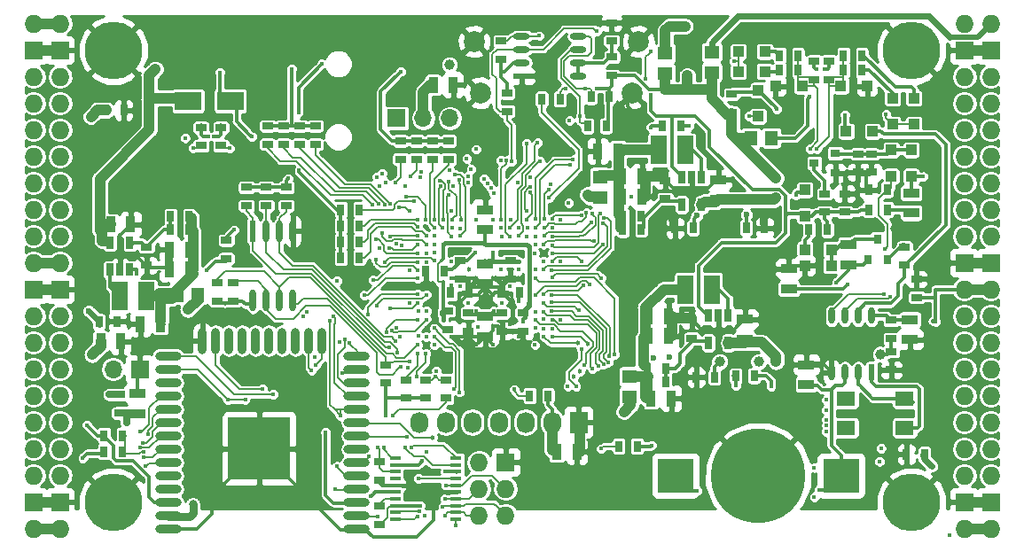
<source format=gbl>
G04 #@! TF.GenerationSoftware,KiCad,Pcbnew,5.0.0-rc2+dfsg1-3*
G04 #@! TF.CreationDate,2018-06-09T08:35:21+02:00*
G04 #@! TF.ProjectId,ulx3s,756C7833732E6B696361645F70636200,rev?*
G04 #@! TF.SameCoordinates,Original*
G04 #@! TF.FileFunction,Copper,L4,Bot,Signal*
G04 #@! TF.FilePolarity,Positive*
%FSLAX46Y46*%
G04 Gerber Fmt 4.6, Leading zero omitted, Abs format (unit mm)*
G04 Created by KiCad (PCBNEW 5.0.0-rc2+dfsg1-3) date Sat Jun  9 08:35:21 2018*
%MOMM*%
%LPD*%
G01*
G04 APERTURE LIST*
G04 #@! TA.AperFunction,SMDPad,CuDef*
%ADD10R,0.600000X2.100000*%
G04 #@! TD*
G04 #@! TA.AperFunction,SMDPad,CuDef*
%ADD11O,0.600000X2.100000*%
G04 #@! TD*
G04 #@! TA.AperFunction,SMDPad,CuDef*
%ADD12R,0.600000X1.550000*%
G04 #@! TD*
G04 #@! TA.AperFunction,SMDPad,CuDef*
%ADD13O,0.600000X1.550000*%
G04 #@! TD*
G04 #@! TA.AperFunction,SMDPad,CuDef*
%ADD14R,1.550000X0.600000*%
G04 #@! TD*
G04 #@! TA.AperFunction,SMDPad,CuDef*
%ADD15O,1.550000X0.600000*%
G04 #@! TD*
G04 #@! TA.AperFunction,SMDPad,CuDef*
%ADD16R,1.000000X0.400000*%
G04 #@! TD*
G04 #@! TA.AperFunction,SMDPad,CuDef*
%ADD17R,0.700000X1.200000*%
G04 #@! TD*
G04 #@! TA.AperFunction,SMDPad,CuDef*
%ADD18O,2.500000X0.900000*%
G04 #@! TD*
G04 #@! TA.AperFunction,SMDPad,CuDef*
%ADD19O,0.900000X2.500000*%
G04 #@! TD*
G04 #@! TA.AperFunction,SMDPad,CuDef*
%ADD20R,6.000000X6.000000*%
G04 #@! TD*
G04 #@! TA.AperFunction,ComponentPad*
%ADD21O,1.727200X1.727200*%
G04 #@! TD*
G04 #@! TA.AperFunction,ComponentPad*
%ADD22R,1.727200X1.727200*%
G04 #@! TD*
G04 #@! TA.AperFunction,ComponentPad*
%ADD23C,5.500000*%
G04 #@! TD*
G04 #@! TA.AperFunction,ComponentPad*
%ADD24R,1.727200X2.032000*%
G04 #@! TD*
G04 #@! TA.AperFunction,ComponentPad*
%ADD25O,1.727200X2.032000*%
G04 #@! TD*
G04 #@! TA.AperFunction,SMDPad,CuDef*
%ADD26R,3.500000X3.300000*%
G04 #@! TD*
G04 #@! TA.AperFunction,BGAPad,CuDef*
%ADD27C,9.000000*%
G04 #@! TD*
G04 #@! TA.AperFunction,SMDPad,CuDef*
%ADD28R,1.800000X1.400000*%
G04 #@! TD*
G04 #@! TA.AperFunction,SMDPad,CuDef*
%ADD29R,0.970000X1.500000*%
G04 #@! TD*
G04 #@! TA.AperFunction,SMDPad,CuDef*
%ADD30R,0.670000X1.000000*%
G04 #@! TD*
G04 #@! TA.AperFunction,SMDPad,CuDef*
%ADD31R,1.500000X0.970000*%
G04 #@! TD*
G04 #@! TA.AperFunction,SMDPad,CuDef*
%ADD32R,1.000000X0.670000*%
G04 #@! TD*
G04 #@! TA.AperFunction,ComponentPad*
%ADD33C,2.000000*%
G04 #@! TD*
G04 #@! TA.AperFunction,SMDPad,CuDef*
%ADD34R,1.000000X1.000000*%
G04 #@! TD*
G04 #@! TA.AperFunction,BGAPad,CuDef*
%ADD35C,0.300000*%
G04 #@! TD*
G04 #@! TA.AperFunction,ComponentPad*
%ADD36R,1.700000X1.700000*%
G04 #@! TD*
G04 #@! TA.AperFunction,ComponentPad*
%ADD37O,1.700000X1.700000*%
G04 #@! TD*
G04 #@! TA.AperFunction,SMDPad,CuDef*
%ADD38R,1.500000X2.700000*%
G04 #@! TD*
G04 #@! TA.AperFunction,SMDPad,CuDef*
%ADD39R,1.295000X1.400000*%
G04 #@! TD*
G04 #@! TA.AperFunction,SMDPad,CuDef*
%ADD40R,1.400000X1.295000*%
G04 #@! TD*
G04 #@! TA.AperFunction,SMDPad,CuDef*
%ADD41R,2.500000X1.800000*%
G04 #@! TD*
G04 #@! TA.AperFunction,SMDPad,CuDef*
%ADD42R,0.800000X0.900000*%
G04 #@! TD*
G04 #@! TA.AperFunction,SMDPad,CuDef*
%ADD43R,0.900000X0.800000*%
G04 #@! TD*
G04 #@! TA.AperFunction,ViaPad*
%ADD44C,0.400000*%
G04 #@! TD*
G04 #@! TA.AperFunction,ViaPad*
%ADD45C,0.700000*%
G04 #@! TD*
G04 #@! TA.AperFunction,ViaPad*
%ADD46C,0.454000*%
G04 #@! TD*
G04 #@! TA.AperFunction,ViaPad*
%ADD47C,0.600000*%
G04 #@! TD*
G04 #@! TA.AperFunction,ViaPad*
%ADD48C,1.000000*%
G04 #@! TD*
G04 #@! TA.AperFunction,ViaPad*
%ADD49C,0.800000*%
G04 #@! TD*
G04 #@! TA.AperFunction,Conductor*
%ADD50C,0.300000*%
G04 #@! TD*
G04 #@! TA.AperFunction,Conductor*
%ADD51C,0.500000*%
G04 #@! TD*
G04 #@! TA.AperFunction,Conductor*
%ADD52C,1.000000*%
G04 #@! TD*
G04 #@! TA.AperFunction,Conductor*
%ADD53C,0.700000*%
G04 #@! TD*
G04 #@! TA.AperFunction,Conductor*
%ADD54C,0.600000*%
G04 #@! TD*
G04 #@! TA.AperFunction,Conductor*
%ADD55C,0.400000*%
G04 #@! TD*
G04 #@! TA.AperFunction,Conductor*
%ADD56C,0.800000*%
G04 #@! TD*
G04 #@! TA.AperFunction,Conductor*
%ADD57C,0.190000*%
G04 #@! TD*
G04 #@! TA.AperFunction,Conductor*
%ADD58C,0.200000*%
G04 #@! TD*
G04 #@! TA.AperFunction,Conductor*
%ADD59C,1.500000*%
G04 #@! TD*
G04 #@! TA.AperFunction,Conductor*
%ADD60C,0.127000*%
G04 #@! TD*
G04 #@! TA.AperFunction,Conductor*
%ADD61C,0.180000*%
G04 #@! TD*
G04 #@! TA.AperFunction,Conductor*
%ADD62C,1.200000*%
G04 #@! TD*
G04 #@! TA.AperFunction,Conductor*
%ADD63C,0.254000*%
G04 #@! TD*
G04 APERTURE END LIST*
D10*
G04 #@! TO.P,U10,1*
G04 #@! TO.N,/flash/FLASH_nCS*
X116340000Y-82520000D03*
D11*
G04 #@! TO.P,U10,2*
G04 #@! TO.N,/flash/FLASH_MISO*
X117610000Y-82520000D03*
G04 #@! TO.P,U10,3*
G04 #@! TO.N,/flash/FLASH_nWP*
X118880000Y-82520000D03*
G04 #@! TO.P,U10,4*
G04 #@! TO.N,GND*
X120150000Y-82520000D03*
G04 #@! TO.P,U10,5*
G04 #@! TO.N,/flash/FLASH_MOSI*
X120150000Y-89124000D03*
G04 #@! TO.P,U10,6*
G04 #@! TO.N,/flash/FLASH_SCK*
X118880000Y-89124000D03*
G04 #@! TO.P,U10,7*
G04 #@! TO.N,/flash/FLASH_nHOLD*
X117610000Y-89124000D03*
G04 #@! TO.P,U10,8*
G04 #@! TO.N,+3V3*
X116340000Y-89124000D03*
G04 #@! TD*
D12*
G04 #@! TO.P,U7,1*
G04 #@! TO.N,/power/OSCI_32k*
X175395000Y-96015000D03*
D13*
G04 #@! TO.P,U7,2*
G04 #@! TO.N,/power/OSCO_32k*
X174125000Y-96015000D03*
G04 #@! TO.P,U7,3*
G04 #@! TO.N,/power/VBAT*
X172855000Y-96015000D03*
G04 #@! TO.P,U7,4*
G04 #@! TO.N,GND*
X171585000Y-96015000D03*
G04 #@! TO.P,U7,5*
G04 #@! TO.N,FPDI_SDA*
X171585000Y-90615000D03*
G04 #@! TO.P,U7,6*
G04 #@! TO.N,FPDI_SCL*
X172855000Y-90615000D03*
G04 #@! TO.P,U7,7*
G04 #@! TO.N,/power/WAKEUPn*
X174125000Y-90615000D03*
G04 #@! TO.P,U7,8*
G04 #@! TO.N,/power/RTCVDD*
X175395000Y-90615000D03*
G04 #@! TD*
D14*
G04 #@! TO.P,U11,1*
G04 #@! TO.N,GND*
X141980000Y-67706500D03*
D15*
G04 #@! TO.P,U11,2*
G04 #@! TO.N,+3V3*
X141980000Y-66436500D03*
G04 #@! TO.P,U11,3*
G04 #@! TO.N,FPDI_SCL*
X141980000Y-65166500D03*
G04 #@! TO.P,U11,4*
G04 #@! TO.N,FPDI_SDA*
X141980000Y-63896500D03*
G04 #@! TO.P,U11,5*
G04 #@! TO.N,GPDI_SDA*
X147380000Y-63896500D03*
G04 #@! TO.P,U11,6*
G04 #@! TO.N,GPDI_SCL*
X147380000Y-65166500D03*
G04 #@! TO.P,U11,7*
G04 #@! TO.N,/gpdi/VREF2*
X147380000Y-66436500D03*
G04 #@! TO.P,U11,8*
X147380000Y-67706500D03*
G04 #@! TD*
D16*
G04 #@! TO.P,U6,20*
G04 #@! TO.N,FTDI_TXD*
X129935000Y-104215000D03*
G04 #@! TO.P,U6,19*
G04 #@! TO.N,FTDI_nSLEEP*
X129935000Y-104865000D03*
G04 #@! TO.P,U6,18*
G04 #@! TO.N,FTDI_TXDEN*
X129935000Y-105515000D03*
G04 #@! TO.P,U6,17*
G04 #@! TO.N,FTDI_nRXLED*
X129935000Y-106165000D03*
G04 #@! TO.P,U6,16*
G04 #@! TO.N,GND*
X129935000Y-106815000D03*
G04 #@! TO.P,U6,15*
G04 #@! TO.N,USB5V*
X129935000Y-107465000D03*
G04 #@! TO.P,U6,14*
G04 #@! TO.N,nRESET*
X129935000Y-108115000D03*
G04 #@! TO.P,U6,13*
G04 #@! TO.N,FT2V5*
X129935000Y-108765000D03*
G04 #@! TO.P,U6,12*
G04 #@! TO.N,USB_FTDI_D-*
X129935000Y-109415000D03*
G04 #@! TO.P,U6,11*
G04 #@! TO.N,USB_FTDI_D+*
X129935000Y-110065000D03*
G04 #@! TO.P,U6,10*
G04 #@! TO.N,FTDI_nTXLED*
X135735000Y-110065000D03*
G04 #@! TO.P,U6,9*
G04 #@! TO.N,JTAG_TDO*
X135735000Y-109415000D03*
G04 #@! TO.P,U6,8*
G04 #@! TO.N,JTAG_TMS*
X135735000Y-108765000D03*
G04 #@! TO.P,U6,7*
G04 #@! TO.N,JTAG_TCK*
X135735000Y-108115000D03*
G04 #@! TO.P,U6,6*
G04 #@! TO.N,GND*
X135735000Y-107465000D03*
G04 #@! TO.P,U6,5*
G04 #@! TO.N,JTAG_TDI*
X135735000Y-106815000D03*
G04 #@! TO.P,U6,4*
G04 #@! TO.N,FTDI_RXD*
X135735000Y-106165000D03*
G04 #@! TO.P,U6,3*
G04 #@! TO.N,FT2V5*
X135735000Y-105515000D03*
G04 #@! TO.P,U6,2*
G04 #@! TO.N,FTDI_nRTS*
X135735000Y-104865000D03*
G04 #@! TO.P,U6,1*
G04 #@! TO.N,FTDI_nDTR*
X135735000Y-104215000D03*
G04 #@! TD*
D17*
G04 #@! TO.P,U5,1*
G04 #@! TO.N,/power/PWREN*
X157285000Y-77392000D03*
G04 #@! TO.P,U5,2*
G04 #@! TO.N,GND*
X158235000Y-77392000D03*
G04 #@! TO.P,U5,3*
G04 #@! TO.N,/power/L3*
X159185000Y-77392000D03*
G04 #@! TO.P,U5,4*
G04 #@! TO.N,+5V*
X159185000Y-79992000D03*
G04 #@! TO.P,U5,5*
G04 #@! TO.N,/power/FB3*
X157285000Y-79992000D03*
G04 #@! TD*
G04 #@! TO.P,U3,1*
G04 #@! TO.N,/power/PWREN*
X159825000Y-90600000D03*
G04 #@! TO.P,U3,2*
G04 #@! TO.N,GND*
X160775000Y-90600000D03*
G04 #@! TO.P,U3,3*
G04 #@! TO.N,/power/L1*
X161725000Y-90600000D03*
G04 #@! TO.P,U3,4*
G04 #@! TO.N,+5V*
X161725000Y-93200000D03*
G04 #@! TO.P,U3,5*
G04 #@! TO.N,/power/FB1*
X159825000Y-93200000D03*
G04 #@! TD*
G04 #@! TO.P,U4,1*
G04 #@! TO.N,/power/PWREN*
X104575000Y-86215000D03*
G04 #@! TO.P,U4,2*
G04 #@! TO.N,GND*
X103625000Y-86215000D03*
G04 #@! TO.P,U4,3*
G04 #@! TO.N,/power/L2*
X102675000Y-86215000D03*
G04 #@! TO.P,U4,4*
G04 #@! TO.N,+5V*
X102675000Y-83615000D03*
G04 #@! TO.P,U4,5*
G04 #@! TO.N,/power/FB2*
X104575000Y-83615000D03*
G04 #@! TD*
D18*
G04 #@! TO.P,U9,38*
G04 #@! TO.N,GND*
X126230000Y-111000000D03*
G04 #@! TO.P,U9,37*
G04 #@! TO.N,JTAG_TDI*
X126230000Y-109730000D03*
G04 #@! TO.P,U9,36*
G04 #@! TO.N,PROG_DONE*
X126230000Y-108460000D03*
G04 #@! TO.P,U9,35*
G04 #@! TO.N,WIFI_TXD*
X126230000Y-107190000D03*
G04 #@! TO.P,U9,34*
G04 #@! TO.N,WIFI_RXD*
X126230000Y-105920000D03*
G04 #@! TO.P,U9,33*
G04 #@! TO.N,JTAG_TMS*
X126230000Y-104650000D03*
G04 #@! TO.P,U9,32*
G04 #@! TO.N,Net-(U9-Pad32)*
X126230000Y-103380000D03*
G04 #@! TO.P,U9,31*
G04 #@! TO.N,JTAG_TDO*
X126230000Y-102110000D03*
G04 #@! TO.P,U9,30*
G04 #@! TO.N,JTAG_TCK*
X126230000Y-100840000D03*
G04 #@! TO.P,U9,29*
G04 #@! TO.N,WIFI_GPIO5*
X126230000Y-99570000D03*
G04 #@! TO.P,U9,28*
G04 #@! TO.N,WIFI_GPIO17*
X126230000Y-98300000D03*
G04 #@! TO.P,U9,27*
G04 #@! TO.N,WIFI_GPIO16*
X126230000Y-97030000D03*
G04 #@! TO.P,U9,26*
G04 #@! TO.N,SD_D1*
X126230000Y-95760000D03*
G04 #@! TO.P,U9,25*
G04 #@! TO.N,WIFI_GPIO0*
X126230000Y-94490000D03*
D19*
G04 #@! TO.P,U9,24*
G04 #@! TO.N,SD_D0*
X122945000Y-93000000D03*
G04 #@! TO.P,U9,23*
G04 #@! TO.N,SD_CMD*
X121675000Y-93000000D03*
G04 #@! TO.P,U9,22*
G04 #@! TO.N,Net-(U9-Pad22)*
X120405000Y-93000000D03*
G04 #@! TO.P,U9,21*
G04 #@! TO.N,Net-(U9-Pad21)*
X119135000Y-93000000D03*
G04 #@! TO.P,U9,20*
G04 #@! TO.N,Net-(U9-Pad20)*
X117865000Y-93000000D03*
G04 #@! TO.P,U9,19*
G04 #@! TO.N,Net-(U9-Pad19)*
X116595000Y-93000000D03*
G04 #@! TO.P,U9,18*
G04 #@! TO.N,Net-(U9-Pad18)*
X115325000Y-93000000D03*
G04 #@! TO.P,U9,17*
G04 #@! TO.N,Net-(U9-Pad17)*
X114055000Y-93000000D03*
G04 #@! TO.P,U9,16*
G04 #@! TO.N,SD_D3*
X112785000Y-93000000D03*
G04 #@! TO.P,U9,15*
G04 #@! TO.N,GND*
X111515000Y-93000000D03*
D18*
G04 #@! TO.P,U9,14*
G04 #@! TO.N,SD_D2*
X108230000Y-94490000D03*
G04 #@! TO.P,U9,13*
G04 #@! TO.N,SD_CLK*
X108230000Y-95760000D03*
G04 #@! TO.P,U9,12*
G04 #@! TO.N,Net-(U9-Pad12)*
X108230000Y-97030000D03*
G04 #@! TO.P,U9,11*
G04 #@! TO.N,GN11*
X108230000Y-98300000D03*
G04 #@! TO.P,U9,10*
G04 #@! TO.N,GP11*
X108230000Y-99570000D03*
G04 #@! TO.P,U9,9*
G04 #@! TO.N,GN12*
X108230000Y-100840000D03*
G04 #@! TO.P,U9,8*
G04 #@! TO.N,GP12*
X108230000Y-102110000D03*
G04 #@! TO.P,U9,7*
G04 #@! TO.N,GN13*
X108230000Y-103380000D03*
G04 #@! TO.P,U9,6*
G04 #@! TO.N,GP13*
X108230000Y-104650000D03*
G04 #@! TO.P,U9,5*
G04 #@! TO.N,Net-(U9-Pad5)*
X108230000Y-105920000D03*
G04 #@! TO.P,U9,4*
G04 #@! TO.N,Net-(U9-Pad4)*
X108230000Y-107190000D03*
G04 #@! TO.P,U9,3*
G04 #@! TO.N,/wifi/WIFIEN*
X108230000Y-108460000D03*
G04 #@! TO.P,U9,2*
G04 #@! TO.N,+3V3*
X108230000Y-109730000D03*
G04 #@! TO.P,U9,1*
G04 #@! TO.N,GND*
X108230000Y-111000000D03*
D20*
G04 #@! TO.P,U9,39*
X116930000Y-103300000D03*
G04 #@! TD*
D21*
G04 #@! TO.P,J1,1*
G04 #@! TO.N,2V5_3V3*
X97910000Y-62690000D03*
G04 #@! TO.P,J1,2*
X95370000Y-62690000D03*
D22*
G04 #@! TO.P,J1,3*
G04 #@! TO.N,GND*
X97910000Y-65230000D03*
G04 #@! TO.P,J1,4*
X95370000Y-65230000D03*
D21*
G04 #@! TO.P,J1,5*
G04 #@! TO.N,GN0*
X97910000Y-67770000D03*
G04 #@! TO.P,J1,6*
G04 #@! TO.N,GP0*
X95370000Y-67770000D03*
G04 #@! TO.P,J1,7*
G04 #@! TO.N,GN1*
X97910000Y-70310000D03*
G04 #@! TO.P,J1,8*
G04 #@! TO.N,GP1*
X95370000Y-70310000D03*
G04 #@! TO.P,J1,9*
G04 #@! TO.N,GN2*
X97910000Y-72850000D03*
G04 #@! TO.P,J1,10*
G04 #@! TO.N,GP2*
X95370000Y-72850000D03*
G04 #@! TO.P,J1,11*
G04 #@! TO.N,GN3*
X97910000Y-75390000D03*
G04 #@! TO.P,J1,12*
G04 #@! TO.N,GP3*
X95370000Y-75390000D03*
G04 #@! TO.P,J1,13*
G04 #@! TO.N,GN4*
X97910000Y-77930000D03*
G04 #@! TO.P,J1,14*
G04 #@! TO.N,GP4*
X95370000Y-77930000D03*
G04 #@! TO.P,J1,15*
G04 #@! TO.N,GN5*
X97910000Y-80470000D03*
G04 #@! TO.P,J1,16*
G04 #@! TO.N,GP5*
X95370000Y-80470000D03*
G04 #@! TO.P,J1,17*
G04 #@! TO.N,GN6*
X97910000Y-83010000D03*
G04 #@! TO.P,J1,18*
G04 #@! TO.N,GP6*
X95370000Y-83010000D03*
G04 #@! TO.P,J1,19*
G04 #@! TO.N,2V5_3V3*
X97910000Y-85550000D03*
G04 #@! TO.P,J1,20*
X95370000Y-85550000D03*
D22*
G04 #@! TO.P,J1,21*
G04 #@! TO.N,GND*
X97910000Y-88090000D03*
G04 #@! TO.P,J1,22*
X95370000Y-88090000D03*
D21*
G04 #@! TO.P,J1,23*
G04 #@! TO.N,GN7*
X97910000Y-90630000D03*
G04 #@! TO.P,J1,24*
G04 #@! TO.N,GP7*
X95370000Y-90630000D03*
G04 #@! TO.P,J1,25*
G04 #@! TO.N,GN8*
X97910000Y-93170000D03*
G04 #@! TO.P,J1,26*
G04 #@! TO.N,GP8*
X95370000Y-93170000D03*
G04 #@! TO.P,J1,27*
G04 #@! TO.N,GN9*
X97910000Y-95710000D03*
G04 #@! TO.P,J1,28*
G04 #@! TO.N,GP9*
X95370000Y-95710000D03*
G04 #@! TO.P,J1,29*
G04 #@! TO.N,GN10*
X97910000Y-98250000D03*
G04 #@! TO.P,J1,30*
G04 #@! TO.N,GP10*
X95370000Y-98250000D03*
G04 #@! TO.P,J1,31*
G04 #@! TO.N,GN11*
X97910000Y-100790000D03*
G04 #@! TO.P,J1,32*
G04 #@! TO.N,GP11*
X95370000Y-100790000D03*
G04 #@! TO.P,J1,33*
G04 #@! TO.N,GN12*
X97910000Y-103330000D03*
G04 #@! TO.P,J1,34*
G04 #@! TO.N,GP12*
X95370000Y-103330000D03*
G04 #@! TO.P,J1,35*
G04 #@! TO.N,GN13*
X97910000Y-105870000D03*
G04 #@! TO.P,J1,36*
G04 #@! TO.N,GP13*
X95370000Y-105870000D03*
D22*
G04 #@! TO.P,J1,37*
G04 #@! TO.N,GND*
X97910000Y-108410000D03*
G04 #@! TO.P,J1,38*
X95370000Y-108410000D03*
D21*
G04 #@! TO.P,J1,39*
G04 #@! TO.N,2V5_3V3*
X97910000Y-110950000D03*
G04 #@! TO.P,J1,40*
X95370000Y-110950000D03*
G04 #@! TD*
G04 #@! TO.P,J2,1*
G04 #@! TO.N,+3V3*
X184270000Y-110950000D03*
G04 #@! TO.P,J2,2*
X186810000Y-110950000D03*
D22*
G04 #@! TO.P,J2,3*
G04 #@! TO.N,GND*
X184270000Y-108410000D03*
G04 #@! TO.P,J2,4*
X186810000Y-108410000D03*
D21*
G04 #@! TO.P,J2,5*
G04 #@! TO.N,GN14*
X184270000Y-105870000D03*
G04 #@! TO.P,J2,6*
G04 #@! TO.N,GP14*
X186810000Y-105870000D03*
G04 #@! TO.P,J2,7*
G04 #@! TO.N,GN15*
X184270000Y-103330000D03*
G04 #@! TO.P,J2,8*
G04 #@! TO.N,GP15*
X186810000Y-103330000D03*
G04 #@! TO.P,J2,9*
G04 #@! TO.N,GN16*
X184270000Y-100790000D03*
G04 #@! TO.P,J2,10*
G04 #@! TO.N,GP16*
X186810000Y-100790000D03*
G04 #@! TO.P,J2,11*
G04 #@! TO.N,GN17*
X184270000Y-98250000D03*
G04 #@! TO.P,J2,12*
G04 #@! TO.N,GP17*
X186810000Y-98250000D03*
G04 #@! TO.P,J2,13*
G04 #@! TO.N,GN18*
X184270000Y-95710000D03*
G04 #@! TO.P,J2,14*
G04 #@! TO.N,GP18*
X186810000Y-95710000D03*
G04 #@! TO.P,J2,15*
G04 #@! TO.N,GN19*
X184270000Y-93170000D03*
G04 #@! TO.P,J2,16*
G04 #@! TO.N,GP19*
X186810000Y-93170000D03*
G04 #@! TO.P,J2,17*
G04 #@! TO.N,GN20*
X184270000Y-90630000D03*
G04 #@! TO.P,J2,18*
G04 #@! TO.N,GP20*
X186810000Y-90630000D03*
G04 #@! TO.P,J2,19*
G04 #@! TO.N,+3V3*
X184270000Y-88090000D03*
G04 #@! TO.P,J2,20*
X186810000Y-88090000D03*
D22*
G04 #@! TO.P,J2,21*
G04 #@! TO.N,GND*
X184270000Y-85550000D03*
G04 #@! TO.P,J2,22*
X186810000Y-85550000D03*
D21*
G04 #@! TO.P,J2,23*
G04 #@! TO.N,GN21*
X184270000Y-83010000D03*
G04 #@! TO.P,J2,24*
G04 #@! TO.N,GP21*
X186810000Y-83010000D03*
G04 #@! TO.P,J2,25*
G04 #@! TO.N,GN22*
X184270000Y-80470000D03*
G04 #@! TO.P,J2,26*
G04 #@! TO.N,GP22*
X186810000Y-80470000D03*
G04 #@! TO.P,J2,27*
G04 #@! TO.N,GN23*
X184270000Y-77930000D03*
G04 #@! TO.P,J2,28*
G04 #@! TO.N,GP23*
X186810000Y-77930000D03*
G04 #@! TO.P,J2,29*
G04 #@! TO.N,GN24*
X184270000Y-75390000D03*
G04 #@! TO.P,J2,30*
G04 #@! TO.N,GP24*
X186810000Y-75390000D03*
G04 #@! TO.P,J2,31*
G04 #@! TO.N,GN25*
X184270000Y-72850000D03*
G04 #@! TO.P,J2,32*
G04 #@! TO.N,GP25*
X186810000Y-72850000D03*
G04 #@! TO.P,J2,33*
G04 #@! TO.N,GN26*
X184270000Y-70310000D03*
G04 #@! TO.P,J2,34*
G04 #@! TO.N,GP26*
X186810000Y-70310000D03*
G04 #@! TO.P,J2,35*
G04 #@! TO.N,GN27*
X184270000Y-67770000D03*
G04 #@! TO.P,J2,36*
G04 #@! TO.N,GP27*
X186810000Y-67770000D03*
D22*
G04 #@! TO.P,J2,37*
G04 #@! TO.N,GND*
X184270000Y-65230000D03*
G04 #@! TO.P,J2,38*
X186810000Y-65230000D03*
D21*
G04 #@! TO.P,J2,39*
G04 #@! TO.N,/gpio/IN5V*
X184270000Y-62690000D03*
G04 #@! TO.P,J2,40*
G04 #@! TO.N,/gpio/OUT5V*
X186810000Y-62690000D03*
G04 #@! TD*
D23*
G04 #@! TO.P,H1,1*
G04 #@! TO.N,GND*
X102990000Y-108410000D03*
G04 #@! TD*
G04 #@! TO.P,H2,1*
G04 #@! TO.N,GND*
X179190000Y-108410000D03*
G04 #@! TD*
G04 #@! TO.P,H3,1*
G04 #@! TO.N,GND*
X179190000Y-65230000D03*
G04 #@! TD*
G04 #@! TO.P,H4,1*
G04 #@! TO.N,GND*
X102990000Y-65230000D03*
G04 #@! TD*
D22*
G04 #@! TO.P,J4,1*
G04 #@! TO.N,GND*
X140455000Y-104600000D03*
D21*
G04 #@! TO.P,J4,2*
G04 #@! TO.N,+3V3*
X137915000Y-104600000D03*
G04 #@! TO.P,J4,3*
G04 #@! TO.N,JTAG_TDI*
X140455000Y-107140000D03*
G04 #@! TO.P,J4,4*
G04 #@! TO.N,JTAG_TCK*
X137915000Y-107140000D03*
G04 #@! TO.P,J4,5*
G04 #@! TO.N,JTAG_TMS*
X140455000Y-109680000D03*
G04 #@! TO.P,J4,6*
G04 #@! TO.N,JTAG_TDO*
X137915000Y-109680000D03*
G04 #@! TD*
D24*
G04 #@! TO.P,OLED1,1*
G04 #@! TO.N,GND*
X147440000Y-100790000D03*
D25*
G04 #@! TO.P,OLED1,2*
G04 #@! TO.N,+3V3*
X144900000Y-100790000D03*
G04 #@! TO.P,OLED1,3*
G04 #@! TO.N,OLED_CLK*
X142360000Y-100790000D03*
G04 #@! TO.P,OLED1,4*
G04 #@! TO.N,OLED_MOSI*
X139820000Y-100790000D03*
G04 #@! TO.P,OLED1,5*
G04 #@! TO.N,OLED_RES*
X137280000Y-100790000D03*
G04 #@! TO.P,OLED1,6*
G04 #@! TO.N,OLED_DC*
X134740000Y-100790000D03*
G04 #@! TO.P,OLED1,7*
G04 #@! TO.N,OLED_CS*
X132200000Y-100790000D03*
G04 #@! TD*
D26*
G04 #@! TO.P,BAT1,1*
G04 #@! TO.N,/power/VBAT*
X172485000Y-105870000D03*
X156685000Y-105870000D03*
D27*
G04 #@! TO.P,BAT1,2*
G04 #@! TO.N,GND*
X164585000Y-105870000D03*
G04 #@! TD*
D28*
G04 #@! TO.P,Y2,4*
G04 #@! TO.N,/power/OSCO_32k*
X178576000Y-98522000D03*
G04 #@! TO.P,Y2,3*
G04 #@! TO.N,Net-(Y2-Pad3)*
X172976000Y-98522000D03*
G04 #@! TO.P,Y2,2*
G04 #@! TO.N,Net-(Y2-Pad2)*
X172976000Y-101322000D03*
G04 #@! TO.P,Y2,1*
G04 #@! TO.N,/power/OSCI_32k*
X178576000Y-101322000D03*
G04 #@! TD*
D29*
G04 #@! TO.P,C47,1*
G04 #@! TO.N,2V5_3V3*
X133546000Y-68550000D03*
G04 #@! TO.P,C47,2*
G04 #@! TO.N,GND*
X135456000Y-68550000D03*
G04 #@! TD*
G04 #@! TO.P,C1,1*
G04 #@! TO.N,+5V*
X102748500Y-81885000D03*
G04 #@! TO.P,C1,2*
G04 #@! TO.N,GND*
X104658500Y-81885000D03*
G04 #@! TD*
D30*
G04 #@! TO.P,C2,1*
G04 #@! TO.N,/power/P1V1*
X153985000Y-96910000D03*
G04 #@! TO.P,C2,2*
G04 #@! TO.N,/power/FB1*
X155735000Y-96910000D03*
G04 #@! TD*
D29*
G04 #@! TO.P,C3,2*
G04 #@! TO.N,GND*
X156015000Y-90630000D03*
G04 #@! TO.P,C3,1*
G04 #@! TO.N,/power/P1V1*
X154105000Y-90630000D03*
G04 #@! TD*
G04 #@! TO.P,C4,1*
G04 #@! TO.N,/power/P1V1*
X154105000Y-92535000D03*
G04 #@! TO.P,C4,2*
G04 #@! TO.N,GND*
X156015000Y-92535000D03*
G04 #@! TD*
D31*
G04 #@! TO.P,C5,2*
G04 #@! TO.N,GND*
X163315000Y-90945000D03*
G04 #@! TO.P,C5,1*
G04 #@! TO.N,+5V*
X163315000Y-92855000D03*
G04 #@! TD*
D30*
G04 #@! TO.P,C6,1*
G04 #@! TO.N,/power/P3V3*
X151645000Y-82375000D03*
G04 #@! TO.P,C6,2*
G04 #@! TO.N,/power/FB3*
X153395000Y-82375000D03*
G04 #@! TD*
D29*
G04 #@! TO.P,C7,2*
G04 #@! TO.N,GND*
X153475000Y-79200000D03*
G04 #@! TO.P,C7,1*
G04 #@! TO.N,/power/P3V3*
X151565000Y-79200000D03*
G04 #@! TD*
G04 #@! TO.P,C8,2*
G04 #@! TO.N,GND*
X153475000Y-77295000D03*
G04 #@! TO.P,C8,1*
G04 #@! TO.N,/power/P3V3*
X151565000Y-77295000D03*
G04 #@! TD*
D31*
G04 #@! TO.P,C9,1*
G04 #@! TO.N,+5V*
X160775000Y-79520000D03*
G04 #@! TO.P,C9,2*
G04 #@! TO.N,GND*
X160775000Y-77610000D03*
G04 #@! TD*
D30*
G04 #@! TO.P,C10,2*
G04 #@! TO.N,/power/FB2*
X108465000Y-81105000D03*
G04 #@! TO.P,C10,1*
G04 #@! TO.N,/power/P2V5*
X110215000Y-81105000D03*
G04 #@! TD*
D29*
G04 #@! TO.P,C11,2*
G04 #@! TO.N,GND*
X108385000Y-84280000D03*
G04 #@! TO.P,C11,1*
G04 #@! TO.N,/power/P2V5*
X110295000Y-84280000D03*
G04 #@! TD*
G04 #@! TO.P,C12,1*
G04 #@! TO.N,/power/P2V5*
X110295000Y-86185000D03*
G04 #@! TO.P,C12,2*
G04 #@! TO.N,GND*
X108385000Y-86185000D03*
G04 #@! TD*
D31*
G04 #@! TO.P,C13,2*
G04 #@! TO.N,/power/WKUP*
X173221000Y-83833000D03*
G04 #@! TO.P,C13,1*
G04 #@! TO.N,+5V*
X173221000Y-85743000D03*
G04 #@! TD*
D32*
G04 #@! TO.P,C14,2*
G04 #@! TO.N,GND*
X175380000Y-76900000D03*
G04 #@! TO.P,C14,1*
G04 #@! TO.N,/power/SHUT*
X175380000Y-75150000D03*
G04 #@! TD*
D31*
G04 #@! TO.P,C15,1*
G04 #@! TO.N,/sdcard/SD3V3*
X105276000Y-99967000D03*
G04 #@! TO.P,C15,2*
G04 #@! TO.N,GND*
X105276000Y-98057000D03*
G04 #@! TD*
G04 #@! TO.P,C16,1*
G04 #@! TO.N,+3V3*
X167506000Y-88029000D03*
G04 #@! TO.P,C16,2*
G04 #@! TO.N,GND*
X167506000Y-86119000D03*
G04 #@! TD*
G04 #@! TO.P,C17,1*
G04 #@! TO.N,+1V1*
X138500000Y-90665000D03*
G04 #@! TO.P,C17,2*
G04 #@! TO.N,GND*
X138500000Y-92575000D03*
G04 #@! TD*
D32*
G04 #@! TO.P,C18,1*
G04 #@! TO.N,/gpdi/VREF2*
X150589600Y-64359000D03*
G04 #@! TO.P,C18,2*
G04 #@! TO.N,GND*
X150589600Y-62609000D03*
G04 #@! TD*
D31*
G04 #@! TO.P,C19,1*
G04 #@! TO.N,+2V5*
X138500000Y-82375000D03*
G04 #@! TO.P,C19,2*
G04 #@! TO.N,GND*
X138500000Y-80465000D03*
G04 #@! TD*
G04 #@! TO.P,C20,2*
G04 #@! TO.N,GND*
X138500000Y-87575000D03*
G04 #@! TO.P,C20,1*
G04 #@! TO.N,+3V3*
X138500000Y-85665000D03*
G04 #@! TD*
D29*
G04 #@! TO.P,C21,2*
G04 #@! TO.N,GND*
X103706000Y-93061000D03*
G04 #@! TO.P,C21,1*
G04 #@! TO.N,+3V3*
X101796000Y-93061000D03*
G04 #@! TD*
G04 #@! TO.P,C22,1*
G04 #@! TO.N,/power/P1V1*
X154359000Y-98504000D03*
G04 #@! TO.P,C22,2*
G04 #@! TO.N,GND*
X156269000Y-98504000D03*
G04 #@! TD*
G04 #@! TO.P,C23,2*
G04 #@! TO.N,GND*
X105591000Y-91392000D03*
G04 #@! TO.P,C23,1*
G04 #@! TO.N,/power/P2V5*
X107501000Y-91392000D03*
G04 #@! TD*
G04 #@! TO.P,C24,1*
G04 #@! TO.N,/power/P3V3*
X151189000Y-74882000D03*
G04 #@! TO.P,C24,2*
G04 #@! TO.N,GND*
X149279000Y-74882000D03*
G04 #@! TD*
D32*
G04 #@! TO.P,C25,2*
G04 #@! TO.N,GND*
X140900000Y-87095000D03*
G04 #@! TO.P,C25,1*
G04 #@! TO.N,+3V3*
X140900000Y-85345000D03*
G04 #@! TD*
G04 #@! TO.P,C26,2*
G04 #@! TO.N,GND*
X136100000Y-87095000D03*
G04 #@! TO.P,C26,1*
G04 #@! TO.N,2V5_3V3*
X136100000Y-85345000D03*
G04 #@! TD*
G04 #@! TO.P,C27,2*
G04 #@! TO.N,GND*
X136900000Y-92095000D03*
G04 #@! TO.P,C27,1*
G04 #@! TO.N,+1V1*
X136900000Y-90345000D03*
G04 #@! TD*
G04 #@! TO.P,C28,1*
G04 #@! TO.N,+1V1*
X140100000Y-90345000D03*
G04 #@! TO.P,C28,2*
G04 #@! TO.N,GND*
X140100000Y-92095000D03*
G04 #@! TD*
G04 #@! TO.P,C29,2*
G04 #@! TO.N,GND*
X142100000Y-92095000D03*
G04 #@! TO.P,C29,1*
G04 #@! TO.N,+2V5*
X142100000Y-90345000D03*
G04 #@! TD*
G04 #@! TO.P,C30,1*
G04 #@! TO.N,+2V5*
X134900000Y-90145000D03*
G04 #@! TO.P,C30,2*
G04 #@! TO.N,GND*
X134900000Y-91895000D03*
G04 #@! TD*
D30*
G04 #@! TO.P,C31,1*
G04 #@! TO.N,+3V3*
X135225000Y-88420000D03*
G04 #@! TO.P,C31,2*
G04 #@! TO.N,GND*
X136975000Y-88420000D03*
G04 #@! TD*
G04 #@! TO.P,C32,2*
G04 #@! TO.N,GND*
X140025000Y-88420000D03*
G04 #@! TO.P,C32,1*
G04 #@! TO.N,+3V3*
X141775000Y-88420000D03*
G04 #@! TD*
G04 #@! TO.P,C33,1*
G04 #@! TO.N,+3V3*
X163425000Y-82220000D03*
G04 #@! TO.P,C33,2*
G04 #@! TO.N,GND*
X165175000Y-82220000D03*
G04 #@! TD*
G04 #@! TO.P,C34,1*
G04 #@! TO.N,+3V3*
X158375000Y-82220000D03*
G04 #@! TO.P,C34,2*
G04 #@! TO.N,GND*
X156625000Y-82220000D03*
G04 #@! TD*
D32*
G04 #@! TO.P,C35,1*
G04 #@! TO.N,+3V3*
X177300000Y-94025000D03*
G04 #@! TO.P,C35,2*
G04 #@! TO.N,GND*
X177300000Y-95775000D03*
G04 #@! TD*
D29*
G04 #@! TO.P,C46,1*
G04 #@! TO.N,+3V3*
X145342000Y-103584000D03*
G04 #@! TO.P,C46,2*
G04 #@! TO.N,GND*
X147252000Y-103584000D03*
G04 #@! TD*
D30*
G04 #@! TO.P,C48,2*
G04 #@! TO.N,GND*
X103995000Y-70963000D03*
G04 #@! TO.P,C48,1*
G04 #@! TO.N,2V5_3V3*
X102245000Y-70963000D03*
G04 #@! TD*
G04 #@! TO.P,C49,2*
G04 #@! TO.N,GND*
X103372000Y-91156000D03*
G04 #@! TO.P,C49,1*
G04 #@! TO.N,2V5_3V3*
X101622000Y-91156000D03*
G04 #@! TD*
D32*
G04 #@! TO.P,C50,1*
G04 #@! TO.N,+3V3*
X179713000Y-88856000D03*
G04 #@! TO.P,C50,2*
G04 #@! TO.N,GND*
X179713000Y-87106000D03*
G04 #@! TD*
D30*
G04 #@! TO.P,C51,1*
G04 #@! TO.N,+3V3*
X180473000Y-103856000D03*
G04 #@! TO.P,C51,2*
G04 #@! TO.N,GND*
X178723000Y-103856000D03*
G04 #@! TD*
G04 #@! TO.P,C52,2*
G04 #@! TO.N,GND*
X158645000Y-96490000D03*
G04 #@! TO.P,C52,1*
G04 #@! TO.N,+3V3*
X160395000Y-96490000D03*
G04 #@! TD*
G04 #@! TO.P,C53,2*
G04 #@! TO.N,GND*
X132827200Y-86330000D03*
G04 #@! TO.P,C53,1*
G04 #@! TO.N,2V5_3V3*
X134577200Y-86330000D03*
G04 #@! TD*
D31*
G04 #@! TO.P,C54,2*
G04 #@! TO.N,GND*
X169172000Y-95281000D03*
G04 #@! TO.P,C54,1*
G04 #@! TO.N,/power/VBAT*
X169172000Y-97191000D03*
G04 #@! TD*
G04 #@! TO.P,D11,1*
G04 #@! TO.N,/power/HOLD*
X179190000Y-80790000D03*
G04 #@! TO.P,D11,2*
G04 #@! TO.N,+3V3*
X179190000Y-78880000D03*
G04 #@! TD*
D33*
G04 #@! TO.P,GPDI1,0*
G04 #@! TO.N,GND*
X152546000Y-69312000D03*
X138046000Y-69312000D03*
X153146000Y-64412000D03*
X137446000Y-64412000D03*
G04 #@! TD*
D34*
G04 #@! TO.P,D10,1*
G04 #@! TO.N,/power/WAKE*
X169050000Y-84280000D03*
G04 #@! TO.P,D10,2*
G04 #@! TO.N,/power/WKUP*
X171550000Y-84280000D03*
G04 #@! TD*
G04 #@! TO.P,D12,2*
G04 #@! TO.N,/power/FTDI_nSUSPEND*
X169030000Y-78585000D03*
G04 #@! TO.P,D12,1*
G04 #@! TO.N,/power/PWREN*
X169030000Y-81085000D03*
G04 #@! TD*
G04 #@! TO.P,D13,1*
G04 #@! TO.N,/power/WKUP*
X171550000Y-85804000D03*
G04 #@! TO.P,D13,2*
G04 #@! TO.N,GND*
X169050000Y-85804000D03*
G04 #@! TD*
G04 #@! TO.P,D14,2*
G04 #@! TO.N,/power/SHUT*
X179190000Y-74775000D03*
G04 #@! TO.P,D14,1*
G04 #@! TO.N,+3V3*
X179190000Y-77275000D03*
G04 #@! TD*
G04 #@! TO.P,D15,2*
G04 #@! TO.N,SHUTDOWN*
X177285000Y-77275000D03*
G04 #@! TO.P,D15,1*
G04 #@! TO.N,/power/SHUT*
X177285000Y-74775000D03*
G04 #@! TD*
G04 #@! TO.P,D16,1*
G04 #@! TO.N,/power/PWRBTn*
X172987000Y-72977000D03*
G04 #@! TO.P,D16,2*
G04 #@! TO.N,/power/WAKEUPn*
X175487000Y-72977000D03*
G04 #@! TD*
G04 #@! TO.P,D17,1*
G04 #@! TO.N,/power/PWRBTn*
X164585000Y-69060000D03*
G04 #@! TO.P,D17,2*
G04 #@! TO.N,BTN_PWRn*
X164585000Y-71560000D03*
G04 #@! TD*
G04 #@! TO.P,D20,1*
G04 #@! TO.N,USB_FPGA_D+*
X168756000Y-68659000D03*
G04 #@! TO.P,D20,2*
G04 #@! TO.N,GND*
X166256000Y-68659000D03*
G04 #@! TD*
G04 #@! TO.P,D21,2*
G04 #@! TO.N,GND*
X174979000Y-68659000D03*
G04 #@! TO.P,D21,1*
G04 #@! TO.N,USB_FPGA_D-*
X172479000Y-68659000D03*
G04 #@! TD*
G04 #@! TO.P,D23,2*
G04 #@! TO.N,Net-(D23-Pad2)*
X165200000Y-67262000D03*
G04 #@! TO.P,D23,1*
G04 #@! TO.N,USB_FPGA_PULL_D+*
X162700000Y-67262000D03*
G04 #@! TD*
G04 #@! TO.P,D24,2*
G04 #@! TO.N,USB_FPGA_PULL_D+*
X162700000Y-65357000D03*
G04 #@! TO.P,D24,1*
G04 #@! TO.N,Net-(D24-Pad1)*
X165200000Y-65357000D03*
G04 #@! TD*
G04 #@! TO.P,D25,1*
G04 #@! TO.N,USB_FPGA_PULL_D-*
X177412000Y-72322000D03*
G04 #@! TO.P,D25,2*
G04 #@! TO.N,Net-(D25-Pad2)*
X177412000Y-69822000D03*
G04 #@! TD*
G04 #@! TO.P,D26,1*
G04 #@! TO.N,Net-(D26-Pad1)*
X179444000Y-69822000D03*
G04 #@! TO.P,D26,2*
G04 #@! TO.N,USB_FPGA_PULL_D-*
X179444000Y-72322000D03*
G04 #@! TD*
D35*
G04 #@! TO.P,AE1,1*
G04 #@! TO.N,/usb/ANT_433MHz*
X182888000Y-111603000D03*
G04 #@! TD*
D32*
G04 #@! TO.P,R49,1*
G04 #@! TO.N,USB_FTDI_D-*
X113277000Y-74360000D03*
G04 #@! TO.P,R49,2*
G04 #@! TO.N,/usb/FTD-*
X113277000Y-72610000D03*
G04 #@! TD*
G04 #@! TO.P,R50,2*
G04 #@! TO.N,/usb/FTD+*
X111372000Y-72610000D03*
G04 #@! TO.P,R50,1*
G04 #@! TO.N,USB_FTDI_D+*
X111372000Y-74360000D03*
G04 #@! TD*
D30*
G04 #@! TO.P,R51,2*
G04 #@! TO.N,/blinkey/SWPU*
X155455000Y-72487000D03*
G04 #@! TO.P,R51,1*
G04 #@! TO.N,2V5_3V3*
X157205000Y-72487000D03*
G04 #@! TD*
D32*
G04 #@! TO.P,R52,2*
G04 #@! TO.N,/usb/FPD-*
X171331000Y-66278000D03*
G04 #@! TO.P,R52,1*
G04 #@! TO.N,USB_FPGA_D-*
X171331000Y-68028000D03*
G04 #@! TD*
G04 #@! TO.P,R53,1*
G04 #@! TO.N,USB_FPGA_D+*
X169919000Y-68028000D03*
G04 #@! TO.P,R53,2*
G04 #@! TO.N,/usb/FPD+*
X169919000Y-66278000D03*
G04 #@! TD*
D30*
G04 #@! TO.P,R54,2*
G04 #@! TO.N,Net-(D26-Pad1)*
X174477000Y-65738000D03*
G04 #@! TO.P,R54,1*
G04 #@! TO.N,USB_FPGA_D-*
X172727000Y-65738000D03*
G04 #@! TD*
D32*
G04 #@! TO.P,R56,1*
G04 #@! TO.N,GND*
X128390000Y-106321000D03*
G04 #@! TO.P,R56,2*
G04 #@! TO.N,FTDI_TXDEN*
X128390000Y-104571000D03*
G04 #@! TD*
G04 #@! TO.P,R57,2*
G04 #@! TO.N,/analog/AUDIO_V*
X117722000Y-72483000D03*
G04 #@! TO.P,R57,1*
G04 #@! TO.N,AUDIO_V0*
X117722000Y-74233000D03*
G04 #@! TD*
G04 #@! TO.P,R58,1*
G04 #@! TO.N,AUDIO_V1*
X119246000Y-74233000D03*
G04 #@! TO.P,R58,2*
G04 #@! TO.N,/analog/AUDIO_V*
X119246000Y-72483000D03*
G04 #@! TD*
G04 #@! TO.P,R59,2*
G04 #@! TO.N,/analog/AUDIO_V*
X120770000Y-72483000D03*
G04 #@! TO.P,R59,1*
G04 #@! TO.N,AUDIO_V2*
X120770000Y-74233000D03*
G04 #@! TD*
G04 #@! TO.P,R60,1*
G04 #@! TO.N,AUDIO_V3*
X122294000Y-74233000D03*
G04 #@! TO.P,R60,2*
G04 #@! TO.N,/analog/AUDIO_V*
X122294000Y-72483000D03*
G04 #@! TD*
D30*
G04 #@! TO.P,R61,1*
G04 #@! TO.N,GPDI_CEC*
X145655000Y-69900000D03*
G04 #@! TO.P,R61,2*
G04 #@! TO.N,/gpdi/FPDI_CEC*
X143905000Y-69900000D03*
G04 #@! TD*
D36*
G04 #@! TO.P,J3,1*
G04 #@! TO.N,GND*
X105530000Y-95710000D03*
D37*
G04 #@! TO.P,J3,2*
G04 #@! TO.N,/wifi/WIFIEN*
X102990000Y-95710000D03*
G04 #@! TD*
D36*
G04 #@! TO.P,J5,1*
G04 #@! TO.N,+2V5*
X130056000Y-71725000D03*
D37*
G04 #@! TO.P,J5,2*
G04 #@! TO.N,2V5_3V3*
X132596000Y-71725000D03*
G04 #@! TO.P,J5,3*
G04 #@! TO.N,+3V3*
X135136000Y-71725000D03*
G04 #@! TD*
D30*
G04 #@! TO.P,R40,1*
G04 #@! TO.N,Net-(D24-Pad1)*
X166631000Y-65738000D03*
G04 #@! TO.P,R40,2*
G04 #@! TO.N,USB_FPGA_D+*
X168381000Y-65738000D03*
G04 #@! TD*
D32*
G04 #@! TO.P,R55,1*
G04 #@! TO.N,/flash/FPGA_DONE*
X134740000Y-96740000D03*
G04 #@! TO.P,R55,2*
G04 #@! TO.N,PROG_DONE*
X134740000Y-98490000D03*
G04 #@! TD*
D31*
G04 #@! TO.P,C55,1*
G04 #@! TO.N,/power/RTCVDD*
X179078000Y-90963000D03*
G04 #@! TO.P,C55,2*
G04 #@! TO.N,GND*
X179078000Y-92873000D03*
G04 #@! TD*
D32*
G04 #@! TO.P,R65,1*
G04 #@! TO.N,+3V3*
X177300000Y-92793000D03*
G04 #@! TO.P,R65,2*
G04 #@! TO.N,/power/RTCVDD*
X177300000Y-91043000D03*
G04 #@! TD*
D38*
G04 #@! TO.P,L1,1*
G04 #@! TO.N,/power/L1*
X160140000Y-88090000D03*
G04 #@! TO.P,L1,2*
G04 #@! TO.N,/power/P1V1*
X157600000Y-88090000D03*
G04 #@! TD*
G04 #@! TO.P,L2,1*
G04 #@! TO.N,/power/L2*
X103625000Y-88725000D03*
G04 #@! TO.P,L2,2*
G04 #@! TO.N,/power/P2V5*
X106165000Y-88725000D03*
G04 #@! TD*
G04 #@! TO.P,L3,2*
G04 #@! TO.N,/power/P3V3*
X155060000Y-74755000D03*
G04 #@! TO.P,L3,1*
G04 #@! TO.N,/power/L3*
X157600000Y-74755000D03*
G04 #@! TD*
D30*
G04 #@! TO.P,R1,2*
G04 #@! TO.N,/power/PWREN*
X171175000Y-82375000D03*
G04 #@! TO.P,R1,1*
G04 #@! TO.N,/power/WAKE*
X169425000Y-82375000D03*
G04 #@! TD*
D32*
G04 #@! TO.P,R2,2*
G04 #@! TO.N,GND*
X172840000Y-78960000D03*
G04 #@! TO.P,R2,1*
G04 #@! TO.N,/power/PWREN*
X172840000Y-80710000D03*
G04 #@! TD*
G04 #@! TO.P,R3,1*
G04 #@! TO.N,+5V*
X162045000Y-71185000D03*
G04 #@! TO.P,R3,2*
G04 #@! TO.N,/power/PWRBTn*
X162045000Y-69435000D03*
G04 #@! TD*
D30*
G04 #@! TO.P,R4,1*
G04 #@! TO.N,/power/HOLD*
X176890000Y-80470000D03*
G04 #@! TO.P,R4,2*
G04 #@! TO.N,/power/PWREN*
X175140000Y-80470000D03*
G04 #@! TD*
D32*
G04 #@! TO.P,R5,1*
G04 #@! TO.N,/power/SHUT*
X174110000Y-75150000D03*
G04 #@! TO.P,R5,2*
G04 #@! TO.N,GND*
X174110000Y-76900000D03*
G04 #@! TD*
G04 #@! TO.P,R6,2*
G04 #@! TO.N,/power/WAKEUPn*
X178555000Y-85790000D03*
G04 #@! TO.P,R6,1*
G04 #@! TO.N,/power/WKn*
X178555000Y-84040000D03*
G04 #@! TD*
G04 #@! TO.P,R7,2*
G04 #@! TO.N,/blinkey/BTNPUL*
X113785000Y-85155000D03*
G04 #@! TO.P,R7,1*
G04 #@! TO.N,+3V3*
X113785000Y-83405000D03*
G04 #@! TD*
G04 #@! TO.P,R8,1*
G04 #@! TO.N,/power/PWREN*
X170935000Y-80710000D03*
G04 #@! TO.P,R8,2*
G04 #@! TO.N,/power/SHD*
X170935000Y-78960000D03*
G04 #@! TD*
G04 #@! TO.P,R9,2*
G04 #@! TO.N,FT2V5*
X128390000Y-110555000D03*
G04 #@! TO.P,R9,1*
G04 #@! TO.N,nRESET*
X128390000Y-108805000D03*
G04 #@! TD*
D30*
G04 #@! TO.P,R10,2*
G04 #@! TO.N,FTDI_nSLEEP*
X151264000Y-103076000D03*
G04 #@! TO.P,R10,1*
G04 #@! TO.N,/power/FTDI_nSUSPEND*
X153014000Y-103076000D03*
G04 #@! TD*
D32*
G04 #@! TO.P,R11,2*
G04 #@! TO.N,/flash/FLASH_nWP*
X119515000Y-80093000D03*
G04 #@! TO.P,R11,1*
G04 #@! TO.N,+3V3*
X119515000Y-78343000D03*
G04 #@! TD*
G04 #@! TO.P,R12,1*
G04 #@! TO.N,+3V3*
X114420000Y-89219000D03*
G04 #@! TO.P,R12,2*
G04 #@! TO.N,/flash/FLASH_nHOLD*
X114420000Y-87469000D03*
G04 #@! TD*
D30*
G04 #@! TO.P,R13,2*
G04 #@! TO.N,GND*
X175140000Y-78565000D03*
G04 #@! TO.P,R13,1*
G04 #@! TO.N,SHUTDOWN*
X176890000Y-78565000D03*
G04 #@! TD*
G04 #@! TO.P,R14,2*
G04 #@! TO.N,/analog/AUDIO_L*
X124721000Y-85060000D03*
G04 #@! TO.P,R14,1*
G04 #@! TO.N,AUDIO_L0*
X126471000Y-85060000D03*
G04 #@! TD*
G04 #@! TO.P,R15,1*
G04 #@! TO.N,AUDIO_L1*
X126471000Y-83536000D03*
G04 #@! TO.P,R15,2*
G04 #@! TO.N,/analog/AUDIO_L*
X124721000Y-83536000D03*
G04 #@! TD*
G04 #@! TO.P,R16,2*
G04 #@! TO.N,/analog/AUDIO_L*
X124721000Y-82012000D03*
G04 #@! TO.P,R16,1*
G04 #@! TO.N,AUDIO_L2*
X126471000Y-82012000D03*
G04 #@! TD*
G04 #@! TO.P,R17,1*
G04 #@! TO.N,AUDIO_L3*
X126471000Y-80470000D03*
G04 #@! TO.P,R17,2*
G04 #@! TO.N,/analog/AUDIO_L*
X124721000Y-80470000D03*
G04 #@! TD*
D32*
G04 #@! TO.P,R18,2*
G04 #@! TO.N,/analog/AUDIO_R*
X130422000Y-73898000D03*
G04 #@! TO.P,R18,1*
G04 #@! TO.N,AUDIO_R0*
X130422000Y-75648000D03*
G04 #@! TD*
G04 #@! TO.P,R19,2*
G04 #@! TO.N,/analog/AUDIO_R*
X131961000Y-73898000D03*
G04 #@! TO.P,R19,1*
G04 #@! TO.N,AUDIO_R1*
X131961000Y-75648000D03*
G04 #@! TD*
G04 #@! TO.P,R20,2*
G04 #@! TO.N,/analog/AUDIO_R*
X133485000Y-73898000D03*
G04 #@! TO.P,R20,1*
G04 #@! TO.N,AUDIO_R2*
X133485000Y-75648000D03*
G04 #@! TD*
G04 #@! TO.P,R21,1*
G04 #@! TO.N,AUDIO_R3*
X135009000Y-75648000D03*
G04 #@! TO.P,R21,2*
G04 #@! TO.N,/analog/AUDIO_R*
X135009000Y-73898000D03*
G04 #@! TD*
G04 #@! TO.P,R22,1*
G04 #@! TO.N,+3V3*
X140025500Y-66105000D03*
G04 #@! TO.P,R22,2*
G04 #@! TO.N,FPDI_SDA*
X140025500Y-64355000D03*
G04 #@! TD*
G04 #@! TO.P,R23,2*
G04 #@! TO.N,FPDI_SCL*
X140597000Y-71076000D03*
G04 #@! TO.P,R23,1*
G04 #@! TO.N,+3V3*
X140597000Y-69326000D03*
G04 #@! TD*
G04 #@! TO.P,R24,1*
G04 #@! TO.N,+5V*
X150615000Y-67647000D03*
G04 #@! TO.P,R24,2*
G04 #@! TO.N,/gpdi/VREF2*
X150615000Y-65897000D03*
G04 #@! TD*
D30*
G04 #@! TO.P,R25,2*
G04 #@! TO.N,GPDI_SCL*
X148300000Y-72487000D03*
G04 #@! TO.P,R25,1*
G04 #@! TO.N,+5V*
X150050000Y-72487000D03*
G04 #@! TD*
G04 #@! TO.P,R26,1*
G04 #@! TO.N,+5V*
X150362000Y-69693000D03*
G04 #@! TO.P,R26,2*
G04 #@! TO.N,GPDI_SDA*
X148612000Y-69693000D03*
G04 #@! TD*
D32*
G04 #@! TO.P,R27,2*
G04 #@! TO.N,/flash/FLASH_MOSI*
X129025000Y-95300000D03*
G04 #@! TO.P,R27,1*
G04 #@! TO.N,+3V3*
X129025000Y-97050000D03*
G04 #@! TD*
G04 #@! TO.P,R28,1*
G04 #@! TO.N,+3V3*
X117595000Y-78343000D03*
G04 #@! TO.P,R28,2*
G04 #@! TO.N,/flash/FLASH_MISO*
X117595000Y-80093000D03*
G04 #@! TD*
G04 #@! TO.P,R29,1*
G04 #@! TO.N,+3V3*
X112896000Y-89219000D03*
G04 #@! TO.P,R29,2*
G04 #@! TO.N,/flash/FLASH_SCK*
X112896000Y-87469000D03*
G04 #@! TD*
G04 #@! TO.P,R30,1*
G04 #@! TO.N,+3V3*
X115690000Y-78343000D03*
G04 #@! TO.P,R30,2*
G04 #@! TO.N,/flash/FLASH_nCS*
X115690000Y-80093000D03*
G04 #@! TD*
D30*
G04 #@! TO.P,R31,2*
G04 #@! TO.N,/flash/FPGA_PROGRAMN*
X142755000Y-98250000D03*
G04 #@! TO.P,R31,1*
G04 #@! TO.N,+3V3*
X144505000Y-98250000D03*
G04 #@! TD*
D32*
G04 #@! TO.P,R32,1*
G04 #@! TO.N,+3V3*
X132835000Y-98490000D03*
G04 #@! TO.P,R32,2*
G04 #@! TO.N,/flash/FPGA_DONE*
X132835000Y-96740000D03*
G04 #@! TD*
G04 #@! TO.P,R33,2*
G04 #@! TO.N,/flash/FPGA_INITN*
X130930000Y-96740000D03*
G04 #@! TO.P,R33,1*
G04 #@! TO.N,+3V3*
X130930000Y-98490000D03*
G04 #@! TD*
D30*
G04 #@! TO.P,R34,1*
G04 #@! TO.N,+3V3*
X102115000Y-103600000D03*
G04 #@! TO.P,R34,2*
G04 #@! TO.N,WIFI_EN*
X103865000Y-103600000D03*
G04 #@! TD*
G04 #@! TO.P,R35,2*
G04 #@! TO.N,/wifi/WIFIEN*
X102115000Y-102060000D03*
G04 #@! TO.P,R35,1*
G04 #@! TO.N,WIFI_EN*
X103865000Y-102060000D03*
G04 #@! TD*
D32*
G04 #@! TO.P,R38,1*
G04 #@! TO.N,/sdcard/SD3V3*
X103576500Y-99905000D03*
G04 #@! TO.P,R38,2*
G04 #@! TO.N,+3V3*
X103576500Y-98155000D03*
G04 #@! TD*
D30*
G04 #@! TO.P,R39,1*
G04 #@! TO.N,+3V3*
X164190000Y-96345000D03*
G04 #@! TO.P,R39,2*
G04 #@! TO.N,/blinkey/BTNPUR*
X162440000Y-96345000D03*
G04 #@! TD*
G04 #@! TO.P,R63,2*
G04 #@! TO.N,USB_FPGA_D+*
X168381000Y-67135000D03*
G04 #@! TO.P,R63,1*
G04 #@! TO.N,Net-(D23-Pad2)*
X166631000Y-67135000D03*
G04 #@! TD*
G04 #@! TO.P,R64,1*
G04 #@! TO.N,Net-(D25-Pad2)*
X174475000Y-67120000D03*
G04 #@! TO.P,R64,2*
G04 #@! TO.N,USB_FPGA_D-*
X172725000Y-67120000D03*
G04 #@! TD*
G04 #@! TO.P,RA1,1*
G04 #@! TO.N,/power/P1V1*
X153985000Y-95640000D03*
G04 #@! TO.P,RA1,2*
G04 #@! TO.N,/power/FB1*
X155735000Y-95640000D03*
G04 #@! TD*
G04 #@! TO.P,RA2,1*
G04 #@! TO.N,/power/P2V5*
X110215000Y-82375000D03*
G04 #@! TO.P,RA2,2*
G04 #@! TO.N,/power/FB2*
X108465000Y-82375000D03*
G04 #@! TD*
G04 #@! TO.P,RA3,1*
G04 #@! TO.N,/power/P3V3*
X151645000Y-81105000D03*
G04 #@! TO.P,RA3,2*
G04 #@! TO.N,/power/FB3*
X153395000Y-81105000D03*
G04 #@! TD*
D32*
G04 #@! TO.P,RB1,2*
G04 #@! TO.N,/power/FB1*
X158235000Y-92775000D03*
G04 #@! TO.P,RB1,1*
G04 #@! TO.N,GND*
X158235000Y-91025000D03*
G04 #@! TD*
G04 #@! TO.P,RB2,1*
G04 #@! TO.N,GND*
X106165000Y-85790000D03*
G04 #@! TO.P,RB2,2*
G04 #@! TO.N,/power/FB2*
X106165000Y-84040000D03*
G04 #@! TD*
G04 #@! TO.P,RB3,2*
G04 #@! TO.N,/power/FB3*
X155695000Y-79440000D03*
G04 #@! TO.P,RB3,1*
G04 #@! TO.N,GND*
X155695000Y-77690000D03*
G04 #@! TD*
D39*
G04 #@! TO.P,RD9,1*
G04 #@! TO.N,/usb/US2VBUS*
X165821500Y-73630000D03*
G04 #@! TO.P,RD9,2*
G04 #@! TO.N,+5V*
X163886500Y-73630000D03*
G04 #@! TD*
D40*
G04 #@! TO.P,RD51,2*
G04 #@! TO.N,/gpio/IN5V*
X155710000Y-65550500D03*
G04 #@! TO.P,RD51,1*
G04 #@! TO.N,+5V*
X155710000Y-67485500D03*
G04 #@! TD*
G04 #@! TO.P,RD52,2*
G04 #@! TO.N,+5V*
X160155000Y-67358500D03*
G04 #@! TO.P,RD52,1*
G04 #@! TO.N,/gpio/OUT5V*
X160155000Y-65423500D03*
G04 #@! TD*
G04 #@! TO.P,RP1,1*
G04 #@! TO.N,/power/P1V1*
X152281000Y-96393500D03*
G04 #@! TO.P,RP1,2*
G04 #@! TO.N,+1V1*
X152281000Y-98328500D03*
G04 #@! TD*
D39*
G04 #@! TO.P,RP2,2*
G04 #@! TO.N,+2V5*
X111069500Y-88598000D03*
G04 #@! TO.P,RP2,1*
G04 #@! TO.N,/power/P2V5*
X109134500Y-88598000D03*
G04 #@! TD*
D40*
G04 #@! TO.P,RP3,1*
G04 #@! TO.N,/power/P3V3*
X149472000Y-77343500D03*
G04 #@! TO.P,RP3,2*
G04 #@! TO.N,+3V3*
X149472000Y-79278500D03*
G04 #@! TD*
D41*
G04 #@! TO.P,D8,1*
G04 #@! TO.N,+5V*
X110149000Y-70074000D03*
G04 #@! TO.P,D8,2*
G04 #@! TO.N,USB5V*
X114149000Y-70074000D03*
G04 #@! TD*
D42*
G04 #@! TO.P,Q1,3*
G04 #@! TO.N,/power/WKUP*
X176015000Y-83280000D03*
G04 #@! TO.P,Q1,2*
G04 #@! TO.N,+5V*
X175065000Y-85280000D03*
G04 #@! TO.P,Q1,1*
G04 #@! TO.N,/power/WKn*
X176965000Y-85280000D03*
G04 #@! TD*
D43*
G04 #@! TO.P,Q2,1*
G04 #@! TO.N,/power/SHUT*
X171935000Y-75075000D03*
G04 #@! TO.P,Q2,2*
G04 #@! TO.N,GND*
X171935000Y-76975000D03*
G04 #@! TO.P,Q2,3*
G04 #@! TO.N,/power/SHD*
X169935000Y-76025000D03*
G04 #@! TD*
D44*
G04 #@! TO.N,*
X124632693Y-93120351D03*
D45*
G04 #@! TO.N,GND*
X112784000Y-102840000D03*
D44*
X141742847Y-69038361D03*
X152408000Y-72169500D03*
X138480000Y-92600000D03*
X140080000Y-92600000D03*
X135280000Y-87000000D03*
X145687392Y-90996646D03*
D46*
X141675979Y-86986521D03*
D44*
X140876932Y-84552536D03*
X132882184Y-84635369D03*
X132879996Y-82103336D03*
X140922639Y-81447441D03*
X177287984Y-96778661D03*
D47*
X152510125Y-81695229D03*
D44*
X131264297Y-86227110D03*
X173856000Y-71538990D03*
X135342764Y-89381630D03*
X144103496Y-84660400D03*
D48*
X177658444Y-82281349D03*
D44*
X145680000Y-81405125D03*
X145691238Y-94166752D03*
D48*
X162956098Y-95078488D03*
X158539988Y-94868772D03*
D47*
X161075765Y-80992022D03*
X164882869Y-80938986D03*
X156262773Y-81349374D03*
X123437000Y-108972000D03*
D44*
X135281276Y-80583119D03*
X131279502Y-89407325D03*
X170309539Y-85441529D03*
X145672808Y-85396062D03*
X133216000Y-107465000D03*
X137680000Y-88600000D03*
X142480000Y-95000000D03*
X141680000Y-92600000D03*
X135284627Y-94985297D03*
X135288625Y-94225619D03*
X134455822Y-94267172D03*
X136095958Y-93369652D03*
D46*
X139264636Y-91615205D03*
D48*
X116880503Y-64802940D03*
X106974809Y-64953974D03*
D44*
X140874194Y-91433353D03*
X142480000Y-94200000D03*
X140880000Y-93400000D03*
X139280000Y-93400000D03*
X137680000Y-93400000D03*
X136880000Y-92600000D03*
X135280000Y-92600000D03*
X132880000Y-91800000D03*
X132880000Y-93400000D03*
D46*
X139280000Y-87000000D03*
X137680000Y-87000000D03*
X136080000Y-84600000D03*
X139280000Y-88600000D03*
D48*
X175776000Y-63343000D03*
X164854000Y-63343000D03*
D44*
G04 #@! TO.N,+5V*
X149169500Y-68867500D03*
D48*
X166275426Y-77459534D03*
X107021491Y-67043629D03*
D44*
X172047074Y-87438453D03*
D48*
X166255545Y-79350736D03*
X157807568Y-67669269D03*
X101707889Y-82423180D03*
X166284693Y-95025145D03*
G04 #@! TO.N,/gpio/IN5V*
X157600000Y-62944000D03*
D44*
G04 #@! TO.N,+3V3*
X119692151Y-77494120D03*
X135263000Y-87727000D03*
X141740000Y-89250994D03*
D47*
X156091000Y-94585000D03*
D44*
X140032430Y-67286930D03*
X137803000Y-91664000D03*
D47*
X181155918Y-104980708D03*
D44*
X171089123Y-98665996D03*
X171089123Y-99619659D03*
D48*
X135105588Y-66616618D03*
D44*
X181491000Y-91156000D03*
X113660608Y-89375718D03*
D48*
X148268387Y-79050018D03*
D44*
X114513935Y-82409431D03*
X109840000Y-73620000D03*
X132110753Y-92527478D03*
X165803369Y-97344883D03*
D48*
X160905403Y-95006436D03*
D47*
X158731133Y-81048929D03*
X154593901Y-94607945D03*
D48*
X164625730Y-94982471D03*
D47*
X163462982Y-80942429D03*
D48*
X176254940Y-94288458D03*
D49*
X110593913Y-108636458D03*
D44*
X180340784Y-77316932D03*
X173137949Y-87594275D03*
X129005202Y-100174798D03*
X176305593Y-103279812D03*
X100080000Y-104200000D03*
X139272517Y-84611349D03*
X141680000Y-86200000D03*
X132880000Y-92600000D03*
X141680000Y-85400000D03*
D45*
X102624000Y-98141000D03*
D48*
X100973000Y-94331000D03*
D44*
G04 #@! TO.N,BTN_F1*
X121494155Y-90235621D03*
X130019546Y-91732979D03*
G04 #@! TO.N,BTN_F2*
X121166000Y-90648000D03*
X130384540Y-92584728D03*
G04 #@! TO.N,BTN_R*
X146394787Y-97333919D03*
X143300000Y-86220000D03*
G04 #@! TO.N,BTN_U*
X144891603Y-91881937D03*
X147175985Y-97333919D03*
X147700000Y-93820000D03*
G04 #@! TO.N,+2V5*
X142107219Y-91201016D03*
D48*
X110128890Y-90028152D03*
D44*
X142480000Y-83800000D03*
X134480000Y-83800000D03*
X134480000Y-91000000D03*
G04 #@! TO.N,/power/PWREN*
X154313000Y-69502500D03*
X120664983Y-71227362D03*
X122926177Y-66532317D03*
X105245010Y-86595559D03*
G04 #@! TO.N,/power/VBAT*
X170411010Y-107286196D03*
X158716651Y-107325176D03*
G04 #@! TO.N,JTAG_TDI*
X128216338Y-109813327D03*
X136050273Y-97914229D03*
X132708000Y-109680000D03*
X134750646Y-106810513D03*
X133680000Y-91800000D03*
G04 #@! TO.N,JTAG_TCK*
X135517000Y-97633000D03*
X134675868Y-108131585D03*
D46*
X133449289Y-102232615D03*
D44*
X133680000Y-92600000D03*
G04 #@! TO.N,JTAG_TMS*
X132928488Y-103601340D03*
X127419091Y-104077728D03*
X133685482Y-93402296D03*
X134463998Y-108841973D03*
G04 #@! TO.N,JTAG_TDO*
X131986331Y-96404793D03*
X131039072Y-102187000D03*
X134636872Y-109719950D03*
X132846234Y-94197073D03*
G04 #@! TO.N,SHUTDOWN*
X176700000Y-84220000D03*
X143260000Y-84620000D03*
G04 #@! TO.N,/analog/AUDIO_L*
X120739932Y-76694083D03*
G04 #@! TO.N,/analog/AUDIO_R*
X130437000Y-67280000D03*
G04 #@! TO.N,GPDI_SDA*
X148090000Y-68867500D03*
G04 #@! TO.N,GPDI_SCL*
X147582000Y-71534498D03*
G04 #@! TO.N,SD_CMD*
X121928000Y-95855000D03*
G04 #@! TO.N,SD_CLK*
X115593957Y-98664957D03*
X113927000Y-98649000D03*
G04 #@! TO.N,SD_D0*
X122309000Y-95347000D03*
X127810351Y-87182069D03*
X132083026Y-86260405D03*
G04 #@! TO.N,SD_D1*
X122203636Y-94585375D03*
X124849021Y-96102869D03*
G04 #@! TO.N,USB5V*
X113157250Y-67343629D03*
X116198000Y-73474420D03*
X127586603Y-107875044D03*
G04 #@! TO.N,GPDI_CEC*
X146233418Y-68946082D03*
G04 #@! TO.N,FTDI_nDTR*
X131453853Y-103208291D03*
G04 #@! TO.N,SDRAM_D15*
X149787294Y-81774991D03*
X144080000Y-86200000D03*
G04 #@! TO.N,SDRAM_A6*
X149553145Y-86989440D03*
X144894316Y-86977564D03*
G04 #@! TO.N,SDRAM_D13*
X144896700Y-83863953D03*
X149527221Y-80838006D03*
D46*
G04 #@! TO.N,SDRAM_D6*
X147343891Y-93217126D03*
D44*
X144113248Y-92588762D03*
G04 #@! TO.N,SDRAM_D14*
X149853189Y-81252115D03*
X144875155Y-86292748D03*
G04 #@! TO.N,SDRAM_D12*
X144916886Y-83019942D03*
X148696112Y-80861847D03*
D46*
G04 #@! TO.N,SDRAM_D5*
X148349010Y-93322307D03*
D44*
X144882352Y-92577990D03*
G04 #@! TO.N,SDRAM_D4*
X144902941Y-91037926D03*
X148747982Y-95669626D03*
G04 #@! TO.N,SDRAM_D3*
X144867244Y-90193915D03*
X149795895Y-95251084D03*
G04 #@! TO.N,SDRAM_D2*
X144856756Y-89349904D03*
X150278898Y-95040253D03*
G04 #@! TO.N,SDRAM_D1*
X150345974Y-94517527D03*
X144877648Y-88622010D03*
G04 #@! TO.N,SDRAM_D0*
X150889207Y-94332565D03*
X143280000Y-87000000D03*
G04 #@! TO.N,/flash/FLASH_nWP*
X129972715Y-93035096D03*
X131084713Y-95564177D03*
G04 #@! TO.N,/flash/FLASH_nHOLD*
X130422000Y-95456000D03*
G04 #@! TO.N,/flash/FLASH_MOSI*
X131316164Y-94959140D03*
G04 #@! TO.N,/flash/FLASH_MISO*
X130123373Y-94122671D03*
G04 #@! TO.N,/flash/FLASH_SCK*
X132031990Y-93400000D03*
G04 #@! TO.N,/flash/FLASH_nCS*
X129362027Y-93645784D03*
G04 #@! TO.N,/flash/FPGA_PROGRAMN*
X141280657Y-97642010D03*
X133852393Y-95875797D03*
G04 #@! TO.N,/flash/FPGA_DONE*
X133762848Y-96395146D03*
G04 #@! TO.N,/flash/FPGA_INITN*
X132080000Y-94200000D03*
G04 #@! TO.N,WIFI_EN*
X128452683Y-84116867D03*
X105890482Y-103613569D03*
G04 #@! TO.N,FTDI_nRTS*
X129449238Y-89937935D03*
X130839477Y-103208987D03*
X132075624Y-89410644D03*
G04 #@! TO.N,FTDI_TXD*
X128806823Y-103185900D03*
G04 #@! TO.N,FTDI_RXD*
X128136791Y-89611518D03*
X132162861Y-106185868D03*
X132880000Y-88600000D03*
G04 #@! TO.N,WIFI_RXD*
X126970181Y-88659309D03*
X124322162Y-105002357D03*
X132080000Y-87000000D03*
G04 #@! TO.N,WIFI_GPIO0*
X125525099Y-93236764D03*
G04 #@! TO.N,WIFI_TXD*
X124202418Y-107207639D03*
G04 #@! TO.N,USB_FTDI_D+*
X110599084Y-74589383D03*
X132024412Y-109766775D03*
G04 #@! TO.N,USB_FTDI_D-*
X114104080Y-74612196D03*
X132219727Y-109277292D03*
G04 #@! TO.N,SD_D3*
X117229000Y-97633008D03*
G04 #@! TO.N,AUDIO_L3*
X131677570Y-79697994D03*
G04 #@! TO.N,AUDIO_L2*
X132088008Y-81408008D03*
G04 #@! TO.N,AUDIO_L1*
X132079995Y-82103334D03*
G04 #@! TO.N,AUDIO_L0*
X132872609Y-82947347D03*
G04 #@! TO.N,AUDIO_R3*
X133664491Y-81414685D03*
G04 #@! TO.N,AUDIO_R2*
X133648389Y-82190597D03*
G04 #@! TO.N,AUDIO_R1*
X131353451Y-77264702D03*
G04 #@! TO.N,AUDIO_R0*
X129920953Y-77910818D03*
G04 #@! TO.N,OLED_CLK*
X129568570Y-92005655D03*
X132880000Y-91000000D03*
G04 #@! TO.N,OLED_MOSI*
X129055731Y-92162718D03*
X132077338Y-91002010D03*
G04 #@! TO.N,LED0*
X131265176Y-80621782D03*
X130272149Y-80238214D03*
G04 #@! TO.N,LED7*
X128091794Y-85277024D03*
X132089786Y-85479378D03*
G04 #@! TO.N,BTN_PWRn*
X146565997Y-71979003D03*
X134250176Y-78253806D03*
X163703220Y-71542164D03*
X134433979Y-82180155D03*
G04 #@! TO.N,FTDI_nTXLED*
X135656559Y-110610712D03*
G04 #@! TO.N,FTDI_nSLEEP*
X149577281Y-103320847D03*
X132468001Y-104503413D03*
D45*
G04 #@! TO.N,/sdcard/SD3V3*
X104260000Y-100790000D03*
D44*
G04 #@! TO.N,SD_D2*
X118245000Y-98141000D03*
G04 #@! TO.N,/blinkey/BTNPUL*
X111895217Y-86253790D03*
G04 #@! TO.N,/blinkey/BTNPUR*
X162441000Y-97270000D03*
X169934000Y-107920000D03*
X169934000Y-105126000D03*
G04 #@! TO.N,USB_FPGA_D+*
X169553000Y-74646000D03*
X142571021Y-82204353D03*
X143287402Y-83042010D03*
G04 #@! TO.N,/power/FTDI_nSUSPEND*
X154425580Y-102987766D03*
X168166438Y-79108038D03*
G04 #@! TO.N,/usb/FTD-*
X112614274Y-73474420D03*
G04 #@! TO.N,/usb/FTD+*
X112074854Y-73474420D03*
G04 #@! TO.N,ADC_MISO*
X176185734Y-104520755D03*
X143269694Y-93414905D03*
G04 #@! TO.N,ADC_MOSI*
X171089123Y-101653244D03*
X143280000Y-91800000D03*
G04 #@! TO.N,ADC_CSn*
X171089123Y-101086833D03*
X144064831Y-91877646D03*
G04 #@! TO.N,ADC_SCLK*
X171089123Y-100559822D03*
X144080000Y-90956495D03*
G04 #@! TO.N,SW3*
X135315381Y-82193851D03*
X135414395Y-78229653D03*
G04 #@! TO.N,SW2*
X135129679Y-76730134D03*
X136124555Y-82260038D03*
G04 #@! TO.N,SW1*
X135587699Y-77140701D03*
X136080000Y-83000000D03*
G04 #@! TO.N,USB_FPGA_D-*
X170188000Y-74646000D03*
X142785835Y-77341923D03*
X142460000Y-83020000D03*
X143280000Y-83800000D03*
G04 #@! TO.N,/usb/FPD+*
X170188000Y-67026000D03*
G04 #@! TO.N,/usb/FPD-*
X170950000Y-67026000D03*
G04 #@! TO.N,WIFI_GPIO16*
X125110333Y-92897638D03*
G04 #@! TO.N,/usb/ANT_433MHz*
X182888000Y-111603000D03*
X124361185Y-87274371D03*
X124361184Y-87274370D03*
G04 #@! TO.N,/power/PWRBTn*
X172853718Y-71407275D03*
X166353476Y-70835462D03*
G04 #@! TO.N,PROG_DONE*
X123273881Y-101715917D03*
X129660000Y-100155000D03*
G04 #@! TO.N,FTDI_TXDEN*
X128247798Y-103208979D03*
X127301115Y-90454353D03*
X132084049Y-88558274D03*
G04 #@! TO.N,/analog/AUDIO_V*
X120008000Y-67008000D03*
G04 #@! TO.N,AUDIO_V3*
X129437600Y-79946788D03*
X133680000Y-83000000D03*
G04 #@! TO.N,AUDIO_V2*
X128908575Y-79985477D03*
X133680000Y-83800000D03*
G04 #@! TO.N,AUDIO_V1*
X128328791Y-79953099D03*
X130487935Y-83869856D03*
G04 #@! TO.N,AUDIO_V0*
X133623139Y-85366416D03*
X127749884Y-79991140D03*
X128913013Y-85505853D03*
X129992018Y-83691508D03*
G04 #@! TO.N,+1V1*
X136080000Y-87800000D03*
X137624890Y-90122896D03*
X139322319Y-90164039D03*
X140080000Y-89400000D03*
X136880000Y-89400000D03*
X140896226Y-87816226D03*
D46*
X136938110Y-86196311D03*
D44*
X140014602Y-86192969D03*
D48*
X151758000Y-99774000D03*
D44*
G04 #@! TO.N,SW4*
X135021320Y-79024950D03*
X135280000Y-83022010D03*
G04 #@! TO.N,/blinkey/SWPU*
X154298000Y-72596000D03*
G04 #@! TO.N,/wifi/WIFIEN*
X100450000Y-101044000D03*
G04 #@! TO.N,FT2V5*
X132285867Y-108754446D03*
X134707351Y-105508447D03*
G04 #@! TO.N,GN0*
X139280000Y-81400000D03*
G04 #@! TO.N,GP0*
X139314656Y-78918689D03*
G04 #@! TO.N,GN1*
X139039938Y-78419090D03*
G04 #@! TO.N,GP1*
X138722927Y-77981589D03*
G04 #@! TO.N,GN2*
X138405916Y-77551542D03*
G04 #@! TO.N,GP2*
X137625200Y-74696800D03*
G04 #@! TO.N,GN3*
X137680000Y-81400000D03*
G04 #@! TO.N,GP3*
X136742593Y-75579407D03*
G04 #@! TO.N,GN4*
X137174375Y-76624866D03*
G04 #@! TO.N,GP4*
X136863200Y-77287600D03*
G04 #@! TO.N,GN5*
X136894606Y-77861070D03*
G04 #@! TO.N,GP5*
X136048819Y-77645502D03*
X136233339Y-81437235D03*
G04 #@! TO.N,GN6*
X135359567Y-81395445D03*
X135034780Y-77831198D03*
G04 #@! TO.N,GP6*
X134508502Y-81406751D03*
X134177298Y-77721089D03*
D46*
G04 #@! TO.N,GN14*
X146942280Y-96452058D03*
G04 #@! TO.N,GP14*
X147534467Y-95913260D03*
D44*
G04 #@! TO.N,GN15*
X147928857Y-95339016D03*
X143322010Y-91000657D03*
G04 #@! TO.N,GP15*
X149284391Y-95377990D03*
X144077013Y-90266968D03*
G04 #@! TO.N,GN16*
X147430953Y-90112484D03*
X144076240Y-89395301D03*
G04 #@! TO.N,GP16*
X143322010Y-90201951D03*
G04 #@! TO.N,GN17*
X147910791Y-87683418D03*
X144082832Y-88584510D03*
G04 #@! TO.N,GP17*
X148483539Y-87623462D03*
X143322010Y-88595030D03*
G04 #@! TO.N,GN18*
X144102010Y-85397219D03*
G04 #@! TO.N,GP18*
X144889349Y-85448737D03*
X147687390Y-85374093D03*
G04 #@! TO.N,GN19*
X144912409Y-84657964D03*
X149732494Y-83807694D03*
G04 #@! TO.N,GP19*
X148921512Y-83442010D03*
X144103186Y-83777990D03*
G04 #@! TO.N,GN20*
X144131413Y-83000000D03*
X148610661Y-81705858D03*
G04 #@! TO.N,GP20*
X144888125Y-82175931D03*
G04 #@! TO.N,GN21*
X144176662Y-82199998D03*
X148175253Y-80781550D03*
G04 #@! TO.N,GP21*
X144887777Y-81331919D03*
X147688311Y-80983115D03*
G04 #@! TO.N,GN22*
X142450323Y-81420000D03*
X142811300Y-78846033D03*
G04 #@! TO.N,GP22*
X142784407Y-78283067D03*
X142460000Y-80620000D03*
G04 #@! TO.N,GN23*
X144138346Y-81383767D03*
X144606344Y-78517346D03*
G04 #@! TO.N,GP23*
X144791531Y-78023942D03*
G04 #@! TO.N,GN24*
X146587441Y-76174058D03*
X143332651Y-82197990D03*
G04 #@! TO.N,GP24*
X146909804Y-75707894D03*
X143294334Y-81377293D03*
G04 #@! TO.N,GN25*
X143708879Y-75817300D03*
X141727010Y-82998875D03*
G04 #@! TO.N,GP25*
X141727010Y-82194937D03*
G04 #@! TO.N,GN26*
X140028978Y-82200000D03*
G04 #@! TO.N,GP26*
X141624813Y-77914503D03*
G04 #@! TO.N,GN27*
X142436989Y-74138000D03*
X140861329Y-83041266D03*
G04 #@! TO.N,GP27*
X143518000Y-74074500D03*
X140872990Y-82177164D03*
G04 #@! TO.N,GN7*
X132309031Y-77342560D03*
G04 #@! TO.N,GP7*
X132428734Y-76829323D03*
G04 #@! TO.N,GN8*
X128644933Y-77015661D03*
G04 #@! TO.N,GP8*
X128152012Y-77332672D03*
G04 #@! TO.N,GN9*
X128446805Y-78179514D03*
G04 #@! TO.N,GP9*
X128961752Y-77878818D03*
G04 #@! TO.N,GN10*
X130878594Y-78253288D03*
G04 #@! TO.N,GP10*
X132820479Y-81400981D03*
X130952639Y-79249008D03*
G04 #@! TO.N,GN11*
X129458086Y-83004065D03*
X132079024Y-82947345D03*
X105572759Y-101661319D03*
G04 #@! TO.N,GP11*
X132881746Y-83791358D03*
X128691780Y-82737217D03*
X106276126Y-101893466D03*
G04 #@! TO.N,GN12*
X105840996Y-102767214D03*
X129302562Y-84153497D03*
X132083682Y-83791356D03*
G04 #@! TO.N,GP12*
X128062071Y-83328884D03*
X105553144Y-103208669D03*
X132092886Y-84635367D03*
G04 #@! TO.N,GN13*
X105847765Y-104138847D03*
X133671942Y-84595200D03*
G04 #@! TO.N,GP13*
X132896883Y-85469380D03*
X106088753Y-104974041D03*
G04 #@! TO.N,WIFI_GPIO5*
X123709657Y-91064721D03*
X124707442Y-100126977D03*
X132900000Y-90180000D03*
G04 #@! TO.N,WIFI_GPIO17*
X124015020Y-90635192D03*
X132100000Y-90157990D03*
G04 #@! TO.N,USB_FPGA_PULL_D+*
X139992737Y-75748003D03*
X162271466Y-66284958D03*
G04 #@! TO.N,USB_FPGA_PULL_D-*
X140028978Y-81400000D03*
X140517734Y-75793988D03*
X176797084Y-71341791D03*
G04 #@! TO.N,FPDI_SDA*
X154313000Y-65375000D03*
X153805000Y-67996270D03*
X176605426Y-88507160D03*
X152497066Y-79193467D03*
X146481406Y-79819384D03*
X143650666Y-63862520D03*
G04 #@! TO.N,FPDI_SCL*
X177211069Y-88764025D03*
X141042112Y-75846610D03*
X140060000Y-83020000D03*
X149134122Y-63424051D03*
G04 #@! TO.N,/gpdi/FPDI_CEC*
X144606344Y-79361357D03*
G04 #@! TO.N,2V5_3V3*
X157996000Y-72487000D03*
D48*
X100855891Y-71574861D03*
D44*
X135280000Y-85400000D03*
D47*
X100652119Y-90162239D03*
D44*
X137550785Y-84577294D03*
X135280000Y-86200000D03*
G04 #@! TO.N,/usb/US2VBUS*
X169517039Y-69686488D03*
G04 #@! TD*
D50*
G04 #@! TO.N,GND*
X152154000Y-69704000D02*
X152154000Y-70610213D01*
X152154000Y-70610213D02*
X152408000Y-70864213D01*
X152408000Y-70864213D02*
X152408000Y-72169500D01*
X152903398Y-83282000D02*
X152510125Y-82888727D01*
X154588000Y-83282000D02*
X152903398Y-83282000D01*
X152510125Y-82888727D02*
X152510125Y-82119493D01*
X155650000Y-82220000D02*
X154588000Y-83282000D01*
X156262773Y-81349374D02*
X156262773Y-81932773D01*
X156550000Y-82220000D02*
X155650000Y-82220000D01*
X156262773Y-81932773D02*
X156550000Y-82220000D01*
X152510125Y-82119493D02*
X152510125Y-81695229D01*
X169172000Y-95193500D02*
X170763500Y-95193500D01*
X170763500Y-95193500D02*
X171585000Y-96015000D01*
D51*
X136188509Y-87050148D02*
X136609374Y-87050148D01*
X136609374Y-87050148D02*
X136850000Y-87290774D01*
X136850000Y-87290774D02*
X136850000Y-88027041D01*
D50*
X135280000Y-87000000D02*
X136070000Y-87000000D01*
X136070000Y-87000000D02*
X136100000Y-86970000D01*
X141662500Y-87000000D02*
X141675979Y-86986521D01*
X139280000Y-87000000D02*
X141662500Y-87000000D01*
X141354953Y-86986521D02*
X141675979Y-86986521D01*
X140773938Y-86994997D02*
X140782414Y-86986521D01*
X140782414Y-86986521D02*
X141354953Y-86986521D01*
X133680000Y-91000000D02*
X132880000Y-91800000D01*
X134450000Y-91770000D02*
X133680000Y-91000000D01*
X134900000Y-91770000D02*
X134450000Y-91770000D01*
X177300000Y-95850000D02*
X177300000Y-96766645D01*
X177300000Y-96766645D02*
X177287984Y-96778661D01*
X139163860Y-75537864D02*
X137472985Y-77228739D01*
X139163860Y-73733860D02*
X139163860Y-75537864D01*
X137472985Y-77228739D02*
X137472985Y-78092985D01*
X137680000Y-71550000D02*
X137680000Y-72250000D01*
X137680000Y-72250000D02*
X139163860Y-73733860D01*
X138500000Y-79120000D02*
X138500000Y-80170000D01*
X137472985Y-78092985D02*
X138500000Y-79120000D01*
X105276000Y-97762000D02*
X105276000Y-95964000D01*
X105276000Y-95964000D02*
X105530000Y-95710000D01*
X138500000Y-87870000D02*
X137137029Y-87870000D01*
X137137029Y-87870000D02*
X136979988Y-88027041D01*
X136979988Y-88027041D02*
X136850000Y-88027041D01*
X140150000Y-88420000D02*
X140150000Y-87836000D01*
X140150000Y-87836000D02*
X140150000Y-87618935D01*
X138500000Y-87870000D02*
X140116000Y-87870000D01*
X140116000Y-87870000D02*
X140150000Y-87836000D01*
X139280000Y-88600000D02*
X139230000Y-88600000D01*
X139230000Y-88600000D02*
X138500000Y-87870000D01*
X137680000Y-88600000D02*
X137770000Y-88600000D01*
X137770000Y-88600000D02*
X138500000Y-87870000D01*
D52*
X147547000Y-103584000D02*
X147547000Y-100897000D01*
D50*
X147547000Y-100897000D02*
X147440000Y-100790000D01*
X164882869Y-80938986D02*
X164882869Y-81852869D01*
X164882869Y-81852869D02*
X165250000Y-82220000D01*
X139264636Y-91615205D02*
X139745205Y-91615205D01*
X139745205Y-91615205D02*
X140100000Y-91970000D01*
D51*
X140150000Y-88420000D02*
X140150000Y-87606614D01*
X140150000Y-87606614D02*
X139543386Y-87000000D01*
D50*
X139543386Y-87000000D02*
X139280000Y-87000000D01*
D51*
X140150000Y-87618935D02*
X140773938Y-86994997D01*
D50*
X137680000Y-87000000D02*
X137680000Y-87050000D01*
X137680000Y-87050000D02*
X138500000Y-87870000D01*
X139280000Y-87000000D02*
X139280000Y-87090000D01*
X139280000Y-87090000D02*
X138500000Y-87870000D01*
X140150000Y-88420000D02*
X141150000Y-89420000D01*
X140150000Y-88420000D02*
X139460000Y-88420000D01*
X139460000Y-88420000D02*
X139280000Y-88600000D01*
X137680000Y-87000000D02*
X137680000Y-87298789D01*
D51*
X137680000Y-87298789D02*
X136850000Y-88128789D01*
D50*
X136850000Y-88128789D02*
X136850000Y-88420000D01*
X136110990Y-86995403D02*
X136110990Y-87288031D01*
X136850000Y-88027041D02*
X136850000Y-88420000D01*
X136110990Y-86995403D02*
X137675403Y-86995403D01*
X137675403Y-86995403D02*
X137680000Y-87000000D01*
X135850000Y-90220000D02*
X135850000Y-89545000D01*
X135850000Y-89545000D02*
X136795000Y-88600000D01*
X136795000Y-88600000D02*
X137397158Y-88600000D01*
X137397158Y-88600000D02*
X137680000Y-88600000D01*
X133415999Y-107664999D02*
X133216000Y-107465000D01*
X133612013Y-107861013D02*
X133415999Y-107664999D01*
X131991648Y-111780338D02*
X133612013Y-110159973D01*
X127810434Y-111780338D02*
X131991648Y-111780338D01*
X133612013Y-110159973D02*
X133612013Y-107861013D01*
X127060434Y-111030338D02*
X127810434Y-111780338D01*
X126260434Y-111030338D02*
X127060434Y-111030338D01*
D52*
X184270000Y-108410000D02*
X186810000Y-108410000D01*
X184270000Y-85550000D02*
X186810000Y-85550000D01*
X184270000Y-65230000D02*
X186810000Y-65230000D01*
X95370000Y-65230000D02*
X97910000Y-65230000D01*
X95370000Y-88090000D02*
X97910000Y-88090000D01*
X95370000Y-108410000D02*
X97910000Y-108410000D01*
D50*
X108260434Y-111030338D02*
X109060434Y-111030338D01*
X109060434Y-111030338D02*
X109140772Y-110950000D01*
X110957617Y-110950000D02*
X112380000Y-109527617D01*
X109140772Y-110950000D02*
X110957617Y-110950000D01*
X112380000Y-109527617D02*
X112380000Y-107854384D01*
X112380000Y-107854384D02*
X116904046Y-103330338D01*
X116904046Y-103330338D02*
X116960434Y-103330338D01*
X167506000Y-85824000D02*
X169927068Y-85824000D01*
X169927068Y-85824000D02*
X170109540Y-85641528D01*
X170109540Y-85641528D02*
X170309539Y-85441529D01*
X133216000Y-107465000D02*
X132214478Y-107465000D01*
X135735000Y-107465000D02*
X133216000Y-107465000D01*
X132214478Y-107465000D02*
X131572496Y-106823018D01*
X131572496Y-106823018D02*
X129919874Y-106823018D01*
X126260434Y-111030338D02*
X124660659Y-111030338D01*
X124660659Y-111030338D02*
X116960659Y-103330338D01*
X116960659Y-103330338D02*
X116960434Y-103330338D01*
X129935000Y-106815000D02*
X128659000Y-106815000D01*
X128659000Y-106815000D02*
X128390000Y-106546000D01*
X128390000Y-106546000D02*
X128558000Y-106546000D01*
X136126306Y-93400000D02*
X136095958Y-93369652D01*
X136880000Y-92600000D02*
X136110348Y-93369652D01*
X136049652Y-93369652D02*
X136095958Y-93369652D01*
X137680000Y-93400000D02*
X136126306Y-93400000D01*
X135280000Y-92600000D02*
X136049652Y-93369652D01*
X136110348Y-93369652D02*
X136095958Y-93369652D01*
X139264636Y-92054364D02*
X139264636Y-91936231D01*
X139264636Y-91936231D02*
X139264636Y-91615205D01*
X138550000Y-92769000D02*
X139264636Y-92054364D01*
X136880000Y-92600000D02*
X137680000Y-93400000D01*
X136880000Y-92600000D02*
X138381000Y-92600000D01*
X138381000Y-92600000D02*
X138550000Y-92769000D01*
X135280000Y-92600000D02*
X136880000Y-92600000D01*
X138550000Y-92769000D02*
X138649000Y-92769000D01*
X138649000Y-92769000D02*
X139280000Y-93400000D01*
X138550000Y-92769000D02*
X138311000Y-92769000D01*
X138311000Y-92769000D02*
X137680000Y-93400000D01*
X103625000Y-84915000D02*
X105215000Y-84915000D01*
X103625000Y-86215000D02*
X103625000Y-84915000D01*
X105215000Y-84915000D02*
X106165000Y-85865000D01*
X106165000Y-85865000D02*
X106165000Y-86015000D01*
X106165000Y-86015000D02*
X107920000Y-86015000D01*
X107920000Y-86015000D02*
X108090000Y-86185000D01*
D52*
X153770000Y-77295000D02*
X155525000Y-77295000D01*
D50*
X155525000Y-77295000D02*
X155695000Y-77465000D01*
D52*
X153770000Y-79200000D02*
X153770000Y-77295000D01*
D50*
X174110000Y-77125000D02*
X174745000Y-77125000D01*
X174745000Y-77125000D02*
X175230000Y-77125000D01*
X174915000Y-78565000D02*
X174915000Y-77295000D01*
X174915000Y-77295000D02*
X174745000Y-77125000D01*
X175230000Y-77125000D02*
X175380000Y-76975000D01*
X173960000Y-76975000D02*
X174110000Y-77125000D01*
X159850000Y-78365000D02*
X158235000Y-78365000D01*
X158235000Y-78365000D02*
X156445000Y-78365000D01*
X158235000Y-77235000D02*
X158235000Y-78365000D01*
X160775000Y-77315000D02*
X160775000Y-77440000D01*
X160775000Y-77440000D02*
X159850000Y-78365000D01*
X156445000Y-78365000D02*
X155695000Y-77615000D01*
X155695000Y-77615000D02*
X155695000Y-77465000D01*
D52*
X156310000Y-90630000D02*
X156310000Y-92535000D01*
X158235000Y-90800000D02*
X156480000Y-90800000D01*
D50*
X156480000Y-90800000D02*
X156310000Y-90630000D01*
X163315000Y-90650000D02*
X163315000Y-90834602D01*
X163315000Y-90834602D02*
X162249602Y-91900000D01*
X162249602Y-91900000D02*
X160775000Y-91900000D01*
X106165000Y-85944374D02*
X106165000Y-86015000D01*
X159185000Y-91900000D02*
X160775000Y-91900000D01*
X160775000Y-90600000D02*
X160775000Y-91900000D01*
X158235000Y-90800000D02*
X158235000Y-90950000D01*
X158235000Y-90950000D02*
X159185000Y-91900000D01*
X108090000Y-84280000D02*
X108090000Y-86185000D01*
X108070000Y-84260000D02*
X108090000Y-84280000D01*
X103625000Y-82979500D02*
X103625000Y-84915000D01*
X104658500Y-81885000D02*
X104658500Y-81946000D01*
X104658500Y-81946000D02*
X103625000Y-82979500D01*
X172840000Y-77087000D02*
X172728000Y-76975000D01*
X172840000Y-78960000D02*
X172840000Y-77087000D01*
X172435000Y-76975000D02*
X172728000Y-76975000D01*
X172728000Y-76975000D02*
X173960000Y-76975000D01*
X175068894Y-63343000D02*
X164854000Y-63343000D01*
X175776000Y-63343000D02*
X175068894Y-63343000D01*
G04 #@! TO.N,+5V*
X173236000Y-86249527D02*
X173236000Y-85758000D01*
X172047074Y-87438453D02*
X173236000Y-86249527D01*
X173236000Y-85758000D02*
X173221000Y-85743000D01*
D52*
X166245264Y-79350736D02*
X166076000Y-79520000D01*
X166255545Y-79350736D02*
X166245264Y-79350736D01*
X166076000Y-79520000D02*
X160775000Y-79520000D01*
D50*
X160742000Y-79520000D02*
X160536000Y-79726000D01*
X160775000Y-79520000D02*
X160742000Y-79520000D01*
D52*
X160536000Y-79726000D02*
X159451000Y-79726000D01*
X159451000Y-79726000D02*
X159185000Y-79992000D01*
D50*
X150249000Y-69806000D02*
X150249000Y-72016000D01*
X150249000Y-72016000D02*
X150050000Y-72215000D01*
X150362000Y-69693000D02*
X150249000Y-69806000D01*
X150615000Y-67647000D02*
X152770962Y-67647000D01*
X152770962Y-67647000D02*
X154123962Y-69000000D01*
X150362000Y-68881500D02*
X150615000Y-68628500D01*
X150615000Y-68628500D02*
X150615000Y-67647000D01*
X154123962Y-69000000D02*
X155695000Y-69000000D01*
X149452342Y-68867500D02*
X150376000Y-68867500D01*
X150362000Y-68881500D02*
X150376000Y-68867500D01*
X150362000Y-69693000D02*
X150362000Y-68881500D01*
X149169500Y-68867500D02*
X149452342Y-68867500D01*
D52*
X162045000Y-71410000D02*
X162045000Y-73229108D01*
X162045000Y-73229108D02*
X165775427Y-76959535D01*
X165775427Y-76959535D02*
X166275426Y-77459534D01*
X106407114Y-69940886D02*
X106407114Y-67658006D01*
X106521492Y-67543628D02*
X107021491Y-67043629D01*
X106407114Y-67658006D02*
X106521492Y-67543628D01*
X106407114Y-69940886D02*
X106407114Y-72833672D01*
X106407114Y-72833672D02*
X101707889Y-77532897D01*
X101707889Y-77532897D02*
X101707889Y-81716074D01*
X101707889Y-81716074D02*
X101707889Y-82423180D01*
X162045000Y-71410000D02*
X162045000Y-71260000D01*
X155695000Y-69000000D02*
X157800000Y-69000000D01*
X157800000Y-69000000D02*
X160140000Y-69000000D01*
D50*
X157807568Y-68376375D02*
X157800000Y-68383943D01*
D52*
X157807568Y-67669269D02*
X157807568Y-68376375D01*
X157800000Y-68383943D02*
X157800000Y-69000000D01*
D50*
X101733051Y-82423180D02*
X101707889Y-82423180D01*
X101913492Y-82603621D02*
X101733051Y-82423180D01*
D52*
X166284693Y-94494693D02*
X166284693Y-95025145D01*
X164940000Y-93150000D02*
X166284693Y-94494693D01*
X163315000Y-93150000D02*
X164940000Y-93150000D01*
D50*
X101684316Y-83665000D02*
X101913492Y-83435824D01*
D52*
X101913492Y-83435824D02*
X101913492Y-82603621D01*
X160140000Y-69000000D02*
X160140000Y-69850000D01*
X160140000Y-69850000D02*
X161700000Y-71410000D01*
X109975000Y-69802000D02*
X106546000Y-69802000D01*
X106546000Y-69802000D02*
X106419000Y-69929000D01*
X106419000Y-69929000D02*
X106407114Y-69940886D01*
D50*
X106419000Y-69675000D02*
X106419000Y-69929000D01*
X160790000Y-79800000D02*
X160775000Y-79815000D01*
X164925000Y-93150000D02*
X164240000Y-93150000D01*
X164240000Y-93150000D02*
X163315000Y-93150000D01*
X160755000Y-79835000D02*
X160775000Y-79815000D01*
D52*
X161725000Y-93200000D02*
X163265000Y-93200000D01*
D50*
X163265000Y-93200000D02*
X163315000Y-93150000D01*
X102625000Y-83665000D02*
X102675000Y-83615000D01*
X161700000Y-71410000D02*
X162045000Y-71410000D01*
X162045000Y-71753000D02*
X162045000Y-71410000D01*
D52*
X102246069Y-81885000D02*
X101707889Y-82423180D01*
X102748500Y-81885000D02*
X102246069Y-81885000D01*
D53*
X102025000Y-83615000D02*
X102675000Y-83615000D01*
D50*
X101913492Y-83503492D02*
X102025000Y-83615000D01*
X101913492Y-83435824D02*
X101913492Y-83503492D01*
D52*
X162445892Y-73630000D02*
X162045000Y-73229108D01*
X163886500Y-73630000D02*
X162445892Y-73630000D01*
D50*
X160155000Y-68985000D02*
X160140000Y-69000000D01*
D52*
X160155000Y-67358500D02*
X160155000Y-68985000D01*
D50*
X155710000Y-68985000D02*
X155695000Y-69000000D01*
D52*
X155710000Y-67485500D02*
X155710000Y-68985000D01*
D50*
X174602000Y-85743000D02*
X175065000Y-85280000D01*
X173221000Y-85743000D02*
X174602000Y-85743000D01*
D52*
G04 #@! TO.N,/gpio/IN5V*
X156119337Y-62944000D02*
X157600000Y-62944000D01*
X155710000Y-63353337D02*
X155710000Y-65550500D01*
X156119337Y-62944000D02*
X155710000Y-63353337D01*
D54*
G04 #@! TO.N,/gpio/OUT5V*
X180881400Y-61996800D02*
X163076000Y-61996800D01*
D50*
X183000000Y-63960000D02*
X182844600Y-63960000D01*
D54*
X182844600Y-63960000D02*
X180881400Y-61996800D01*
D51*
X185540000Y-63960000D02*
X186810000Y-62690000D01*
X183000000Y-63960000D02*
X185540000Y-63960000D01*
D54*
X162634200Y-61996800D02*
X163076000Y-61996800D01*
X160155000Y-64476000D02*
X162634200Y-61996800D01*
X160155000Y-65423500D02*
X160155000Y-64476000D01*
D50*
G04 #@! TO.N,+3V3*
X177300000Y-92793000D02*
X177300000Y-94025000D01*
X167506000Y-88029000D02*
X172703224Y-88029000D01*
X172703224Y-88029000D02*
X173137949Y-87594275D01*
X144900000Y-99523000D02*
X144505000Y-99128000D01*
X144900000Y-100790000D02*
X144900000Y-99523000D01*
X144505000Y-99128000D02*
X144505000Y-98250000D01*
D52*
X144900000Y-100790000D02*
X144900000Y-103437000D01*
D50*
X144730000Y-100620000D02*
X144900000Y-100790000D01*
X144900000Y-103437000D02*
X145047000Y-103584000D01*
X129025000Y-98522000D02*
X129025000Y-98800000D01*
X129025000Y-97275000D02*
X129025000Y-98522000D01*
X130930000Y-98490000D02*
X129057000Y-98490000D01*
X129057000Y-98490000D02*
X129025000Y-98522000D01*
X132835000Y-98490000D02*
X130930000Y-98490000D01*
X160395000Y-96490000D02*
X160395000Y-95516839D01*
X160395000Y-95516839D02*
X160905403Y-95006436D01*
X140597000Y-69326000D02*
X140597000Y-68356323D01*
X140597000Y-68356323D02*
X140028677Y-67788000D01*
X140028677Y-67788000D02*
X140032430Y-67286930D01*
X141186500Y-66436500D02*
X140336070Y-67286930D01*
X141980000Y-66436500D02*
X141186500Y-66436500D01*
X140336070Y-67286930D02*
X140032430Y-67286930D01*
D52*
X149472000Y-79273500D02*
X148491869Y-79273500D01*
X148491869Y-79273500D02*
X148268387Y-79050018D01*
D50*
X139272517Y-85259517D02*
X139327000Y-85314000D01*
X139272517Y-84611349D02*
X139272517Y-85259517D01*
X139327000Y-85314000D02*
X138851000Y-85314000D01*
X138851000Y-85314000D02*
X138500000Y-85665000D01*
X135350000Y-88420000D02*
X135263000Y-88333000D01*
X135263000Y-88333000D02*
X135263000Y-88009842D01*
X135263000Y-88009842D02*
X135263000Y-87727000D01*
X141740000Y-89250994D02*
X141740000Y-88455000D01*
X141740000Y-88455000D02*
X141775000Y-88420000D01*
X115593000Y-89520000D02*
X115292000Y-89219000D01*
X116325000Y-89520000D02*
X115593000Y-89520000D01*
X115292000Y-89219000D02*
X114420000Y-89219000D01*
X113660608Y-89375718D02*
X114263282Y-89375718D01*
X114263282Y-89375718D02*
X114420000Y-89219000D01*
X113660608Y-89375718D02*
X113052718Y-89375718D01*
X113052718Y-89375718D02*
X112896000Y-89219000D01*
X140025500Y-66330000D02*
X140032430Y-67286930D01*
X141980000Y-66435000D02*
X141612000Y-66435000D01*
D54*
X180363731Y-104188521D02*
X180855919Y-104680709D01*
X180363731Y-103837683D02*
X180363731Y-104188521D01*
X180855919Y-104680709D02*
X181155918Y-104980708D01*
X180348000Y-103856000D02*
X180348000Y-103938888D01*
D50*
X176254940Y-94288458D02*
X176961542Y-94288458D01*
X176961542Y-94288458D02*
X177300000Y-93950000D01*
X101877202Y-103767545D02*
X100512455Y-103767545D01*
X100512455Y-103767545D02*
X100080000Y-104200000D01*
X181253000Y-91156000D02*
X181491000Y-91156000D01*
X181202000Y-91105000D02*
X181253000Y-91156000D01*
X113660608Y-89434608D02*
X113660608Y-89375718D01*
X113670000Y-89444000D02*
X113660608Y-89434608D01*
X113660608Y-89429392D02*
X113660608Y-89375718D01*
X113646000Y-89444000D02*
X113660608Y-89429392D01*
X149080093Y-79019093D02*
X149472000Y-79411000D01*
X163462982Y-80942429D02*
X163462982Y-82107018D01*
X163462982Y-82107018D02*
X163350000Y-82220000D01*
X158450000Y-82220000D02*
X158450000Y-81330062D01*
X158450000Y-81330062D02*
X158731133Y-81048929D01*
D55*
X141680000Y-85400000D02*
X140900000Y-85400000D01*
X140900000Y-85400000D02*
X138530000Y-85400000D01*
D50*
X140500000Y-85470000D02*
X140830000Y-85470000D01*
X140830000Y-85470000D02*
X140900000Y-85400000D01*
X138430000Y-85440000D02*
X138500000Y-85370000D01*
X138530000Y-85400000D02*
X138500000Y-85370000D01*
X113785000Y-83138366D02*
X114313936Y-82609430D01*
X113785000Y-83180000D02*
X113785000Y-83138366D01*
X114313936Y-82609430D02*
X114513935Y-82409431D01*
X179190000Y-78735000D02*
X179190000Y-77275000D01*
X165803369Y-96833369D02*
X165803369Y-97062041D01*
X165315000Y-96345000D02*
X165803369Y-96833369D01*
X165803369Y-97062041D02*
X165803369Y-97344883D01*
X164415000Y-96345000D02*
X165315000Y-96345000D01*
D56*
X110593913Y-109202143D02*
X110593913Y-108636458D01*
X110593913Y-109476859D02*
X110593913Y-109202143D01*
X110310434Y-109760338D02*
X110593913Y-109476859D01*
X108260434Y-109760338D02*
X110310434Y-109760338D01*
D50*
X179190000Y-77075000D02*
X179431932Y-77316932D01*
X179431932Y-77316932D02*
X180057942Y-77316932D01*
X180057942Y-77316932D02*
X180340784Y-77316932D01*
D52*
X184270000Y-110950000D02*
X186810000Y-110950000D01*
X184270000Y-88090000D02*
X186810000Y-88090000D01*
D50*
X129025000Y-98800000D02*
X129025000Y-100155000D01*
X129025000Y-100155000D02*
X129005202Y-100174798D01*
X129025000Y-97275000D02*
X129025000Y-98175000D01*
X116305000Y-89500000D02*
X116325000Y-89520000D01*
D53*
X103576500Y-98155000D02*
X103562500Y-98141000D01*
X103562500Y-98141000D02*
X103118974Y-98141000D01*
X103118974Y-98141000D02*
X102624000Y-98141000D01*
D52*
X101796000Y-93061000D02*
X101796000Y-93508000D01*
X101796000Y-93508000D02*
X100973000Y-94331000D01*
D50*
X184270000Y-88090000D02*
X181491000Y-88090000D01*
X181491000Y-91156000D02*
X181491000Y-90873158D01*
X179713000Y-88856000D02*
X181477000Y-88856000D01*
X181477000Y-88856000D02*
X181491000Y-88870000D01*
X181491000Y-90873158D02*
X181491000Y-88870000D01*
X181491000Y-88870000D02*
X181491000Y-88090000D01*
X119515000Y-77671271D02*
X119692151Y-77494120D01*
X119515000Y-78343000D02*
X119515000Y-77671271D01*
X119515000Y-78343000D02*
X117595000Y-78343000D01*
X117595000Y-78343000D02*
X115690000Y-78343000D01*
D57*
G04 #@! TO.N,BTN_U*
X146493162Y-96651096D02*
X146975986Y-97133920D01*
X146975986Y-97133920D02*
X147175985Y-97333919D01*
X147700000Y-93820000D02*
X147700000Y-94825565D01*
X147700000Y-94825565D02*
X146493162Y-96032403D01*
X146493162Y-96032403D02*
X146493162Y-96651096D01*
D50*
G04 #@! TO.N,/power/FB1*
X158235000Y-93000000D02*
X159625000Y-93000000D01*
X157145126Y-94239874D02*
X158235000Y-93150000D01*
X155735000Y-95640000D02*
X156687000Y-95640000D01*
X158235000Y-93150000D02*
X158235000Y-93000000D01*
X157145126Y-95181874D02*
X157145126Y-94239874D01*
X156687000Y-95640000D02*
X157145126Y-95181874D01*
X159625000Y-93000000D02*
X159825000Y-93200000D01*
X155735000Y-95640000D02*
X155735000Y-96910000D01*
D55*
G04 #@! TO.N,+2V5*
X142480000Y-83800000D02*
X142679999Y-83999999D01*
X142521001Y-89778999D02*
X142480000Y-89820000D01*
X142679999Y-89620001D02*
X142521001Y-89778999D01*
X142679999Y-83999999D02*
X142679999Y-89620001D01*
D50*
X138500000Y-82375000D02*
X138500000Y-83750000D01*
X138500000Y-83750000D02*
X138550000Y-83800000D01*
D58*
X133967600Y-85642798D02*
X133967600Y-87244400D01*
X134296398Y-85314000D02*
X133967600Y-85642798D01*
X133967600Y-87244400D02*
X134125802Y-87402602D01*
X134125802Y-87402602D02*
X134480000Y-87402602D01*
D50*
X134310500Y-85314000D02*
X134296398Y-85314000D01*
X134480000Y-83800000D02*
X134480000Y-85144500D01*
X134480000Y-85144500D02*
X134310500Y-85314000D01*
X134480000Y-87402602D02*
X134480000Y-90620000D01*
X142280331Y-90715424D02*
X142107219Y-90888536D01*
X142107219Y-90918174D02*
X142107219Y-91201016D01*
X142107219Y-90888536D02*
X142107219Y-90918174D01*
D55*
X142280331Y-90019669D02*
X142280331Y-90715424D01*
X142480000Y-89820000D02*
X142280331Y-90019669D01*
D50*
X142100000Y-90470000D02*
X142280331Y-90650331D01*
X142280331Y-90650331D02*
X142280331Y-90715424D01*
D55*
X138350001Y-83600001D02*
X138550000Y-83800000D01*
X134480000Y-83800000D02*
X134679999Y-83600001D01*
X134679999Y-83600001D02*
X138350001Y-83600001D01*
X134480000Y-90620000D02*
X134480000Y-90220000D01*
D50*
X134900000Y-90270000D02*
X134530000Y-90270000D01*
X134530000Y-90270000D02*
X134480000Y-90220000D01*
X142650000Y-89420000D02*
X142650000Y-89650000D01*
X142650000Y-89650000D02*
X142480000Y-89820000D01*
D55*
X134480000Y-91000000D02*
X134480000Y-90620000D01*
D50*
X134350000Y-90220000D02*
X134350000Y-90490000D01*
X134350000Y-90490000D02*
X134480000Y-90620000D01*
D52*
X111124699Y-88838819D02*
X111124699Y-89032343D01*
X111124699Y-89032343D02*
X110128890Y-90028152D01*
D55*
X138550000Y-83800000D02*
X142480000Y-83800000D01*
D50*
G04 #@! TO.N,/power/PWREN*
X158880000Y-89754000D02*
X159726000Y-90600000D01*
X158880000Y-85800000D02*
X158880000Y-89754000D01*
X166265000Y-83600000D02*
X161080000Y-83600000D01*
X161080000Y-83600000D02*
X158880000Y-85800000D01*
X167183550Y-81105000D02*
X167183550Y-82681450D01*
X167183550Y-82681450D02*
X166265000Y-83600000D01*
X159726000Y-90600000D02*
X159825000Y-90600000D01*
X157156000Y-77235000D02*
X156319773Y-76398773D01*
X156319773Y-76398773D02*
X156319773Y-71574763D01*
X157285000Y-77235000D02*
X157156000Y-77235000D01*
X156319773Y-71574763D02*
X156330000Y-71564536D01*
X170935000Y-81362000D02*
X171175000Y-81602000D01*
X171175000Y-81602000D02*
X171175000Y-82375000D01*
X170935000Y-80710000D02*
X170935000Y-81362000D01*
X174157000Y-80710000D02*
X174397000Y-80470000D01*
X174397000Y-80470000D02*
X175140000Y-80470000D01*
X172840000Y-80710000D02*
X174157000Y-80710000D01*
X170935000Y-80710000D02*
X172840000Y-80710000D01*
X169718000Y-81085000D02*
X170093000Y-80710000D01*
X169030000Y-81085000D02*
X169718000Y-81085000D01*
X170093000Y-80710000D02*
X170935000Y-80710000D01*
X156330000Y-71564536D02*
X154861587Y-71564536D01*
X154313000Y-69785342D02*
X154313000Y-69502500D01*
X154313000Y-71015949D02*
X154313000Y-69785342D01*
X154861587Y-71564536D02*
X154313000Y-71015949D01*
X120664983Y-70944520D02*
X120664983Y-71227362D01*
X120664983Y-68793511D02*
X120664983Y-70944520D01*
X122926177Y-66532317D02*
X120664983Y-68793511D01*
X156330000Y-71564536D02*
X158568523Y-71564536D01*
X166628506Y-78573735D02*
X167183550Y-79128779D01*
X164021390Y-78573735D02*
X166628506Y-78573735D01*
X159926293Y-72922306D02*
X159926293Y-74478638D01*
X158568523Y-71564536D02*
X159926293Y-72922306D01*
X167183550Y-79128779D02*
X167183550Y-81105000D01*
X159926293Y-74478638D02*
X164021390Y-78573735D01*
X105245010Y-86312717D02*
X105245010Y-86595559D01*
X105245010Y-86235010D02*
X105245010Y-86312717D01*
X104575000Y-86215000D02*
X105225000Y-86215000D01*
X105225000Y-86215000D02*
X105245010Y-86235010D01*
X169030000Y-80885000D02*
X167403550Y-80885000D01*
X167403550Y-80885000D02*
X167183550Y-81105000D01*
X168980000Y-80885000D02*
X169030000Y-80885000D01*
G04 #@! TO.N,/power/FB3*
X155210000Y-79665000D02*
X155695000Y-79665000D01*
X153620000Y-81105000D02*
X153770000Y-81105000D01*
X153770000Y-81105000D02*
X155210000Y-79665000D01*
X153620000Y-81105000D02*
X153620000Y-82225000D01*
X153620000Y-82225000D02*
X153470000Y-82375000D01*
X155695000Y-79665000D02*
X157115000Y-79665000D01*
X157115000Y-79665000D02*
X157285000Y-79835000D01*
G04 #@! TO.N,/power/FB2*
X108465000Y-82375000D02*
X108465000Y-81105000D01*
X107830000Y-82375000D02*
X108465000Y-82375000D01*
X104575000Y-83615000D02*
X105740000Y-83615000D01*
X105740000Y-83615000D02*
X106165000Y-84040000D01*
X107830000Y-82375000D02*
X106165000Y-84040000D01*
X104775000Y-83815000D02*
X104575000Y-83615000D01*
G04 #@! TO.N,/power/VBAT*
X171252736Y-107286196D02*
X170411010Y-107286196D01*
X169172000Y-97278500D02*
X170222000Y-97278500D01*
X170222000Y-97278500D02*
X170619505Y-97676005D01*
X170619505Y-97676005D02*
X171566133Y-97676005D01*
X172855000Y-96015000D02*
X172855000Y-97011291D01*
X172855000Y-97011291D02*
X172567532Y-97298759D01*
X172567532Y-97298759D02*
X171943379Y-97298759D01*
X171943379Y-97298759D02*
X171566133Y-97676005D01*
X171566133Y-97676005D02*
X171566133Y-103001133D01*
X172485000Y-103920000D02*
X172485000Y-105870000D01*
X171566133Y-103001133D02*
X172485000Y-103920000D01*
X172585000Y-105870000D02*
X172485000Y-105870000D01*
X158433809Y-107325176D02*
X158716651Y-107325176D01*
X158140176Y-107325176D02*
X158433809Y-107325176D01*
X156685000Y-105870000D02*
X158140176Y-107325176D01*
D57*
G04 #@! TO.N,JTAG_TDI*
X127933496Y-109813327D02*
X128216338Y-109813327D01*
X127113423Y-109813327D02*
X127933496Y-109813327D01*
X127107096Y-109807000D02*
X127113423Y-109813327D01*
X135059378Y-93301878D02*
X135425772Y-93301878D01*
X133879999Y-92122499D02*
X135059378Y-93301878D01*
X133879999Y-91999999D02*
X133879999Y-92122499D01*
X136050273Y-93926379D02*
X136050273Y-97631387D01*
X136050273Y-97631387D02*
X136050273Y-97914229D01*
X133680000Y-91800000D02*
X133879999Y-91999999D01*
X135425772Y-93301878D02*
X136050273Y-93926379D01*
X137254415Y-105873269D02*
X139188269Y-105873269D01*
X139188269Y-105873269D02*
X140455000Y-107140000D01*
X135735000Y-106856777D02*
X135718950Y-106872827D01*
X135718950Y-106872827D02*
X135656636Y-106810513D01*
X135656636Y-106810513D02*
X135033488Y-106810513D01*
X135033488Y-106810513D02*
X134750646Y-106810513D01*
X137254415Y-105873269D02*
X136254857Y-106872827D01*
X135735000Y-106815000D02*
X135735000Y-106856777D01*
X136254857Y-106872827D02*
X135718950Y-106872827D01*
G04 #@! TO.N,JTAG_TCK*
X133680000Y-92600000D02*
X134698889Y-93618889D01*
X135294462Y-93618889D02*
X135716999Y-94041426D01*
X135716999Y-97433001D02*
X135517000Y-97633000D01*
X135716999Y-94041426D02*
X135716999Y-97433001D01*
X134698889Y-93618889D02*
X135294462Y-93618889D01*
X133449289Y-102232615D02*
X131722624Y-102232615D01*
X127700434Y-100870338D02*
X126260434Y-100870338D01*
X131722624Y-102232615D02*
X130360347Y-100870338D01*
X130360347Y-100870338D02*
X127700434Y-100870338D01*
X135735000Y-108115000D02*
X136940000Y-108115000D01*
X136940000Y-108115000D02*
X137915000Y-107140000D01*
X135644172Y-108131585D02*
X134958710Y-108131585D01*
X134958710Y-108131585D02*
X134675868Y-108131585D01*
X135669098Y-108106659D02*
X135644172Y-108131585D01*
X135726659Y-108106659D02*
X135669098Y-108106659D01*
X135735000Y-108115000D02*
X135726659Y-108106659D01*
G04 #@! TO.N,JTAG_TMS*
X126816481Y-104680338D02*
X127219092Y-104277727D01*
X127219092Y-104277727D02*
X127419091Y-104077728D01*
X126260434Y-104680338D02*
X126816481Y-104680338D01*
X135735000Y-108765000D02*
X136425000Y-108765000D01*
X136595601Y-108594399D02*
X139369399Y-108594399D01*
X139369399Y-108594399D02*
X139591401Y-108816401D01*
X136425000Y-108765000D02*
X136595601Y-108594399D01*
X139591401Y-108816401D02*
X140455000Y-109680000D01*
X134540971Y-108765000D02*
X134463998Y-108841973D01*
X135735000Y-108765000D02*
X134540971Y-108765000D01*
G04 #@! TO.N,JTAG_TDO*
X132846234Y-94197073D02*
X132846234Y-95083073D01*
X132846234Y-95083073D02*
X131986331Y-95942976D01*
X131986331Y-95942976D02*
X131986331Y-96121951D01*
X131986331Y-96121951D02*
X131986331Y-96404793D01*
X126260434Y-102140338D02*
X130992410Y-102140338D01*
X130992410Y-102140338D02*
X131039072Y-102187000D01*
X136690000Y-109680000D02*
X137915000Y-109680000D01*
X135735000Y-109415000D02*
X136425000Y-109415000D01*
X136425000Y-109415000D02*
X136690000Y-109680000D01*
X134636872Y-109719950D02*
X134941822Y-109415000D01*
X134941822Y-109415000D02*
X135735000Y-109415000D01*
D50*
G04 #@! TO.N,/power/WAKEUPn*
X176287000Y-72977000D02*
X175487000Y-72977000D01*
X181494000Y-73249000D02*
X176559000Y-73249000D01*
X176559000Y-73249000D02*
X176287000Y-72977000D01*
X182481998Y-81938002D02*
X182481998Y-74236998D01*
X178555000Y-85865000D02*
X182481998Y-81938002D01*
X182481998Y-74236998D02*
X181494000Y-73249000D01*
X178555000Y-86915000D02*
X178555000Y-85865000D01*
X174125000Y-90140000D02*
X174840623Y-89424377D01*
X178570000Y-86930000D02*
X178555000Y-86915000D01*
X174125000Y-90615000D02*
X174125000Y-90140000D01*
X174840623Y-89424377D02*
X177253623Y-89424377D01*
X177935000Y-87565000D02*
X178570000Y-86930000D01*
X177935000Y-88743000D02*
X177935000Y-87565000D01*
X177253623Y-89424377D02*
X177935000Y-88743000D01*
G04 #@! TO.N,/power/WKUP*
X171984000Y-84280000D02*
X172431000Y-83833000D01*
X171550000Y-84280000D02*
X171984000Y-84280000D01*
X172431000Y-83833000D02*
X173221000Y-83833000D01*
X171550000Y-84280000D02*
X171550000Y-85804000D01*
X173774000Y-83280000D02*
X173221000Y-83833000D01*
X176015000Y-83280000D02*
X173774000Y-83280000D01*
G04 #@! TO.N,/power/SHUT*
X177285000Y-74775000D02*
X179190000Y-74775000D01*
X175380000Y-75150000D02*
X176910000Y-75150000D01*
X176910000Y-75150000D02*
X177285000Y-74775000D01*
X174110000Y-75150000D02*
X175380000Y-75150000D01*
X174035000Y-75075000D02*
X174110000Y-75150000D01*
X172010000Y-75150000D02*
X171935000Y-75075000D01*
X174110000Y-75150000D02*
X172010000Y-75150000D01*
G04 #@! TO.N,/power/WAKE*
X169050000Y-83404000D02*
X169425000Y-83029000D01*
X169050000Y-84280000D02*
X169050000Y-83404000D01*
X169425000Y-83029000D02*
X169425000Y-82375000D01*
G04 #@! TO.N,/power/HOLD*
X177115000Y-80470000D02*
X178725000Y-80470000D01*
X178725000Y-80470000D02*
X179190000Y-80935000D01*
G04 #@! TO.N,/power/WKn*
X178380000Y-83815000D02*
X178555000Y-83815000D01*
X176965000Y-85230000D02*
X178380000Y-83815000D01*
G04 #@! TO.N,/power/OSCI_32k*
X175395000Y-96015000D02*
X175395000Y-96949042D01*
X175395000Y-96949042D02*
X175804356Y-97358398D01*
X175804356Y-97358398D02*
X179709993Y-97358398D01*
X179709993Y-97358398D02*
X179951592Y-97599997D01*
X179951592Y-97599997D02*
X179951592Y-101133258D01*
X179951592Y-101133258D02*
X179762850Y-101322000D01*
X179762850Y-101322000D02*
X178576000Y-101322000D01*
G04 #@! TO.N,/power/OSCO_32k*
X174182087Y-97182087D02*
X175522000Y-98522000D01*
X175522000Y-98522000D02*
X178576000Y-98522000D01*
X174125000Y-97182087D02*
X174182087Y-97182087D01*
X174125000Y-96015000D02*
X174125000Y-97182087D01*
X179332000Y-98870000D02*
X179344000Y-98882000D01*
D57*
G04 #@! TO.N,SHUTDOWN*
X177115000Y-78565000D02*
X176965000Y-78565000D01*
X176965000Y-78565000D02*
X176100000Y-79430000D01*
X176100000Y-79430000D02*
X176100000Y-80981630D01*
X176100000Y-80981630D02*
X176936434Y-81818064D01*
X176936434Y-81818064D02*
X176936434Y-84006426D01*
X176936434Y-84006426D02*
X176722860Y-84220000D01*
X176722860Y-84220000D02*
X176700000Y-84220000D01*
X177285000Y-77075000D02*
X177285000Y-78395000D01*
X177285000Y-78395000D02*
X177115000Y-78565000D01*
D50*
G04 #@! TO.N,/analog/AUDIO_L*
X124721000Y-83536000D02*
X124721000Y-85060000D01*
X124721000Y-82012000D02*
X124721000Y-83536000D01*
X124721000Y-80470000D02*
X124721000Y-82012000D01*
X124346000Y-80470000D02*
X124721000Y-80470000D01*
X120739932Y-76863932D02*
X120739932Y-76694083D01*
X124346000Y-80470000D02*
X120739932Y-76863932D01*
X124496000Y-80470000D02*
X124346000Y-80470000D01*
G04 #@! TO.N,/analog/AUDIO_R*
X133485000Y-73898000D02*
X135009000Y-73898000D01*
X131961000Y-73898000D02*
X133485000Y-73898000D01*
X130422000Y-73898000D02*
X131961000Y-73898000D01*
X128532000Y-69185000D02*
X130237001Y-67479999D01*
X130237001Y-67479999D02*
X130437000Y-67280000D01*
X128532000Y-72808000D02*
X128532000Y-69185000D01*
X130422000Y-73898000D02*
X129622000Y-73898000D01*
X129622000Y-73898000D02*
X128532000Y-72808000D01*
D57*
G04 #@! TO.N,GPDI_SDA*
X147380000Y-63895000D02*
X148403021Y-63895000D01*
X148403021Y-63895000D02*
X148608485Y-64100464D01*
X148608485Y-64100464D02*
X148608485Y-65471704D01*
X148324189Y-65756000D02*
X146566000Y-65756000D01*
X148608485Y-65471704D02*
X148324189Y-65756000D01*
X146058000Y-67725543D02*
X147199957Y-68867500D01*
X146566000Y-65756000D02*
X146058000Y-66264000D01*
X146058000Y-66264000D02*
X146058000Y-67725543D01*
X147199957Y-68867500D02*
X148090000Y-68867500D01*
X148090000Y-68867500D02*
X148476500Y-68867500D01*
X148476500Y-68867500D02*
X148612000Y-69003000D01*
X148612000Y-69003000D02*
X148612000Y-69693000D01*
X148397500Y-69566000D02*
X148524500Y-69693000D01*
G04 #@! TO.N,GPDI_SCL*
X146708679Y-65165000D02*
X145740989Y-66132690D01*
X145740989Y-67856853D02*
X147582000Y-69697864D01*
X147582000Y-71251656D02*
X147582000Y-71534498D01*
X145740989Y-66132690D02*
X145740989Y-67856853D01*
X147380000Y-65165000D02*
X146708679Y-65165000D01*
X147582000Y-69697864D02*
X147582000Y-71251656D01*
X147582000Y-72106000D02*
X147709000Y-72233000D01*
X147727000Y-72215000D02*
X148300000Y-72215000D01*
X147582000Y-71534498D02*
X147582000Y-72106000D01*
X147709000Y-72233000D02*
X147727000Y-72215000D01*
D50*
G04 #@! TO.N,/gpdi/VREF2*
X150615000Y-65672000D02*
X150615000Y-64384400D01*
X150615000Y-64384400D02*
X150589600Y-64359000D01*
X147380000Y-66436500D02*
X149850500Y-66436500D01*
X149850500Y-66436500D02*
X150615000Y-65672000D01*
X147380000Y-67705000D02*
X147380000Y-66435000D01*
D57*
G04 #@! TO.N,SD_CMD*
X121728001Y-95655001D02*
X121928000Y-95855000D01*
X121675000Y-95602000D02*
X121728001Y-95655001D01*
X121675000Y-93000000D02*
X121675000Y-95602000D01*
G04 #@! TO.N,SD_CLK*
X115578000Y-98649000D02*
X115593957Y-98664957D01*
X113927000Y-98649000D02*
X115578000Y-98649000D01*
X111038000Y-95760000D02*
X113727001Y-98449001D01*
X108230000Y-95760000D02*
X111038000Y-95760000D01*
X113727001Y-98449001D02*
X113927000Y-98649000D01*
X108260434Y-95790338D02*
X107460434Y-95790338D01*
G04 #@! TO.N,SD_D0*
X122945000Y-94711000D02*
X122309000Y-95347000D01*
X122945000Y-93000000D02*
X122945000Y-94711000D01*
X129660000Y-85804000D02*
X128281931Y-87182069D01*
X128281931Y-87182069D02*
X128093193Y-87182069D01*
X128093193Y-87182069D02*
X127810351Y-87182069D01*
X132083026Y-86260405D02*
X131626621Y-85804000D01*
X131626621Y-85804000D02*
X129660000Y-85804000D01*
G04 #@! TO.N,SD_D1*
X125887131Y-96102869D02*
X125131863Y-96102869D01*
X126230000Y-95760000D02*
X125887131Y-96102869D01*
X125131863Y-96102869D02*
X124849021Y-96102869D01*
D50*
G04 #@! TO.N,USB5V*
X113157250Y-69682250D02*
X113157250Y-67626471D01*
X113277000Y-69802000D02*
X113157250Y-69682250D01*
X113157250Y-67626471D02*
X113157250Y-67343629D01*
X114761000Y-72037420D02*
X115998001Y-73274421D01*
X114761000Y-69802000D02*
X114761000Y-72037420D01*
X115998001Y-73274421D02*
X116198000Y-73474420D01*
X127786602Y-107675045D02*
X127586603Y-107875044D01*
X129935000Y-107465000D02*
X127996647Y-107465000D01*
X127996647Y-107465000D02*
X127786602Y-107675045D01*
D57*
G04 #@! TO.N,GPDI_CEC*
X145655000Y-69210000D02*
X145918918Y-68946082D01*
X145655000Y-69900000D02*
X145655000Y-69210000D01*
X145918918Y-68946082D02*
X146233418Y-68946082D01*
G04 #@! TO.N,nRESET*
X129935000Y-108115000D02*
X128895397Y-108115000D01*
X128895397Y-108115000D02*
X128373228Y-108637169D01*
G04 #@! TO.N,FTDI_nDTR*
X134529260Y-103008292D02*
X131653852Y-103008292D01*
X135760266Y-104239298D02*
X134529260Y-103008292D01*
X131653852Y-103008292D02*
X131453853Y-103208291D01*
G04 #@! TO.N,SDRAM_D15*
X149987293Y-81974990D02*
X149787294Y-81774991D01*
X150154496Y-84010256D02*
X150154496Y-82142193D01*
X148299372Y-85865380D02*
X150154496Y-84010256D01*
X145206679Y-85865380D02*
X148299372Y-85865380D01*
X144409261Y-85870739D02*
X145201320Y-85870739D01*
X145201320Y-85870739D02*
X145206679Y-85865380D01*
X144080000Y-86200000D02*
X144409261Y-85870739D01*
X150154496Y-82142193D02*
X149987293Y-81974990D01*
G04 #@! TO.N,SDRAM_A6*
X149533922Y-86909940D02*
X149553145Y-86929163D01*
X149553145Y-86929163D02*
X149553145Y-86989440D01*
X144894316Y-86977564D02*
X145244485Y-86627395D01*
X145244485Y-86627395D02*
X149251377Y-86627395D01*
X149251377Y-86627395D02*
X149533922Y-86909940D01*
G04 #@! TO.N,SDRAM_D13*
X149343514Y-83644024D02*
X148923586Y-84063952D01*
X149349682Y-81015545D02*
X149349682Y-83481067D01*
X145096699Y-84063952D02*
X144896700Y-83863953D01*
X148923586Y-84063952D02*
X145096699Y-84063952D01*
X149343514Y-83487235D02*
X149343514Y-83644024D01*
X149527221Y-80838006D02*
X149349682Y-81015545D01*
X149349682Y-83481067D02*
X149343514Y-83487235D01*
G04 #@! TO.N,SDRAM_D6*
X147022865Y-93217126D02*
X147343891Y-93217126D01*
X144741612Y-93217126D02*
X147022865Y-93217126D01*
X144113248Y-92588762D02*
X144741612Y-93217126D01*
G04 #@! TO.N,SDRAM_D14*
X150471507Y-84141566D02*
X150471507Y-81587591D01*
X150471507Y-81587591D02*
X150136031Y-81252115D01*
X144875155Y-86292748D02*
X148320325Y-86292748D01*
X150136031Y-81252115D02*
X149853189Y-81252115D01*
X148320325Y-86292748D02*
X150471507Y-84141566D01*
G04 #@! TO.N,SDRAM_D12*
X147466871Y-82991358D02*
X147438287Y-83019942D01*
X145199728Y-83019942D02*
X144916886Y-83019942D01*
X147438287Y-83019942D02*
X145199728Y-83019942D01*
X148896111Y-81061846D02*
X148696112Y-80861847D01*
X148142234Y-82797999D02*
X149032671Y-81907562D01*
X149032671Y-81198406D02*
X148896111Y-81061846D01*
X149032671Y-81907562D02*
X149032671Y-81198406D01*
X147904080Y-82991358D02*
X148097439Y-82797999D01*
X147466871Y-82991358D02*
X147904080Y-82991358D01*
X148097439Y-82797999D02*
X148142234Y-82797999D01*
X147481096Y-83005583D02*
X147466871Y-82991358D01*
G04 #@! TO.N,SDRAM_D5*
X144882352Y-92577990D02*
X147604693Y-92577990D01*
X147604693Y-92577990D02*
X148122011Y-93095308D01*
X148122011Y-93095308D02*
X148349010Y-93322307D01*
G04 #@! TO.N,SDRAM_D4*
X145129543Y-91037926D02*
X144902941Y-91037926D01*
X148291913Y-91418647D02*
X145510264Y-91418647D01*
X148747982Y-95669626D02*
X148547983Y-95469627D01*
X149115023Y-92241757D02*
X148291913Y-91418647D01*
X148547983Y-94236179D02*
X149115023Y-93669139D01*
X148547983Y-95469627D02*
X148547983Y-94236179D01*
X149115023Y-93669139D02*
X149115023Y-92241757D01*
X145510264Y-91418647D02*
X145129543Y-91037926D01*
G04 #@! TO.N,SDRAM_D3*
X148424131Y-90654224D02*
X147228392Y-90654224D01*
X149368234Y-94823423D02*
X149368234Y-94312568D01*
X149749045Y-93931759D02*
X149749045Y-91979138D01*
X149795895Y-95251084D02*
X149368234Y-94823423D01*
X147228392Y-90654224D02*
X146768083Y-90193915D01*
X149749045Y-91979138D02*
X148424131Y-90654224D01*
X145150086Y-90193915D02*
X144867244Y-90193915D01*
X146768083Y-90193915D02*
X145150086Y-90193915D01*
X149368234Y-94312568D02*
X149749045Y-93931759D01*
G04 #@! TO.N,SDRAM_D2*
X147568131Y-89349904D02*
X145139598Y-89349904D01*
X150066056Y-94063069D02*
X150066056Y-91847829D01*
X149828669Y-94300455D02*
X149880355Y-94248770D01*
X150278898Y-95040253D02*
X150259189Y-95040253D01*
X149880355Y-94248770D02*
X150066056Y-94063069D01*
X145139598Y-89349904D02*
X144856756Y-89349904D01*
X150259189Y-95040253D02*
X149828669Y-94609733D01*
X149828669Y-94609733D02*
X149828669Y-94300455D01*
X150066056Y-91847829D02*
X147568131Y-89349904D01*
G04 #@! TO.N,SDRAM_D1*
X150345974Y-94234685D02*
X150345974Y-94517527D01*
X150383067Y-91716519D02*
X150383067Y-94197592D01*
X150383067Y-94197592D02*
X150345974Y-94234685D01*
X144877648Y-88622010D02*
X147288558Y-88622010D01*
X147288558Y-88622010D02*
X150383067Y-91716519D01*
G04 #@! TO.N,SDRAM_D0*
X143280000Y-87000000D02*
X143680000Y-87400000D01*
X143680000Y-87400000D02*
X147121326Y-87400000D01*
X148879491Y-86944406D02*
X150889207Y-88954122D01*
X147576920Y-86944406D02*
X148879491Y-86944406D01*
X147121326Y-87400000D02*
X147576920Y-86944406D01*
X150889207Y-88954122D02*
X150889207Y-94049723D01*
X150889207Y-94049723D02*
X150889207Y-94332565D01*
G04 #@! TO.N,/flash/FLASH_nWP*
X129772716Y-92835097D02*
X129972715Y-93035096D01*
X128853170Y-92634927D02*
X129572546Y-92634927D01*
X119515000Y-80093000D02*
X119515000Y-80615000D01*
X120092000Y-85822000D02*
X122040243Y-85822000D01*
X118865000Y-84595000D02*
X120092000Y-85822000D01*
X129572546Y-92634927D02*
X129772716Y-92835097D01*
X122040243Y-85822000D02*
X128853170Y-92634927D01*
X119515000Y-80645000D02*
X119515000Y-80615000D01*
X118880000Y-81280000D02*
X119515000Y-80645000D01*
X118880000Y-82520000D02*
X118880000Y-81280000D01*
X118880000Y-84580000D02*
X118865000Y-84595000D01*
X118880000Y-82520000D02*
X118880000Y-84580000D01*
G04 #@! TO.N,/flash/FLASH_nHOLD*
X118484000Y-90884000D02*
X120178438Y-90884000D01*
X123662394Y-89685756D02*
X128136000Y-94159362D01*
X121376682Y-89685756D02*
X123662394Y-89685756D01*
X130222001Y-95655999D02*
X130422000Y-95456000D01*
X128136000Y-95964000D02*
X128390000Y-96218000D01*
X129660000Y-96218000D02*
X130222001Y-95655999D01*
X128390000Y-96218000D02*
X129660000Y-96218000D01*
X117595000Y-89520000D02*
X117595000Y-89995000D01*
X128136000Y-94159362D02*
X128136000Y-95964000D01*
X120178438Y-90884000D02*
X121376682Y-89685756D01*
X117595000Y-89995000D02*
X118484000Y-90884000D01*
X116780000Y-87300000D02*
X117595000Y-88115000D01*
X117595000Y-88115000D02*
X117595000Y-89520000D01*
X114480000Y-87300000D02*
X116780000Y-87300000D01*
G04 #@! TO.N,/flash/FLASH_MOSI*
X131033322Y-94959140D02*
X131316164Y-94959140D01*
X129780860Y-94959140D02*
X131033322Y-94959140D01*
X129665000Y-95075000D02*
X129780860Y-94959140D01*
X120135000Y-89520000D02*
X120625000Y-89520000D01*
X129025000Y-95075000D02*
X129665000Y-95075000D01*
X120625000Y-89520000D02*
X121148000Y-88997000D01*
X121148000Y-88997000D02*
X123421959Y-88997000D01*
X123421959Y-88997000D02*
X129025000Y-94600041D01*
X129025000Y-94600041D02*
X129025000Y-95075000D01*
G04 #@! TO.N,/flash/FLASH_MISO*
X130123373Y-93839829D02*
X130123373Y-94122671D01*
X130123373Y-93810316D02*
X130123373Y-93839829D01*
X117595000Y-84537000D02*
X119261000Y-86203000D01*
X128880982Y-93111060D02*
X129424117Y-93111060D01*
X119261000Y-86203000D02*
X121972922Y-86203000D01*
X121972922Y-86203000D02*
X128880982Y-93111060D01*
X129424117Y-93111060D02*
X130123373Y-93810316D01*
X117595000Y-82505000D02*
X117610000Y-82520000D01*
X117595000Y-80093000D02*
X117595000Y-82505000D01*
X117595000Y-83775000D02*
X117595000Y-84537000D01*
X117610000Y-83760000D02*
X117595000Y-83775000D01*
X117610000Y-82520000D02*
X117610000Y-83760000D01*
G04 #@! TO.N,/flash/FLASH_SCK*
X118865000Y-88235000D02*
X118865000Y-89520000D01*
X118865000Y-89520000D02*
X118865000Y-89045000D01*
X118865000Y-87869000D02*
X118865000Y-88235000D01*
X119769000Y-86965000D02*
X118865000Y-87869000D01*
X130796167Y-94635823D02*
X130035425Y-94635823D01*
X132031990Y-93400000D02*
X130796167Y-94635823D01*
X129652601Y-94252999D02*
X129126279Y-94252999D01*
X130035425Y-94635823D02*
X129652601Y-94252999D01*
X129126279Y-94252999D02*
X121838280Y-86965000D01*
X121838280Y-86965000D02*
X119769000Y-86965000D01*
X117374488Y-86348488D02*
X118865000Y-87839000D01*
X118865000Y-87839000D02*
X118865000Y-88235000D01*
X113641512Y-86348488D02*
X117374488Y-86348488D01*
X112896000Y-87244000D02*
X112896000Y-87094000D01*
X112896000Y-87094000D02*
X113641512Y-86348488D01*
G04 #@! TO.N,/flash/FLASH_nCS*
X129079185Y-93645784D02*
X129362027Y-93645784D01*
X128967385Y-93645784D02*
X129079185Y-93645784D01*
X116325000Y-84410000D02*
X118499000Y-86584000D01*
X118499000Y-86584000D02*
X121905601Y-86584000D01*
X121905601Y-86584000D02*
X128967385Y-93645784D01*
X115690000Y-80600000D02*
X115690000Y-80093000D01*
X116340000Y-82520000D02*
X116340000Y-81250000D01*
X116340000Y-81250000D02*
X115690000Y-80600000D01*
X116340000Y-84395000D02*
X116325000Y-84410000D01*
X116340000Y-82520000D02*
X116340000Y-84395000D01*
G04 #@! TO.N,/flash/FPGA_PROGRAMN*
X142530000Y-98250000D02*
X141740000Y-98250000D01*
X141740000Y-98250000D02*
X141280657Y-97790657D01*
X141280657Y-97790657D02*
X141280657Y-97642010D01*
G04 #@! TO.N,/flash/FPGA_DONE*
X132835000Y-96740000D02*
X133417994Y-96740000D01*
X133417994Y-96740000D02*
X133762848Y-96395146D01*
X134120000Y-96740000D02*
X134740000Y-96740000D01*
X133984702Y-96617000D02*
X133997000Y-96617000D01*
X133997000Y-96617000D02*
X134120000Y-96740000D01*
X133762848Y-96395146D02*
X133984702Y-96617000D01*
G04 #@! TO.N,/flash/FPGA_INITN*
X132080000Y-94200000D02*
X132080000Y-95400986D01*
X132080000Y-95400986D02*
X130965986Y-96515000D01*
X130965986Y-96515000D02*
X130930000Y-96515000D01*
G04 #@! TO.N,WIFI_EN*
X104090000Y-103800000D02*
X104090000Y-102060000D01*
X105673123Y-103613569D02*
X105486692Y-103800000D01*
X105486692Y-103800000D02*
X104090000Y-103800000D01*
X105673123Y-103613569D02*
X105890482Y-103613569D01*
X103945000Y-103965000D02*
X104090000Y-103965000D01*
D50*
X103940000Y-102060000D02*
X104090000Y-102060000D01*
D57*
G04 #@! TO.N,FTDI_nRTS*
X131548333Y-89937935D02*
X129732080Y-89937935D01*
X132075624Y-89410644D02*
X131548333Y-89937935D01*
X129732080Y-89937935D02*
X129449238Y-89937935D01*
X133454150Y-104865000D02*
X132670562Y-104081412D01*
X135735000Y-104865000D02*
X133454150Y-104865000D01*
X131711902Y-104081412D02*
X131039476Y-103408986D01*
X131039476Y-103408986D02*
X130839477Y-103208987D01*
X132670562Y-104081412D02*
X131711902Y-104081412D01*
G04 #@! TO.N,FTDI_TXD*
X128806823Y-103386823D02*
X128806823Y-103185900D01*
X129635000Y-104215000D02*
X128806823Y-103386823D01*
X129935000Y-104215000D02*
X129635000Y-104215000D01*
G04 #@! TO.N,FTDI_RXD*
X128768025Y-88980284D02*
X128336790Y-89411519D01*
X128336790Y-89411519D02*
X128136791Y-89611518D01*
X132499716Y-88980284D02*
X128768025Y-88980284D01*
X132880000Y-88600000D02*
X132499716Y-88980284D01*
X135792529Y-106185868D02*
X132445703Y-106185868D01*
X135798078Y-106180319D02*
X135792529Y-106185868D01*
X132445703Y-106185868D02*
X132162861Y-106185868D01*
G04 #@! TO.N,WIFI_RXD*
X132080000Y-87000000D02*
X128972000Y-87000000D01*
X128972000Y-87000000D02*
X127312691Y-88659309D01*
X127312691Y-88659309D02*
X127253023Y-88659309D01*
X127253023Y-88659309D02*
X126970181Y-88659309D01*
X125270143Y-105950338D02*
X124522161Y-105202356D01*
X126260434Y-105950338D02*
X125270143Y-105950338D01*
X124522161Y-105202356D02*
X124322162Y-105002357D01*
G04 #@! TO.N,WIFI_GPIO0*
X126260434Y-93972099D02*
X125725098Y-93436763D01*
X125725098Y-93436763D02*
X125525099Y-93236764D01*
X126260434Y-94520338D02*
X126260434Y-93972099D01*
G04 #@! TO.N,WIFI_TXD*
X126260434Y-107220338D02*
X124215117Y-107220338D01*
X124215117Y-107220338D02*
X124202418Y-107207639D01*
G04 #@! TO.N,USB_FTDI_D+*
X111372000Y-74585000D02*
X110603467Y-74585000D01*
X110603467Y-74585000D02*
X110599084Y-74589383D01*
X129989706Y-110093313D02*
X131697874Y-110093313D01*
X131824413Y-109966774D02*
X132024412Y-109766775D01*
X131697874Y-110093313D02*
X131824413Y-109966774D01*
G04 #@! TO.N,USB_FTDI_D-*
X114076884Y-74585000D02*
X114104080Y-74612196D01*
X113277000Y-74585000D02*
X114076884Y-74585000D01*
X129920049Y-109454792D02*
X130097549Y-109277292D01*
X131936885Y-109277292D02*
X132219727Y-109277292D01*
X130097549Y-109277292D02*
X131936885Y-109277292D01*
G04 #@! TO.N,SD_D3*
X112785000Y-95348000D02*
X115070008Y-97633008D01*
X112785000Y-93000000D02*
X112785000Y-95348000D01*
X116946158Y-97633008D02*
X117229000Y-97633008D01*
X115070008Y-97633008D02*
X116946158Y-97633008D01*
G04 #@! TO.N,AUDIO_L3*
X126696000Y-80470000D02*
X129693056Y-80470000D01*
X129693056Y-80470000D02*
X129850148Y-80312908D01*
X129850148Y-80035653D02*
X130187807Y-79697994D01*
X130187807Y-79697994D02*
X131394728Y-79697994D01*
X131394728Y-79697994D02*
X131677570Y-79697994D01*
X129850148Y-80312908D02*
X129850148Y-80035653D01*
G04 #@! TO.N,AUDIO_L2*
X126471000Y-82012000D02*
X126996000Y-82012000D01*
X126996000Y-82012000D02*
X127599992Y-81408008D01*
X131805166Y-81408008D02*
X132088008Y-81408008D01*
X127599992Y-81408008D02*
X131805166Y-81408008D01*
G04 #@! TO.N,AUDIO_L1*
X127008000Y-83536000D02*
X127287901Y-83256099D01*
X126996000Y-83536000D02*
X127008000Y-83536000D01*
X131734661Y-81758000D02*
X132079995Y-82103334D01*
X127287901Y-83256099D02*
X127287901Y-82418901D01*
X127287901Y-82418901D02*
X127948802Y-81758000D01*
X127948802Y-81758000D02*
X131734661Y-81758000D01*
X126471000Y-83536000D02*
X126996000Y-83536000D01*
X126996000Y-83536000D02*
X127008000Y-83548000D01*
X126471000Y-83536000D02*
X126471000Y-83371000D01*
G04 #@! TO.N,AUDIO_L0*
X127604911Y-82812089D02*
X128278000Y-82139000D01*
X132672610Y-82747348D02*
X132872609Y-82947347D01*
X127604911Y-84451089D02*
X127604911Y-82812089D01*
X126471000Y-85060000D02*
X126996000Y-85060000D01*
X131491102Y-82139000D02*
X131877442Y-82525340D01*
X128278000Y-82139000D02*
X131491102Y-82139000D01*
X126996000Y-85060000D02*
X127604911Y-84451089D01*
X131877442Y-82525340D02*
X132450602Y-82525340D01*
X132450602Y-82525340D02*
X132672610Y-82747348D01*
G04 #@! TO.N,AUDIO_R3*
X135009000Y-75648000D02*
X135009000Y-76173000D01*
X135009000Y-76173000D02*
X133664491Y-77517509D01*
X133664491Y-77517509D02*
X133664491Y-81131843D01*
X133664491Y-81131843D02*
X133664491Y-81414685D01*
G04 #@! TO.N,AUDIO_R2*
X133247364Y-77012636D02*
X133485000Y-76775000D01*
X133485000Y-76775000D02*
X133485000Y-75648000D01*
X133242489Y-81784697D02*
X133242489Y-81170099D01*
X133242489Y-81170099D02*
X133247364Y-81165224D01*
X133648389Y-82190597D02*
X133242489Y-81784697D01*
X133247364Y-81165224D02*
X133247364Y-77012636D01*
G04 #@! TO.N,AUDIO_R1*
X131961000Y-75648000D02*
X131961000Y-76657153D01*
X131961000Y-76657153D02*
X131353451Y-77264702D01*
G04 #@! TO.N,AUDIO_R0*
X130120952Y-77710819D02*
X129920953Y-77910818D01*
X130422000Y-77409771D02*
X130120952Y-77710819D01*
X130422000Y-75873000D02*
X130422000Y-77409771D01*
G04 #@! TO.N,OLED_CLK*
X131813818Y-92066182D02*
X130278523Y-92066182D01*
X130278523Y-92066182D02*
X130139051Y-92205654D01*
X130139051Y-92205654D02*
X129768569Y-92205654D01*
X132880000Y-91000000D02*
X131813818Y-92066182D01*
X129768569Y-92205654D02*
X129568570Y-92005655D01*
G04 #@! TO.N,OLED_MOSI*
X129933597Y-91002010D02*
X129055731Y-91879876D01*
X132077338Y-91002010D02*
X129933597Y-91002010D01*
X129055731Y-91879876D02*
X129055731Y-92162718D01*
G04 #@! TO.N,LED0*
X131065177Y-80421783D02*
X131265176Y-80621782D01*
X130881608Y-80238214D02*
X131065177Y-80421783D01*
X130272149Y-80238214D02*
X130881608Y-80238214D01*
G04 #@! TO.N,LED7*
X128483586Y-85951658D02*
X128091794Y-85559866D01*
X128091794Y-85559866D02*
X128091794Y-85277024D01*
X129064022Y-85951658D02*
X128483586Y-85951658D01*
X129536302Y-85479378D02*
X129064022Y-85951658D01*
X132089786Y-85479378D02*
X129536302Y-85479378D01*
G04 #@! TO.N,BTN_PWRn*
X134086501Y-81174054D02*
X134050177Y-81137730D01*
X134086501Y-81832677D02*
X134086501Y-81174054D01*
X134050177Y-78453805D02*
X134250176Y-78253806D01*
X134050177Y-81137730D02*
X134050177Y-78453805D01*
X134433979Y-82180155D02*
X134086501Y-81832677D01*
X163986062Y-71542164D02*
X163703220Y-71542164D01*
X164402836Y-71542164D02*
X163986062Y-71542164D01*
X164585000Y-71360000D02*
X164402836Y-71542164D01*
G04 #@! TO.N,FTDI_nTXLED*
X135656559Y-110327870D02*
X135656559Y-110610712D01*
X135815000Y-110065000D02*
X135656559Y-110223441D01*
X135656559Y-110223441D02*
X135656559Y-110327870D01*
G04 #@! TO.N,FTDI_nSLEEP*
X149822128Y-103076000D02*
X149777280Y-103120848D01*
X151039000Y-103076000D02*
X149822128Y-103076000D01*
X149777280Y-103120848D02*
X149577281Y-103320847D01*
D50*
X132268002Y-104703412D02*
X132468001Y-104503413D01*
X132103678Y-104867736D02*
X132268002Y-104703412D01*
X129931513Y-104867736D02*
X132103678Y-104867736D01*
D53*
G04 #@! TO.N,/sdcard/SD3V3*
X104260000Y-100790000D02*
X104300570Y-100749430D01*
X104300570Y-100749430D02*
X104300570Y-99898570D01*
X104300570Y-99898570D02*
X104260000Y-99858000D01*
X103498000Y-99858000D02*
X104260000Y-99858000D01*
X104260000Y-99858000D02*
X104872000Y-99858000D01*
D50*
X104872000Y-99858000D02*
X105276000Y-100262000D01*
D57*
G04 #@! TO.N,SD_D2*
X114551564Y-98141000D02*
X117962158Y-98141000D01*
X117962158Y-98141000D02*
X118245000Y-98141000D01*
X108230000Y-94490000D02*
X110900564Y-94490000D01*
X110900564Y-94490000D02*
X114551564Y-98141000D01*
D50*
G04 #@! TO.N,/blinkey/BTNPUL*
X112095216Y-86053791D02*
X111895217Y-86253790D01*
X112769007Y-85380000D02*
X112095216Y-86053791D01*
X113785000Y-85380000D02*
X112769007Y-85380000D01*
G04 #@! TO.N,/blinkey/BTNPUR*
X162440000Y-97269000D02*
X162441000Y-97270000D01*
X162440000Y-96345000D02*
X162440000Y-97269000D01*
X162215000Y-96345000D02*
X162365000Y-96345000D01*
D57*
G04 #@! TO.N,USB_FPGA_D+*
X169919000Y-68553000D02*
X169813000Y-68659000D01*
X169813000Y-68659000D02*
X168756000Y-68659000D01*
X170260999Y-73938001D02*
X170260999Y-68894999D01*
X169919000Y-68553000D02*
X169919000Y-68028000D01*
X169553000Y-74646000D02*
X170260999Y-73938001D01*
X170260999Y-68894999D02*
X169919000Y-68553000D01*
X168381000Y-67135000D02*
X168381000Y-67915000D01*
X168381000Y-67915000D02*
X168381000Y-68284000D01*
X168381000Y-67915000D02*
X168456000Y-67840000D01*
X168456000Y-67840000D02*
X169919000Y-67840000D01*
X168381000Y-68284000D02*
X168756000Y-68659000D01*
X168381000Y-65738000D02*
X168381000Y-67135000D01*
D50*
G04 #@! TO.N,/power/FTDI_nSUSPEND*
X154337346Y-103076000D02*
X154425580Y-102987766D01*
X153239000Y-103076000D02*
X154337346Y-103076000D01*
X169030000Y-78785000D02*
X168280000Y-78785000D01*
X168166438Y-78898562D02*
X168166438Y-79108038D01*
X168280000Y-78785000D02*
X168166438Y-78898562D01*
G04 #@! TO.N,/usb/FTD-*
X113087580Y-73474420D02*
X112897116Y-73474420D01*
X113277000Y-73285000D02*
X113087580Y-73474420D01*
X112897116Y-73474420D02*
X112614274Y-73474420D01*
X113277000Y-72385000D02*
X113277000Y-73285000D01*
G04 #@! TO.N,/usb/FTD+*
X111792012Y-73474420D02*
X112074854Y-73474420D01*
X111561420Y-73474420D02*
X111792012Y-73474420D01*
X111372000Y-72385000D02*
X111372000Y-73285000D01*
X111372000Y-73285000D02*
X111561420Y-73474420D01*
D57*
G04 #@! TO.N,SW1*
X136472596Y-77470758D02*
X136142539Y-77140701D01*
X136080000Y-83000000D02*
X136655341Y-82424659D01*
X136655341Y-82424659D02*
X136655341Y-78267325D01*
X136472596Y-78084580D02*
X136472596Y-77470758D01*
X136655341Y-78267325D02*
X136472596Y-78084580D01*
X135870541Y-77140701D02*
X135587699Y-77140701D01*
X136142539Y-77140701D02*
X135870541Y-77140701D01*
G04 #@! TO.N,USB_FPGA_D-*
X171331000Y-68677000D02*
X171331000Y-68028000D01*
X171331000Y-73503000D02*
X171331000Y-68677000D01*
X172479000Y-68659000D02*
X171349000Y-68659000D01*
X171349000Y-68659000D02*
X171331000Y-68677000D01*
X170188000Y-74646000D02*
X171331000Y-73503000D01*
X172725000Y-67915000D02*
X172725000Y-68413000D01*
X172725000Y-67120000D02*
X172725000Y-67915000D01*
X171316000Y-67840000D02*
X172650000Y-67840000D01*
X172650000Y-67840000D02*
X172725000Y-67915000D01*
X172725000Y-68413000D02*
X172479000Y-68659000D01*
X172727000Y-65738000D02*
X172727000Y-67118000D01*
X172727000Y-67118000D02*
X172725000Y-67120000D01*
D50*
X172852000Y-67118000D02*
X172850000Y-67120000D01*
G04 #@! TO.N,/usb/FPD+*
X169919000Y-66278000D02*
X169919000Y-66913000D01*
X170032000Y-67026000D02*
X170188000Y-67026000D01*
X169919000Y-66913000D02*
X170032000Y-67026000D01*
G04 #@! TO.N,/usb/FPD-*
X171331000Y-66278000D02*
X171331000Y-66913000D01*
X171331000Y-66913000D02*
X171218000Y-67026000D01*
X171218000Y-67026000D02*
X170950000Y-67026000D01*
D57*
G04 #@! TO.N,WIFI_GPIO16*
X124988658Y-97060338D02*
X124427011Y-96498691D01*
X125103089Y-93665231D02*
X125103089Y-92904882D01*
X124427011Y-94341309D02*
X125103089Y-93665231D01*
X126260434Y-97060338D02*
X124988658Y-97060338D01*
X124427011Y-96498691D02*
X124427011Y-94341309D01*
X125103089Y-92904882D02*
X125110333Y-92897638D01*
D50*
G04 #@! TO.N,/power/PWRBTn*
X172853718Y-71407275D02*
X172853718Y-72843718D01*
X172853718Y-72843718D02*
X172987000Y-72977000D01*
X164728014Y-69210000D02*
X166153477Y-70635463D01*
X162045000Y-69210000D02*
X164728014Y-69210000D01*
X166153477Y-70635463D02*
X166353476Y-70835462D01*
G04 #@! TO.N,PROG_DONE*
X123273881Y-107738881D02*
X123273881Y-101998759D01*
X124025338Y-108490338D02*
X123273881Y-107738881D01*
X126260434Y-108490338D02*
X124025338Y-108490338D01*
X123273881Y-101998759D02*
X123273881Y-101715917D01*
D57*
X134073010Y-99551990D02*
X134073010Y-99531990D01*
X134073010Y-99531990D02*
X134740000Y-98865000D01*
X134740000Y-98865000D02*
X134740000Y-98715000D01*
X129660000Y-100155000D02*
X130263010Y-99551990D01*
X130263010Y-99551990D02*
X134073010Y-99551990D01*
D52*
G04 #@! TO.N,/power/P3V3*
X151270000Y-75149000D02*
X151664000Y-74755000D01*
X151270000Y-77295000D02*
X151270000Y-75149000D01*
X151664000Y-74755000D02*
X152885000Y-74755000D01*
X149472000Y-77211000D02*
X151186000Y-77211000D01*
D50*
X151186000Y-77211000D02*
X151270000Y-77295000D01*
D52*
X151038211Y-77289735D02*
X151095040Y-77232906D01*
D50*
X151330000Y-75000000D02*
X151330000Y-77235000D01*
X151330000Y-77235000D02*
X151270000Y-77295000D01*
D52*
X151270000Y-77295000D02*
X151264735Y-77289735D01*
X151420000Y-81105000D02*
X151420000Y-82225000D01*
D50*
X151420000Y-82225000D02*
X151570000Y-82375000D01*
D52*
X151270000Y-79200000D02*
X151270000Y-80955000D01*
D50*
X151270000Y-80955000D02*
X151420000Y-81105000D01*
D52*
X151270000Y-77295000D02*
X151270000Y-79200000D01*
D50*
X151790000Y-76775000D02*
X151270000Y-77295000D01*
X152885000Y-74755000D02*
X153030000Y-74755000D01*
X154044000Y-74469000D02*
X154330000Y-74755000D01*
D52*
X153030000Y-74755000D02*
X154330000Y-74755000D01*
D50*
G04 #@! TO.N,/power/P2V5*
X109139500Y-88598000D02*
X108621879Y-88598000D01*
X108621879Y-88598000D02*
X108494879Y-88725000D01*
X106182500Y-88725000D02*
X107530000Y-88725000D01*
D52*
X110633895Y-86585984D02*
X108494879Y-88725000D01*
D59*
X108494879Y-88725000D02*
X107530000Y-88725000D01*
D52*
X107530000Y-88725000D02*
X107530000Y-91126000D01*
D50*
X107530000Y-91126000D02*
X107796000Y-91392000D01*
D52*
X110440000Y-82375000D02*
X110440000Y-81255000D01*
D50*
X110440000Y-81255000D02*
X110290000Y-81105000D01*
D52*
X110590000Y-84280000D02*
X110590000Y-82525000D01*
D50*
X110590000Y-82525000D02*
X110440000Y-82375000D01*
D52*
X110590000Y-86185000D02*
X110590000Y-84280000D01*
D50*
X110070000Y-86705000D02*
X110590000Y-86185000D01*
G04 #@! TO.N,/power/L1*
X160870000Y-88090000D02*
X161725000Y-88945000D01*
X161725000Y-88945000D02*
X161725000Y-90600000D01*
G04 #@! TO.N,/power/L3*
X159185000Y-77235000D02*
X159185000Y-75610000D01*
X159185000Y-75610000D02*
X158330000Y-74755000D01*
G04 #@! TO.N,/power/L2*
X102675000Y-86215000D02*
X102675000Y-87870000D01*
X102675000Y-87870000D02*
X103530000Y-88725000D01*
D57*
G04 #@! TO.N,FTDI_TXDEN*
X128390000Y-103351181D02*
X128247798Y-103208979D01*
X128390000Y-104346000D02*
X128390000Y-103351181D01*
X127301115Y-89821873D02*
X127301115Y-90171511D01*
X127301115Y-90171511D02*
X127301115Y-90454353D01*
X128564714Y-88558274D02*
X127301115Y-89821873D01*
X132084049Y-88558274D02*
X128564714Y-88558274D01*
X129935000Y-105515000D02*
X128769000Y-105515000D01*
X128769000Y-105515000D02*
X128390000Y-105136000D01*
X128390000Y-105136000D02*
X128390000Y-104346000D01*
D50*
G04 #@! TO.N,/analog/AUDIO_V*
X120023000Y-72483000D02*
X120770000Y-72483000D01*
X119246000Y-72483000D02*
X120023000Y-72483000D01*
X120008000Y-72468000D02*
X120023000Y-72483000D01*
X120008000Y-67008000D02*
X120008000Y-72468000D01*
X120770000Y-72483000D02*
X122294000Y-72483000D01*
X117722000Y-72483000D02*
X119246000Y-72483000D01*
D57*
G04 #@! TO.N,AUDIO_V3*
X122294000Y-74458000D02*
X122294000Y-75248000D01*
X122294000Y-75248000D02*
X125128989Y-78082989D01*
X129437600Y-79917689D02*
X129437600Y-79946788D01*
X125128989Y-78082989D02*
X127602900Y-78082989D01*
X127602900Y-78082989D02*
X129437600Y-79917689D01*
G04 #@! TO.N,AUDIO_V2*
X128908575Y-79928406D02*
X128908575Y-79985477D01*
X120770000Y-74608000D02*
X124562000Y-78400000D01*
X124562000Y-78400000D02*
X127380169Y-78400000D01*
X127380169Y-78400000D02*
X128908575Y-79928406D01*
D60*
X120770000Y-74608000D02*
X120770000Y-74458000D01*
D57*
G04 #@! TO.N,AUDIO_V1*
X127109160Y-78733468D02*
X128128792Y-79753100D01*
X124138083Y-78733468D02*
X127109160Y-78733468D01*
X120106784Y-75468784D02*
X120873399Y-75468784D01*
X119246000Y-74608000D02*
X120106784Y-75468784D01*
X120873399Y-75468784D02*
X124138083Y-78733468D01*
X128128792Y-79753100D02*
X128328791Y-79953099D01*
D60*
X119246000Y-74608000D02*
X119246000Y-74458000D01*
D61*
G04 #@! TO.N,AUDIO_V0*
X133423140Y-85166417D02*
X133623139Y-85366416D01*
X129366491Y-85052375D02*
X133309098Y-85052375D01*
X133309098Y-85052375D02*
X133423140Y-85166417D01*
X128913013Y-85505853D02*
X129366491Y-85052375D01*
D57*
X127549885Y-79791141D02*
X127749884Y-79991140D01*
X117722000Y-74608000D02*
X118926604Y-75812604D01*
X118926604Y-75812604D02*
X120493601Y-75812604D01*
X126830736Y-79071992D02*
X127549885Y-79791141D01*
X123752989Y-79071992D02*
X126830736Y-79071992D01*
X120493601Y-75812604D02*
X123752989Y-79071992D01*
D60*
X117722000Y-74608000D02*
X117722000Y-74458000D01*
D52*
G04 #@! TO.N,/power/P1V1*
X152393000Y-96398500D02*
X154096500Y-96398500D01*
D50*
X154096500Y-96398500D02*
X154110000Y-96385000D01*
D52*
X153810000Y-92535000D02*
X153620686Y-92724314D01*
X153620686Y-92724314D02*
X153620686Y-95220686D01*
X153620686Y-95220686D02*
X153810000Y-95410000D01*
D62*
X153910000Y-96910000D02*
X153910000Y-98350000D01*
D50*
X153910000Y-98350000D02*
X154064000Y-98504000D01*
X153733519Y-97228519D02*
X153733519Y-96686345D01*
X153810000Y-95410000D02*
X154110000Y-95710000D01*
X154110000Y-95710000D02*
X154110000Y-96385000D01*
D52*
X156870000Y-88090000D02*
X155570000Y-88090000D01*
X155570000Y-88090000D02*
X153810000Y-89850000D01*
X153810000Y-89850000D02*
X153810000Y-90630000D01*
X153810000Y-92535000D02*
X153810000Y-90630000D01*
D50*
X153695000Y-90515000D02*
X153810000Y-90630000D01*
G04 #@! TO.N,+1V1*
X139122320Y-90364038D02*
X139322319Y-90164039D01*
X139090358Y-90396000D02*
X139122320Y-90364038D01*
X138550000Y-90396000D02*
X139090358Y-90396000D01*
X140100000Y-90470000D02*
X138600000Y-90470000D01*
X138600000Y-90470000D02*
X138500000Y-90370000D01*
X136900000Y-90470000D02*
X138400000Y-90470000D01*
X138400000Y-90470000D02*
X138500000Y-90370000D01*
D52*
X152393000Y-98392000D02*
X152393000Y-99139000D01*
X152393000Y-99139000D02*
X151758000Y-99774000D01*
D57*
G04 #@! TO.N,SW4*
X134821321Y-79224949D02*
X135021320Y-79024950D01*
X134893371Y-82635381D02*
X134893371Y-81635148D01*
X134930512Y-81598007D02*
X134930512Y-80843075D01*
X135280000Y-83022010D02*
X134893371Y-82635381D01*
X134821321Y-80733884D02*
X134821321Y-79224949D01*
X134893371Y-81635148D02*
X134930512Y-81598007D01*
X134930512Y-80843075D02*
X134821321Y-80733884D01*
D50*
G04 #@! TO.N,/blinkey/SWPU*
X155455000Y-72487000D02*
X154407000Y-72487000D01*
X154407000Y-72487000D02*
X154298000Y-72596000D01*
X154298000Y-72596000D02*
X154298000Y-72599000D01*
G04 #@! TO.N,/wifi/WIFIEN*
X108230000Y-108460000D02*
X106940000Y-108460000D01*
X106940000Y-108460000D02*
X106380588Y-107900588D01*
X103264094Y-104452765D02*
X102990000Y-104178671D01*
X102990000Y-104178671D02*
X102990000Y-103010000D01*
X106380588Y-107900588D02*
X106380588Y-105958588D01*
X104874765Y-104452765D02*
X103264094Y-104452765D01*
X106380588Y-105958588D02*
X104874765Y-104452765D01*
X102990000Y-103010000D02*
X102040000Y-102060000D01*
X102040000Y-102060000D02*
X101890000Y-102060000D01*
D57*
X107460434Y-108490338D02*
X108260434Y-108490338D01*
X109060434Y-108490338D02*
X108260434Y-108490338D01*
D50*
X101890000Y-102060000D02*
X101466000Y-102060000D01*
X101466000Y-102060000D02*
X100450000Y-101044000D01*
G04 #@! TO.N,FT2V5*
X134707351Y-105508447D02*
X135728447Y-105508447D01*
X135728447Y-105508447D02*
X135735000Y-105515000D01*
D58*
X129935000Y-108765000D02*
X129386398Y-108765000D01*
X129386398Y-108765000D02*
X129140000Y-109011398D01*
X129140000Y-109011398D02*
X129140000Y-109880000D01*
X129140000Y-109880000D02*
X128390000Y-110630000D01*
D50*
X132003025Y-108754446D02*
X132285867Y-108754446D01*
X129923825Y-108754446D02*
X132003025Y-108754446D01*
X129908439Y-108769832D02*
X129923825Y-108754446D01*
X135798078Y-105537513D02*
X135769012Y-105508447D01*
D57*
G04 #@! TO.N,GP5*
X136048819Y-77928344D02*
X136048819Y-77645502D01*
X136233339Y-81437235D02*
X136233339Y-81154393D01*
X136133923Y-81054977D02*
X136133923Y-78013448D01*
X136233339Y-81154393D02*
X136133923Y-81054977D01*
X136133923Y-78013448D02*
X136048819Y-77928344D01*
G04 #@! TO.N,GN6*
X135559566Y-81195446D02*
X135359567Y-81395445D01*
X135221719Y-78605111D02*
X135739058Y-79122450D01*
X134989189Y-77876789D02*
X134989189Y-78480302D01*
X135034780Y-77831198D02*
X134989189Y-77876789D01*
X134989189Y-78480302D02*
X135113998Y-78605111D01*
X135739058Y-79122450D02*
X135739058Y-81015954D01*
X135739058Y-81015954D02*
X135559566Y-81195446D01*
X135113998Y-78605111D02*
X135221719Y-78605111D01*
G04 #@! TO.N,GP6*
X134672178Y-78051244D02*
X134672178Y-78456368D01*
X134502438Y-81117845D02*
X134508502Y-81123909D01*
X134502438Y-78626108D02*
X134502438Y-81117845D01*
X134342023Y-77721089D02*
X134672178Y-78051244D01*
X134177298Y-77721089D02*
X134342023Y-77721089D01*
X134508502Y-81123909D02*
X134508502Y-81406751D01*
X134672178Y-78456368D02*
X134502438Y-78626108D01*
G04 #@! TO.N,GN15*
X148128856Y-94206985D02*
X148128856Y-95139017D01*
X145077799Y-91459936D02*
X145720815Y-92102952D01*
X148798012Y-93537829D02*
X148128856Y-94206985D01*
X148128856Y-95139017D02*
X147928857Y-95339016D01*
X145720815Y-92102952D02*
X147794179Y-92102952D01*
X147794179Y-92102952D02*
X148798012Y-93106785D01*
X144698557Y-91459936D02*
X145077799Y-91459936D01*
X144694026Y-91455405D02*
X144698557Y-91459936D01*
X143322010Y-91000657D02*
X143776758Y-91455405D01*
X148798012Y-93106785D02*
X148798012Y-93537829D01*
X143776758Y-91455405D02*
X144694026Y-91455405D01*
G04 #@! TO.N,GP15*
X149040547Y-94191935D02*
X149040547Y-95134146D01*
X147048101Y-90971235D02*
X148292821Y-90971235D01*
X149432034Y-93800449D02*
X149040547Y-94191935D01*
X146641337Y-90564471D02*
X147048101Y-90971235D01*
X145468984Y-90615925D02*
X145520438Y-90564471D01*
X149084392Y-95177991D02*
X149284391Y-95377990D01*
X144425970Y-90615925D02*
X145468984Y-90615925D01*
X148292821Y-90971235D02*
X149432034Y-92110448D01*
X145520438Y-90564471D02*
X146641337Y-90564471D01*
X144077013Y-90266968D02*
X144425970Y-90615925D01*
X149432034Y-92110448D02*
X149432034Y-93800449D01*
X149040547Y-95134146D02*
X149084392Y-95177991D01*
G04 #@! TO.N,GN16*
X147230954Y-89912485D02*
X147430953Y-90112484D01*
X144076240Y-89395301D02*
X144452853Y-89771914D01*
X147090383Y-89771914D02*
X147230954Y-89912485D01*
X144452853Y-89771914D02*
X147090383Y-89771914D01*
G04 #@! TO.N,GN17*
X147710792Y-87883417D02*
X147910791Y-87683418D01*
X147416219Y-88177990D02*
X147710792Y-87883417D01*
X144489352Y-88177990D02*
X147416219Y-88177990D01*
X144082832Y-88584510D02*
X144489352Y-88177990D01*
G04 #@! TO.N,GP17*
X144161052Y-87755988D02*
X147213659Y-87755988D01*
X143322010Y-88595030D02*
X144161052Y-87755988D01*
X148283540Y-87423463D02*
X148483539Y-87623462D01*
X147708230Y-87261417D02*
X148121494Y-87261417D01*
X147213659Y-87755988D02*
X147708230Y-87261417D01*
X148121494Y-87261417D02*
X148283540Y-87423463D01*
G04 #@! TO.N,GP18*
X145089348Y-85248738D02*
X144889349Y-85448737D01*
X145364025Y-84974061D02*
X145089348Y-85248738D01*
X147287358Y-84974061D02*
X145364025Y-84974061D01*
X147687390Y-85374093D02*
X147287358Y-84974061D01*
G04 #@! TO.N,GN19*
X145195251Y-84657964D02*
X144912409Y-84657964D01*
X145198399Y-84654816D02*
X145195251Y-84657964D01*
X148885372Y-84654816D02*
X145198399Y-84654816D01*
X149732494Y-83807694D02*
X148885372Y-84654816D01*
G04 #@! TO.N,GP19*
X148638670Y-83442010D02*
X148921512Y-83442010D01*
X145148032Y-83413358D02*
X148610018Y-83413358D01*
X145119447Y-83441943D02*
X145148032Y-83413358D01*
X144439233Y-83441943D02*
X145119447Y-83441943D01*
X144103186Y-83777990D02*
X144439233Y-83441943D01*
X148610018Y-83413358D02*
X148638670Y-83442010D01*
G04 #@! TO.N,GN20*
X144331412Y-82800001D02*
X144131413Y-83000000D01*
X144533481Y-82597932D02*
X144331412Y-82800001D01*
X147718587Y-82597932D02*
X144533481Y-82597932D01*
X148610661Y-81705858D02*
X147718587Y-82597932D01*
G04 #@! TO.N,GN21*
X147163498Y-81827126D02*
X145163544Y-81827126D01*
X144622739Y-81753921D02*
X144376661Y-81999999D01*
X144376661Y-81999999D02*
X144176662Y-82199998D01*
X145090339Y-81753921D02*
X144622739Y-81753921D01*
X145163544Y-81827126D02*
X145090339Y-81753921D01*
X147404881Y-81585743D02*
X147163498Y-81827126D01*
X148175253Y-81145674D02*
X147735184Y-81585743D01*
X147735184Y-81585743D02*
X147404881Y-81585743D01*
X148175253Y-80781550D02*
X148175253Y-81145674D01*
G04 #@! TO.N,GP21*
X145236581Y-80983115D02*
X145087776Y-81131920D01*
X147688311Y-80983115D02*
X145236581Y-80983115D01*
X145087776Y-81131920D02*
X144887777Y-81331919D01*
G04 #@! TO.N,GN22*
X143011299Y-80859024D02*
X142650322Y-81220001D01*
X143011299Y-79046032D02*
X143011299Y-80859024D01*
X142811300Y-78846033D02*
X143011299Y-79046032D01*
X142650322Y-81220001D02*
X142450323Y-81420000D01*
G04 #@! TO.N,GP22*
X142260001Y-78800519D02*
X142577454Y-78483066D01*
X142584408Y-78483066D02*
X142784407Y-78283067D01*
X142460000Y-80620000D02*
X142260001Y-80420001D01*
X142577454Y-78483066D02*
X142584408Y-78483066D01*
X142260001Y-80420001D02*
X142260001Y-78800519D01*
G04 #@! TO.N,GN23*
X144138346Y-78985344D02*
X144138346Y-81100925D01*
X144606344Y-78517346D02*
X144138346Y-78985344D01*
X144138346Y-81100925D02*
X144138346Y-81383767D01*
G04 #@! TO.N,GN24*
X143716344Y-81814297D02*
X143716344Y-77613505D01*
X143716344Y-77613505D02*
X145155791Y-76174058D01*
X145155791Y-76174058D02*
X146304599Y-76174058D01*
X143332651Y-82197990D02*
X143716344Y-81814297D01*
X146304599Y-76174058D02*
X146587441Y-76174058D01*
G04 #@! TO.N,GP24*
X143294334Y-81377293D02*
X143294334Y-81094451D01*
X143294334Y-81094451D02*
X143331031Y-81057754D01*
X143331031Y-77475572D02*
X145098709Y-75707894D01*
X143331031Y-81057754D02*
X143331031Y-77475572D01*
X145098709Y-75707894D02*
X146626962Y-75707894D01*
X146626962Y-75707894D02*
X146909804Y-75707894D01*
G04 #@! TO.N,GN25*
X143508880Y-76017299D02*
X143708879Y-75817300D01*
X142363825Y-77162354D02*
X143508880Y-76017299D01*
X142363825Y-78248374D02*
X142363825Y-77162354D01*
X141938136Y-78674063D02*
X142363825Y-78248374D01*
X141727010Y-82998875D02*
X142149011Y-82576874D01*
X142149011Y-82576874D02*
X142149011Y-81992376D01*
X142149011Y-81992376D02*
X141938136Y-81781501D01*
X141938136Y-81781501D02*
X141938136Y-78674063D01*
G04 #@! TO.N,GN27*
X142436989Y-74420842D02*
X142436989Y-74138000D01*
X140450988Y-78069012D02*
X142436989Y-76083011D01*
X140861329Y-83041266D02*
X140450988Y-82630925D01*
X140450988Y-82630925D02*
X140450988Y-78069012D01*
X142436989Y-76083011D02*
X142436989Y-74420842D01*
G04 #@! TO.N,GP27*
X140872990Y-82177164D02*
X141593193Y-81456961D01*
X142046814Y-77018013D02*
X143191001Y-75873826D01*
X143191001Y-74401499D02*
X143318001Y-74274499D01*
X143191001Y-75873826D02*
X143191001Y-74401499D01*
X141593193Y-81456961D02*
X141593193Y-78570685D01*
X143318001Y-74274499D02*
X143518000Y-74074500D01*
X142046814Y-78117064D02*
X142046814Y-77018013D01*
X141593193Y-78570685D02*
X142046814Y-78117064D01*
G04 #@! TO.N,GP10*
X132820479Y-80043341D02*
X132820479Y-81118139D01*
X130952639Y-79249008D02*
X132026146Y-79249008D01*
X132026146Y-79249008D02*
X132820479Y-80043341D01*
X132820479Y-81118139D02*
X132820479Y-81400981D01*
G04 #@! TO.N,GN11*
X106370500Y-99420272D02*
X106370500Y-101011111D01*
X108260434Y-98330338D02*
X107460434Y-98330338D01*
X106370500Y-101011111D02*
X105721859Y-101659752D01*
X107460434Y-98330338D02*
X106370500Y-99420272D01*
X105721859Y-101659752D02*
X105574326Y-101659752D01*
X105574326Y-101659752D02*
X105572759Y-101661319D01*
X129514806Y-82947345D02*
X129458086Y-83004065D01*
X132079024Y-82947345D02*
X129514806Y-82947345D01*
G04 #@! TO.N,GP11*
X108260434Y-99600338D02*
X107460434Y-99600338D01*
X106276126Y-101628731D02*
X106276126Y-101893466D01*
X106740491Y-100320281D02*
X106740490Y-101164367D01*
X106740490Y-101164367D02*
X106276126Y-101628731D01*
X107460434Y-99600338D02*
X106740491Y-100320281D01*
X132459740Y-83369352D02*
X132681747Y-83591359D01*
X128691780Y-82737217D02*
X128691780Y-83020059D01*
X132681747Y-83591359D02*
X132881746Y-83791358D01*
X129789457Y-83269507D02*
X130521951Y-83269507D01*
X130521951Y-83269507D02*
X130621796Y-83369352D01*
X129631738Y-83427226D02*
X129789457Y-83269507D01*
X129098947Y-83427226D02*
X129631738Y-83427226D01*
X130621796Y-83369352D02*
X132459740Y-83369352D01*
X128691780Y-83020059D02*
X129098947Y-83427226D01*
G04 #@! TO.N,GN12*
X106123838Y-102767214D02*
X105840996Y-102767214D01*
X107482839Y-100870338D02*
X106698136Y-101655041D01*
X108260434Y-100870338D02*
X107482839Y-100870338D01*
X106698136Y-102192916D02*
X106123838Y-102767214D01*
X106698136Y-101655041D02*
X106698136Y-102192916D01*
X129724871Y-84292964D02*
X129585404Y-84153497D01*
X132083682Y-83791356D02*
X131582074Y-84292964D01*
X129585404Y-84153497D02*
X129302562Y-84153497D01*
X131582074Y-84292964D02*
X129724871Y-84292964D01*
G04 #@! TO.N,GP12*
X129120385Y-84635367D02*
X128876590Y-84391572D01*
X132092886Y-84635367D02*
X129120385Y-84635367D01*
X128876590Y-83860561D02*
X128344913Y-83328884D01*
X128344913Y-83328884D02*
X128062071Y-83328884D01*
X128876590Y-84391572D02*
X128876590Y-83860561D01*
X105570245Y-103191568D02*
X105553144Y-103208669D01*
X107460434Y-102140338D02*
X106409204Y-103191568D01*
X108260434Y-102140338D02*
X107460434Y-102140338D01*
X106409204Y-103191568D02*
X105570245Y-103191568D01*
G04 #@! TO.N,GN13*
X107460434Y-103410338D02*
X106731925Y-104138847D01*
X106130607Y-104138847D02*
X105847765Y-104138847D01*
X106731925Y-104138847D02*
X106130607Y-104138847D01*
X108260434Y-103410338D02*
X107460434Y-103410338D01*
G04 #@! TO.N,GP13*
X106288752Y-104774042D02*
X106088753Y-104974041D01*
X106382456Y-104680338D02*
X106288752Y-104774042D01*
X108260434Y-104680338D02*
X106382456Y-104680338D01*
G04 #@! TO.N,WIFI_GPIO5*
X124087000Y-99506535D02*
X123709657Y-99129192D01*
X124707442Y-100126977D02*
X124087000Y-99506535D01*
X124790000Y-99570000D02*
X124150465Y-99570000D01*
X124150465Y-99570000D02*
X124087000Y-99506535D01*
X123709657Y-99129192D02*
X123709657Y-91347563D01*
X123709657Y-91347563D02*
X123709657Y-91064721D01*
X126230000Y-99570000D02*
X124790000Y-99570000D01*
X124790000Y-99570000D02*
X124707442Y-99652558D01*
X124707442Y-99652558D02*
X124707442Y-99844135D01*
X124707442Y-99844135D02*
X124707442Y-100126977D01*
G04 #@! TO.N,WIFI_GPIO17*
X126230000Y-98300000D02*
X125430000Y-98300000D01*
X124110000Y-96980000D02*
X124110000Y-91410000D01*
X124215019Y-90835191D02*
X124015020Y-90635192D01*
X124215019Y-91304981D02*
X124215019Y-90835191D01*
X124110000Y-91410000D02*
X124215019Y-91304981D01*
X125430000Y-98300000D02*
X124110000Y-96980000D01*
G04 #@! TO.N,USB_FPGA_PULL_D+*
X162700000Y-65357000D02*
X162700000Y-66246000D01*
X162700000Y-66246000D02*
X162700000Y-67262000D01*
X162271466Y-66284958D02*
X162661042Y-66284958D01*
X162661042Y-66284958D02*
X162700000Y-66246000D01*
G04 #@! TO.N,USB_FPGA_PULL_D-*
X140028978Y-76565586D02*
X140028978Y-81117158D01*
X140517734Y-76076830D02*
X140028978Y-76565586D01*
X140028978Y-81117158D02*
X140028978Y-81400000D01*
X140517734Y-75793988D02*
X140517734Y-76076830D01*
X176797084Y-71341791D02*
X176797084Y-71707084D01*
X176797084Y-71707084D02*
X177412000Y-72322000D01*
X179444000Y-72322000D02*
X177412000Y-72322000D01*
D50*
G04 #@! TO.N,Net-(D23-Pad2)*
X165200000Y-67262000D02*
X166629000Y-67262000D01*
X166629000Y-67262000D02*
X166756000Y-67135000D01*
G04 #@! TO.N,Net-(D24-Pad1)*
X165200000Y-65357000D02*
X166250000Y-65357000D01*
X166250000Y-65357000D02*
X166631000Y-65738000D01*
G04 #@! TO.N,Net-(D25-Pad2)*
X174350000Y-67120000D02*
X175171500Y-67120000D01*
X174350000Y-67268000D02*
X174350000Y-67120000D01*
X175171500Y-67120000D02*
X177412000Y-69360500D01*
X177412000Y-69360500D02*
X177412000Y-69822000D01*
G04 #@! TO.N,Net-(D26-Pad1)*
X174615000Y-65738000D02*
X177647129Y-68770129D01*
X179444000Y-69022000D02*
X179444000Y-69822000D01*
X174352000Y-65738000D02*
X174615000Y-65738000D01*
X179192129Y-68770129D02*
X179444000Y-69022000D01*
X177647129Y-68770129D02*
X179192129Y-68770129D01*
D57*
G04 #@! TO.N,FPDI_SDA*
X141059500Y-63896500D02*
X140601000Y-64355000D01*
X141980000Y-63896500D02*
X141059500Y-63896500D01*
X140601000Y-64355000D02*
X140025500Y-64355000D01*
X153805000Y-67996270D02*
X153805000Y-65883000D01*
X154113001Y-65574999D02*
X154313000Y-65375000D01*
X153805000Y-65883000D02*
X154113001Y-65574999D01*
X176322584Y-88507160D02*
X176605426Y-88507160D01*
X173217840Y-88507160D02*
X176322584Y-88507160D01*
X171585000Y-90140000D02*
X173217840Y-88507160D01*
X171585000Y-90615000D02*
X171585000Y-90140000D01*
X141980000Y-63895000D02*
X143618186Y-63895000D01*
X143618186Y-63895000D02*
X143650666Y-63862520D01*
G04 #@! TO.N,FPDI_SCL*
X139581000Y-67915000D02*
X139581000Y-70750000D01*
X141980000Y-65166500D02*
X139662500Y-65166500D01*
X139662500Y-65166500D02*
X139200000Y-65629000D01*
X139581000Y-70750000D02*
X139907000Y-71076000D01*
X139200000Y-67534000D02*
X139581000Y-67915000D01*
X139200000Y-65629000D02*
X139200000Y-67534000D01*
X139907000Y-71076000D02*
X140597000Y-71076000D01*
X141042112Y-72409112D02*
X141027112Y-72409112D01*
X141042112Y-75846610D02*
X141042112Y-72409112D01*
X141027112Y-72409112D02*
X140597000Y-71979000D01*
X140597000Y-71979000D02*
X140597000Y-71076000D01*
X174030976Y-88964024D02*
X177011070Y-88964024D01*
X172855000Y-90140000D02*
X174030976Y-88964024D01*
X177011070Y-88964024D02*
X177211069Y-88764025D01*
X172855000Y-90615000D02*
X172855000Y-90140000D01*
X141980000Y-65166500D02*
X144062966Y-65166500D01*
X144062966Y-65166500D02*
X144064466Y-65165000D01*
X144064466Y-65165000D02*
X146054668Y-63174798D01*
X146054668Y-63174798D02*
X148884869Y-63174798D01*
X148884869Y-63174798D02*
X148934123Y-63224052D01*
X148934123Y-63224052D02*
X149134122Y-63424051D01*
G04 #@! TO.N,/gpdi/FPDI_CEC*
X147440000Y-76527701D02*
X147440000Y-74758000D01*
X144606344Y-79361357D02*
X147440000Y-76527701D01*
X147440000Y-74758000D02*
X143905000Y-71223000D01*
X143905000Y-71223000D02*
X143905000Y-69900000D01*
D50*
G04 #@! TO.N,2V5_3V3*
X157205000Y-72487000D02*
X157996000Y-72487000D01*
X136100000Y-85345000D02*
X136783079Y-85345000D01*
X136783079Y-85345000D02*
X137550785Y-84577294D01*
X134830000Y-86200000D02*
X135280000Y-86200000D01*
D54*
X101643971Y-91409703D02*
X101643971Y-91139971D01*
X101643971Y-91139971D02*
X100666239Y-90162239D01*
D52*
X132596000Y-71725000D02*
X132596000Y-69205000D01*
X132596000Y-69205000D02*
X133251000Y-68550000D01*
D50*
X133251000Y-68594624D02*
X133251000Y-68550000D01*
D52*
X102370000Y-70963000D02*
X101467752Y-70963000D01*
X101467752Y-70963000D02*
X100855891Y-71574861D01*
D50*
X100666239Y-90162239D02*
X100652119Y-90162239D01*
D52*
X95370000Y-62690000D02*
X97910000Y-62690000D01*
X95370000Y-85550000D02*
X97910000Y-85550000D01*
X95370000Y-110950000D02*
X97910000Y-110950000D01*
D50*
X133231000Y-68530000D02*
X133251000Y-68550000D01*
X135280000Y-86200000D02*
X135370000Y-86200000D01*
X135370000Y-86200000D02*
X136100000Y-85470000D01*
D55*
X136152023Y-85438343D02*
X136153680Y-85440000D01*
D50*
G04 #@! TO.N,/usb/US2VBUS*
X169317040Y-69886487D02*
X169517039Y-69686488D01*
X169317040Y-72468960D02*
X169317040Y-69886487D01*
X168156000Y-73630000D02*
X169317040Y-72468960D01*
X165821500Y-73630000D02*
X168156000Y-73630000D01*
G04 #@! TO.N,/power/SHD*
X169935000Y-76679000D02*
X169935000Y-76025000D01*
X170935000Y-78735000D02*
X170935000Y-77679000D01*
X170935000Y-77679000D02*
X169935000Y-76679000D01*
G04 #@! TO.N,/power/RTCVDD*
X175395000Y-90615000D02*
X176872000Y-90615000D01*
X176872000Y-90615000D02*
X177300000Y-91043000D01*
X177300000Y-91043000D02*
X178998000Y-91043000D01*
X178998000Y-91043000D02*
X179078000Y-90963000D01*
G04 #@! TD*
D63*
G04 #@! TO.N,GND*
G36*
X133084417Y-105168433D02*
X133110973Y-105208177D01*
X133218744Y-105280187D01*
X133268424Y-105313382D01*
X133454150Y-105350325D01*
X133501030Y-105341000D01*
X134147840Y-105341000D01*
X134126351Y-105392879D01*
X134126351Y-105624015D01*
X134161912Y-105709868D01*
X132508519Y-105709868D01*
X132491971Y-105693320D01*
X132278429Y-105604868D01*
X132047293Y-105604868D01*
X131833751Y-105693320D01*
X131670313Y-105856758D01*
X131581861Y-106070300D01*
X131581861Y-106301436D01*
X131670313Y-106514978D01*
X131833751Y-106678416D01*
X132047293Y-106766868D01*
X132278429Y-106766868D01*
X132491971Y-106678416D01*
X132508519Y-106661868D01*
X134183347Y-106661868D01*
X134169646Y-106694945D01*
X134169646Y-106926081D01*
X134258098Y-107139623D01*
X134421536Y-107303061D01*
X134635078Y-107391513D01*
X134866214Y-107391513D01*
X134930222Y-107365000D01*
X135073030Y-107365000D01*
X135086341Y-107373894D01*
X135235000Y-107403464D01*
X135882000Y-107403464D01*
X135882000Y-107526536D01*
X135235000Y-107526536D01*
X135086341Y-107556106D01*
X135073030Y-107565000D01*
X134826237Y-107565000D01*
X134791436Y-107550585D01*
X134560300Y-107550585D01*
X134346758Y-107639037D01*
X134183320Y-107802475D01*
X134094868Y-108016017D01*
X134094868Y-108247153D01*
X134136887Y-108348597D01*
X134134888Y-108349425D01*
X133971450Y-108512863D01*
X133882998Y-108726405D01*
X133882998Y-108957541D01*
X133919225Y-109045000D01*
X132794385Y-109045000D01*
X132866867Y-108870014D01*
X132866867Y-108638878D01*
X132778415Y-108425336D01*
X132614977Y-108261898D01*
X132401435Y-108173446D01*
X132170299Y-108173446D01*
X132049588Y-108223446D01*
X130823464Y-108223446D01*
X130823464Y-107915000D01*
X130798600Y-107790000D01*
X130823464Y-107665000D01*
X130823464Y-107524561D01*
X130973327Y-107374699D01*
X131070000Y-107141310D01*
X131070000Y-107073750D01*
X130911250Y-106915000D01*
X130596970Y-106915000D01*
X130583659Y-106906106D01*
X130435000Y-106876536D01*
X129788000Y-106876536D01*
X129788000Y-106753464D01*
X130435000Y-106753464D01*
X130583659Y-106723894D01*
X130596970Y-106715000D01*
X130911250Y-106715000D01*
X131070000Y-106556250D01*
X131070000Y-106488690D01*
X130973327Y-106255301D01*
X130823464Y-106105439D01*
X130823464Y-105965000D01*
X130798600Y-105840000D01*
X130823464Y-105715000D01*
X130823464Y-105398736D01*
X132051388Y-105398736D01*
X132103678Y-105409137D01*
X132155968Y-105398736D01*
X132155972Y-105398736D01*
X132310864Y-105367926D01*
X132486507Y-105250565D01*
X132516131Y-105206230D01*
X132606496Y-105115864D01*
X132606498Y-105115863D01*
X132676399Y-105045961D01*
X132797111Y-104995961D01*
X132854528Y-104938544D01*
X133084417Y-105168433D01*
X133084417Y-105168433D01*
G37*
X133084417Y-105168433D02*
X133110973Y-105208177D01*
X133218744Y-105280187D01*
X133268424Y-105313382D01*
X133454150Y-105350325D01*
X133501030Y-105341000D01*
X134147840Y-105341000D01*
X134126351Y-105392879D01*
X134126351Y-105624015D01*
X134161912Y-105709868D01*
X132508519Y-105709868D01*
X132491971Y-105693320D01*
X132278429Y-105604868D01*
X132047293Y-105604868D01*
X131833751Y-105693320D01*
X131670313Y-105856758D01*
X131581861Y-106070300D01*
X131581861Y-106301436D01*
X131670313Y-106514978D01*
X131833751Y-106678416D01*
X132047293Y-106766868D01*
X132278429Y-106766868D01*
X132491971Y-106678416D01*
X132508519Y-106661868D01*
X134183347Y-106661868D01*
X134169646Y-106694945D01*
X134169646Y-106926081D01*
X134258098Y-107139623D01*
X134421536Y-107303061D01*
X134635078Y-107391513D01*
X134866214Y-107391513D01*
X134930222Y-107365000D01*
X135073030Y-107365000D01*
X135086341Y-107373894D01*
X135235000Y-107403464D01*
X135882000Y-107403464D01*
X135882000Y-107526536D01*
X135235000Y-107526536D01*
X135086341Y-107556106D01*
X135073030Y-107565000D01*
X134826237Y-107565000D01*
X134791436Y-107550585D01*
X134560300Y-107550585D01*
X134346758Y-107639037D01*
X134183320Y-107802475D01*
X134094868Y-108016017D01*
X134094868Y-108247153D01*
X134136887Y-108348597D01*
X134134888Y-108349425D01*
X133971450Y-108512863D01*
X133882998Y-108726405D01*
X133882998Y-108957541D01*
X133919225Y-109045000D01*
X132794385Y-109045000D01*
X132866867Y-108870014D01*
X132866867Y-108638878D01*
X132778415Y-108425336D01*
X132614977Y-108261898D01*
X132401435Y-108173446D01*
X132170299Y-108173446D01*
X132049588Y-108223446D01*
X130823464Y-108223446D01*
X130823464Y-107915000D01*
X130798600Y-107790000D01*
X130823464Y-107665000D01*
X130823464Y-107524561D01*
X130973327Y-107374699D01*
X131070000Y-107141310D01*
X131070000Y-107073750D01*
X130911250Y-106915000D01*
X130596970Y-106915000D01*
X130583659Y-106906106D01*
X130435000Y-106876536D01*
X129788000Y-106876536D01*
X129788000Y-106753464D01*
X130435000Y-106753464D01*
X130583659Y-106723894D01*
X130596970Y-106715000D01*
X130911250Y-106715000D01*
X131070000Y-106556250D01*
X131070000Y-106488690D01*
X130973327Y-106255301D01*
X130823464Y-106105439D01*
X130823464Y-105965000D01*
X130798600Y-105840000D01*
X130823464Y-105715000D01*
X130823464Y-105398736D01*
X132051388Y-105398736D01*
X132103678Y-105409137D01*
X132155968Y-105398736D01*
X132155972Y-105398736D01*
X132310864Y-105367926D01*
X132486507Y-105250565D01*
X132516131Y-105206230D01*
X132606496Y-105115864D01*
X132606498Y-105115863D01*
X132676399Y-105045961D01*
X132797111Y-104995961D01*
X132854528Y-104938544D01*
X133084417Y-105168433D01*
G36*
X176953339Y-62813734D02*
X179190000Y-65050395D01*
X179204143Y-65036253D01*
X179383748Y-65215858D01*
X179369605Y-65230000D01*
X181606266Y-67466661D01*
X182054932Y-67154513D01*
X182573331Y-65911657D01*
X182576562Y-64599933D01*
X182578887Y-64601487D01*
X182771400Y-64639780D01*
X182771400Y-64944250D01*
X182930150Y-65103000D01*
X184143000Y-65103000D01*
X184143000Y-65083000D01*
X184397000Y-65083000D01*
X184397000Y-65103000D01*
X186683000Y-65103000D01*
X186683000Y-65083000D01*
X186937000Y-65083000D01*
X186937000Y-65103000D01*
X186957000Y-65103000D01*
X186957000Y-65357000D01*
X186937000Y-65357000D01*
X186937000Y-65377000D01*
X186683000Y-65377000D01*
X186683000Y-65357000D01*
X184397000Y-65357000D01*
X184397000Y-65377000D01*
X184143000Y-65377000D01*
X184143000Y-65357000D01*
X182930150Y-65357000D01*
X182771400Y-65515750D01*
X182771400Y-66219909D01*
X182868073Y-66453298D01*
X183046701Y-66631927D01*
X183280090Y-66728600D01*
X183588345Y-66728600D01*
X183372694Y-66872694D01*
X183097613Y-67284381D01*
X183001017Y-67770000D01*
X183097613Y-68255619D01*
X183372694Y-68667306D01*
X183784381Y-68942387D01*
X184147419Y-69014600D01*
X184392581Y-69014600D01*
X184755619Y-68942387D01*
X185167306Y-68667306D01*
X185442387Y-68255619D01*
X185538983Y-67770000D01*
X185442387Y-67284381D01*
X185167306Y-66872694D01*
X184951655Y-66728600D01*
X185259910Y-66728600D01*
X185493299Y-66631927D01*
X185540000Y-66585226D01*
X185586701Y-66631927D01*
X185820090Y-66728600D01*
X186128345Y-66728600D01*
X185912694Y-66872694D01*
X185637613Y-67284381D01*
X185541017Y-67770000D01*
X185637613Y-68255619D01*
X185912694Y-68667306D01*
X186324381Y-68942387D01*
X186687419Y-69014600D01*
X186932581Y-69014600D01*
X187295619Y-68942387D01*
X187549001Y-68773082D01*
X187549001Y-69306918D01*
X187295619Y-69137613D01*
X186932581Y-69065400D01*
X186687419Y-69065400D01*
X186324381Y-69137613D01*
X185912694Y-69412694D01*
X185637613Y-69824381D01*
X185541017Y-70310000D01*
X185637613Y-70795619D01*
X185912694Y-71207306D01*
X186324381Y-71482387D01*
X186687419Y-71554600D01*
X186932581Y-71554600D01*
X187295619Y-71482387D01*
X187549001Y-71313082D01*
X187549001Y-71846918D01*
X187295619Y-71677613D01*
X186932581Y-71605400D01*
X186687419Y-71605400D01*
X186324381Y-71677613D01*
X185912694Y-71952694D01*
X185637613Y-72364381D01*
X185541017Y-72850000D01*
X185637613Y-73335619D01*
X185912694Y-73747306D01*
X186324381Y-74022387D01*
X186687419Y-74094600D01*
X186932581Y-74094600D01*
X187295619Y-74022387D01*
X187549001Y-73853082D01*
X187549001Y-74386918D01*
X187295619Y-74217613D01*
X186932581Y-74145400D01*
X186687419Y-74145400D01*
X186324381Y-74217613D01*
X185912694Y-74492694D01*
X185637613Y-74904381D01*
X185541017Y-75390000D01*
X185637613Y-75875619D01*
X185912694Y-76287306D01*
X186324381Y-76562387D01*
X186687419Y-76634600D01*
X186932581Y-76634600D01*
X187295619Y-76562387D01*
X187549001Y-76393082D01*
X187549001Y-76926918D01*
X187295619Y-76757613D01*
X186932581Y-76685400D01*
X186687419Y-76685400D01*
X186324381Y-76757613D01*
X185912694Y-77032694D01*
X185637613Y-77444381D01*
X185541017Y-77930000D01*
X185637613Y-78415619D01*
X185912694Y-78827306D01*
X186324381Y-79102387D01*
X186687419Y-79174600D01*
X186932581Y-79174600D01*
X187295619Y-79102387D01*
X187549001Y-78933082D01*
X187549001Y-79466918D01*
X187295619Y-79297613D01*
X186932581Y-79225400D01*
X186687419Y-79225400D01*
X186324381Y-79297613D01*
X185912694Y-79572694D01*
X185637613Y-79984381D01*
X185541017Y-80470000D01*
X185637613Y-80955619D01*
X185912694Y-81367306D01*
X186324381Y-81642387D01*
X186687419Y-81714600D01*
X186932581Y-81714600D01*
X187295619Y-81642387D01*
X187549001Y-81473082D01*
X187549001Y-82006918D01*
X187295619Y-81837613D01*
X186932581Y-81765400D01*
X186687419Y-81765400D01*
X186324381Y-81837613D01*
X185912694Y-82112694D01*
X185637613Y-82524381D01*
X185541017Y-83010000D01*
X185637613Y-83495619D01*
X185912694Y-83907306D01*
X186128345Y-84051400D01*
X185820090Y-84051400D01*
X185586701Y-84148073D01*
X185540000Y-84194774D01*
X185493299Y-84148073D01*
X185259910Y-84051400D01*
X184951655Y-84051400D01*
X185167306Y-83907306D01*
X185442387Y-83495619D01*
X185538983Y-83010000D01*
X185442387Y-82524381D01*
X185167306Y-82112694D01*
X184755619Y-81837613D01*
X184392581Y-81765400D01*
X184147419Y-81765400D01*
X183784381Y-81837613D01*
X183372694Y-82112694D01*
X183097613Y-82524381D01*
X183001017Y-83010000D01*
X183097613Y-83495619D01*
X183372694Y-83907306D01*
X183588345Y-84051400D01*
X183280090Y-84051400D01*
X183046701Y-84148073D01*
X182868073Y-84326702D01*
X182771400Y-84560091D01*
X182771400Y-85264250D01*
X182930150Y-85423000D01*
X184143000Y-85423000D01*
X184143000Y-85403000D01*
X184397000Y-85403000D01*
X184397000Y-85423000D01*
X186683000Y-85423000D01*
X186683000Y-85403000D01*
X186937000Y-85403000D01*
X186937000Y-85423000D01*
X186957000Y-85423000D01*
X186957000Y-85677000D01*
X186937000Y-85677000D01*
X186937000Y-85697000D01*
X186683000Y-85697000D01*
X186683000Y-85677000D01*
X184397000Y-85677000D01*
X184397000Y-85697000D01*
X184143000Y-85697000D01*
X184143000Y-85677000D01*
X182930150Y-85677000D01*
X182771400Y-85835750D01*
X182771400Y-86539909D01*
X182868073Y-86773298D01*
X183046701Y-86951927D01*
X183280090Y-87048600D01*
X183588345Y-87048600D01*
X183372694Y-87192694D01*
X183127936Y-87559000D01*
X181543294Y-87559000D01*
X181491000Y-87548598D01*
X181438706Y-87559000D01*
X181283814Y-87589810D01*
X181108171Y-87707171D01*
X180990810Y-87882814D01*
X180949598Y-88090000D01*
X180960000Y-88142294D01*
X180960000Y-88325000D01*
X180540262Y-88325000D01*
X180487686Y-88246314D01*
X180361659Y-88162106D01*
X180213000Y-88132536D01*
X179213000Y-88132536D01*
X179064341Y-88162106D01*
X178938314Y-88246314D01*
X178854106Y-88372341D01*
X178824536Y-88521000D01*
X178824536Y-89191000D01*
X178854106Y-89339659D01*
X178938314Y-89465686D01*
X179064341Y-89549894D01*
X179213000Y-89579464D01*
X180213000Y-89579464D01*
X180361659Y-89549894D01*
X180487686Y-89465686D01*
X180540262Y-89387000D01*
X180960001Y-89387000D01*
X180960000Y-90628072D01*
X180819171Y-90722171D01*
X180701810Y-90897815D01*
X180660599Y-91105000D01*
X180701810Y-91312185D01*
X180789549Y-91443496D01*
X180840548Y-91494495D01*
X180870171Y-91538829D01*
X181045814Y-91656190D01*
X181200706Y-91687000D01*
X181253000Y-91697402D01*
X181271128Y-91693796D01*
X181375432Y-91737000D01*
X181606568Y-91737000D01*
X181820110Y-91648548D01*
X181983548Y-91485110D01*
X182072000Y-91271568D01*
X182072000Y-91040432D01*
X182022000Y-90919721D01*
X182022000Y-90630000D01*
X183001017Y-90630000D01*
X183097613Y-91115619D01*
X183372694Y-91527306D01*
X183784381Y-91802387D01*
X184147419Y-91874600D01*
X184392581Y-91874600D01*
X184755619Y-91802387D01*
X185167306Y-91527306D01*
X185442387Y-91115619D01*
X185538983Y-90630000D01*
X185442387Y-90144381D01*
X185167306Y-89732694D01*
X184755619Y-89457613D01*
X184392581Y-89385400D01*
X184147419Y-89385400D01*
X183784381Y-89457613D01*
X183372694Y-89732694D01*
X183097613Y-90144381D01*
X183001017Y-90630000D01*
X182022000Y-90630000D01*
X182022000Y-88922290D01*
X182032401Y-88870000D01*
X182022000Y-88817710D01*
X182022000Y-88621000D01*
X183127936Y-88621000D01*
X183372694Y-88987306D01*
X183784381Y-89262387D01*
X184147419Y-89334600D01*
X184392581Y-89334600D01*
X184755619Y-89262387D01*
X185167306Y-88987306D01*
X185178201Y-88971000D01*
X185901799Y-88971000D01*
X185912694Y-88987306D01*
X186324381Y-89262387D01*
X186687419Y-89334600D01*
X186932581Y-89334600D01*
X187295619Y-89262387D01*
X187549000Y-89093083D01*
X187549000Y-89626917D01*
X187295619Y-89457613D01*
X186932581Y-89385400D01*
X186687419Y-89385400D01*
X186324381Y-89457613D01*
X185912694Y-89732694D01*
X185637613Y-90144381D01*
X185541017Y-90630000D01*
X185637613Y-91115619D01*
X185912694Y-91527306D01*
X186324381Y-91802387D01*
X186687419Y-91874600D01*
X186932581Y-91874600D01*
X187295619Y-91802387D01*
X187549000Y-91633083D01*
X187549000Y-92166917D01*
X187295619Y-91997613D01*
X186932581Y-91925400D01*
X186687419Y-91925400D01*
X186324381Y-91997613D01*
X185912694Y-92272694D01*
X185637613Y-92684381D01*
X185541017Y-93170000D01*
X185637613Y-93655619D01*
X185912694Y-94067306D01*
X186324381Y-94342387D01*
X186687419Y-94414600D01*
X186932581Y-94414600D01*
X187295619Y-94342387D01*
X187549000Y-94173083D01*
X187549000Y-94706917D01*
X187295619Y-94537613D01*
X186932581Y-94465400D01*
X186687419Y-94465400D01*
X186324381Y-94537613D01*
X185912694Y-94812694D01*
X185637613Y-95224381D01*
X185541017Y-95710000D01*
X185637613Y-96195619D01*
X185912694Y-96607306D01*
X186324381Y-96882387D01*
X186687419Y-96954600D01*
X186932581Y-96954600D01*
X187295619Y-96882387D01*
X187549000Y-96713083D01*
X187549000Y-97246917D01*
X187295619Y-97077613D01*
X186932581Y-97005400D01*
X186687419Y-97005400D01*
X186324381Y-97077613D01*
X185912694Y-97352694D01*
X185637613Y-97764381D01*
X185541017Y-98250000D01*
X185637613Y-98735619D01*
X185912694Y-99147306D01*
X186324381Y-99422387D01*
X186687419Y-99494600D01*
X186932581Y-99494600D01*
X187295619Y-99422387D01*
X187549000Y-99253083D01*
X187549000Y-99786917D01*
X187295619Y-99617613D01*
X186932581Y-99545400D01*
X186687419Y-99545400D01*
X186324381Y-99617613D01*
X185912694Y-99892694D01*
X185637613Y-100304381D01*
X185541017Y-100790000D01*
X185637613Y-101275619D01*
X185912694Y-101687306D01*
X186324381Y-101962387D01*
X186687419Y-102034600D01*
X186932581Y-102034600D01*
X187295619Y-101962387D01*
X187549000Y-101793083D01*
X187549000Y-102326917D01*
X187295619Y-102157613D01*
X186932581Y-102085400D01*
X186687419Y-102085400D01*
X186324381Y-102157613D01*
X185912694Y-102432694D01*
X185637613Y-102844381D01*
X185541017Y-103330000D01*
X185637613Y-103815619D01*
X185912694Y-104227306D01*
X186324381Y-104502387D01*
X186687419Y-104574600D01*
X186932581Y-104574600D01*
X187295619Y-104502387D01*
X187549000Y-104333083D01*
X187549000Y-104866917D01*
X187295619Y-104697613D01*
X186932581Y-104625400D01*
X186687419Y-104625400D01*
X186324381Y-104697613D01*
X185912694Y-104972694D01*
X185637613Y-105384381D01*
X185541017Y-105870000D01*
X185637613Y-106355619D01*
X185912694Y-106767306D01*
X186128345Y-106911400D01*
X185820090Y-106911400D01*
X185586701Y-107008073D01*
X185540000Y-107054774D01*
X185493299Y-107008073D01*
X185259910Y-106911400D01*
X184951655Y-106911400D01*
X185167306Y-106767306D01*
X185442387Y-106355619D01*
X185538983Y-105870000D01*
X185442387Y-105384381D01*
X185167306Y-104972694D01*
X184755619Y-104697613D01*
X184392581Y-104625400D01*
X184147419Y-104625400D01*
X183784381Y-104697613D01*
X183372694Y-104972694D01*
X183097613Y-105384381D01*
X183001017Y-105870000D01*
X183097613Y-106355619D01*
X183372694Y-106767306D01*
X183588345Y-106911400D01*
X183280090Y-106911400D01*
X183046701Y-107008073D01*
X182868073Y-107186702D01*
X182771400Y-107420091D01*
X182771400Y-108124250D01*
X182930150Y-108283000D01*
X184143000Y-108283000D01*
X184143000Y-108263000D01*
X184397000Y-108263000D01*
X184397000Y-108283000D01*
X186683000Y-108283000D01*
X186683000Y-108263000D01*
X186937000Y-108263000D01*
X186937000Y-108283000D01*
X186957000Y-108283000D01*
X186957000Y-108537000D01*
X186937000Y-108537000D01*
X186937000Y-108557000D01*
X186683000Y-108557000D01*
X186683000Y-108537000D01*
X184397000Y-108537000D01*
X184397000Y-108557000D01*
X184143000Y-108557000D01*
X184143000Y-108537000D01*
X182930150Y-108537000D01*
X182771400Y-108695750D01*
X182771400Y-109045000D01*
X182573446Y-109045000D01*
X182576648Y-107745024D01*
X182064380Y-106499629D01*
X182054932Y-106485487D01*
X181606266Y-106173339D01*
X179369605Y-108410000D01*
X179383748Y-108424143D01*
X179204143Y-108603748D01*
X179190000Y-108589605D01*
X179175858Y-108603748D01*
X178996253Y-108424143D01*
X179010395Y-108410000D01*
X176773734Y-106173339D01*
X176325068Y-106485487D01*
X175806669Y-107728343D01*
X175803426Y-109045000D01*
X168652484Y-109045000D01*
X168894092Y-108843758D01*
X169704090Y-106968377D01*
X169723615Y-105667726D01*
X169818432Y-105707000D01*
X170049568Y-105707000D01*
X170095717Y-105687884D01*
X170095717Y-106787925D01*
X170081900Y-106793648D01*
X169918462Y-106957086D01*
X169830010Y-107170628D01*
X169830010Y-107339000D01*
X169818432Y-107339000D01*
X169604890Y-107427452D01*
X169441452Y-107590890D01*
X169353000Y-107804432D01*
X169353000Y-108035568D01*
X169441452Y-108249110D01*
X169604890Y-108412548D01*
X169818432Y-108501000D01*
X170049568Y-108501000D01*
X170263110Y-108412548D01*
X170426548Y-108249110D01*
X170485309Y-108107247D01*
X170490357Y-108110620D01*
X170735000Y-108159283D01*
X174235000Y-108159283D01*
X174479643Y-108110620D01*
X174687041Y-107972041D01*
X174825620Y-107764643D01*
X174874283Y-107520000D01*
X174874283Y-105993734D01*
X176953339Y-105993734D01*
X179190000Y-108230395D01*
X181426661Y-105993734D01*
X181198984Y-105666482D01*
X181222983Y-105661708D01*
X181291377Y-105661708D01*
X181354564Y-105635535D01*
X181421630Y-105622195D01*
X181478486Y-105584205D01*
X181541674Y-105558032D01*
X181590036Y-105509670D01*
X181646891Y-105471681D01*
X181684880Y-105414826D01*
X181733242Y-105366464D01*
X181759415Y-105303276D01*
X181797405Y-105246420D01*
X181810745Y-105179354D01*
X181836918Y-105116167D01*
X181836918Y-105047773D01*
X181850258Y-104980708D01*
X181836918Y-104913643D01*
X181836918Y-104845249D01*
X181810745Y-104782063D01*
X181797405Y-104714995D01*
X181759415Y-104658140D01*
X181733242Y-104594952D01*
X181541674Y-104403384D01*
X181541671Y-104403383D01*
X181384885Y-104246597D01*
X181384883Y-104246594D01*
X181196464Y-104058175D01*
X181196464Y-103356000D01*
X181191293Y-103330000D01*
X183001017Y-103330000D01*
X183097613Y-103815619D01*
X183372694Y-104227306D01*
X183784381Y-104502387D01*
X184147419Y-104574600D01*
X184392581Y-104574600D01*
X184755619Y-104502387D01*
X185167306Y-104227306D01*
X185442387Y-103815619D01*
X185538983Y-103330000D01*
X185442387Y-102844381D01*
X185167306Y-102432694D01*
X184755619Y-102157613D01*
X184392581Y-102085400D01*
X184147419Y-102085400D01*
X183784381Y-102157613D01*
X183372694Y-102432694D01*
X183097613Y-102844381D01*
X183001017Y-103330000D01*
X181191293Y-103330000D01*
X181166894Y-103207341D01*
X181082686Y-103081314D01*
X180956659Y-102997106D01*
X180808000Y-102967536D01*
X180138000Y-102967536D01*
X179989341Y-102997106D01*
X179863314Y-103081314D01*
X179779106Y-103207341D01*
X179749536Y-103356000D01*
X179749536Y-103525900D01*
X179706513Y-103590288D01*
X179678922Y-103728998D01*
X179534252Y-103728998D01*
X179693000Y-103570250D01*
X179693000Y-103229690D01*
X179596327Y-102996301D01*
X179417698Y-102817673D01*
X179184309Y-102721000D01*
X179008750Y-102721000D01*
X178850000Y-102879750D01*
X178850000Y-103729000D01*
X178870000Y-103729000D01*
X178870000Y-103983000D01*
X178850000Y-103983000D01*
X178850000Y-104832250D01*
X179008750Y-104991000D01*
X179184309Y-104991000D01*
X179417698Y-104894327D01*
X179596327Y-104715699D01*
X179693000Y-104482310D01*
X179693000Y-104307215D01*
X179722244Y-104454234D01*
X179872759Y-104679494D01*
X179929617Y-104717486D01*
X180421804Y-105209673D01*
X180421807Y-105209675D01*
X180501518Y-105289386D01*
X179871657Y-105026669D01*
X178525024Y-105023352D01*
X177279629Y-105535620D01*
X177265487Y-105545068D01*
X176953339Y-105993734D01*
X174874283Y-105993734D01*
X174874283Y-104405187D01*
X175604734Y-104405187D01*
X175604734Y-104636323D01*
X175693186Y-104849865D01*
X175856624Y-105013303D01*
X176070166Y-105101755D01*
X176301302Y-105101755D01*
X176514844Y-105013303D01*
X176678282Y-104849865D01*
X176766734Y-104636323D01*
X176766734Y-104405187D01*
X176678282Y-104191645D01*
X176628387Y-104141750D01*
X177753000Y-104141750D01*
X177753000Y-104482310D01*
X177849673Y-104715699D01*
X178028302Y-104894327D01*
X178261691Y-104991000D01*
X178437250Y-104991000D01*
X178596000Y-104832250D01*
X178596000Y-103983000D01*
X177911750Y-103983000D01*
X177753000Y-104141750D01*
X176628387Y-104141750D01*
X176514844Y-104028207D01*
X176301302Y-103939755D01*
X176070166Y-103939755D01*
X175856624Y-104028207D01*
X175693186Y-104191645D01*
X175604734Y-104405187D01*
X174874283Y-104405187D01*
X174874283Y-104220000D01*
X174825620Y-103975357D01*
X174687041Y-103767959D01*
X174479643Y-103629380D01*
X174235000Y-103580717D01*
X172896926Y-103580717D01*
X172867829Y-103537171D01*
X172823498Y-103507550D01*
X172480192Y-103164244D01*
X175724593Y-103164244D01*
X175724593Y-103395380D01*
X175813045Y-103608922D01*
X175976483Y-103772360D01*
X176190025Y-103860812D01*
X176421161Y-103860812D01*
X176634703Y-103772360D01*
X176798141Y-103608922D01*
X176886593Y-103395380D01*
X176886593Y-103229690D01*
X177753000Y-103229690D01*
X177753000Y-103570250D01*
X177911750Y-103729000D01*
X178596000Y-103729000D01*
X178596000Y-102879750D01*
X178437250Y-102721000D01*
X178261691Y-102721000D01*
X178028302Y-102817673D01*
X177849673Y-102996301D01*
X177753000Y-103229690D01*
X176886593Y-103229690D01*
X176886593Y-103164244D01*
X176798141Y-102950702D01*
X176634703Y-102787264D01*
X176421161Y-102698812D01*
X176190025Y-102698812D01*
X175976483Y-102787264D01*
X175813045Y-102950702D01*
X175724593Y-103164244D01*
X172480192Y-103164244D01*
X172097133Y-102781186D01*
X172097133Y-102410464D01*
X173876000Y-102410464D01*
X174024659Y-102380894D01*
X174150686Y-102296686D01*
X174234894Y-102170659D01*
X174264464Y-102022000D01*
X174264464Y-100622000D01*
X174234894Y-100473341D01*
X174150686Y-100347314D01*
X174024659Y-100263106D01*
X173876000Y-100233536D01*
X172097133Y-100233536D01*
X172097133Y-99610464D01*
X173876000Y-99610464D01*
X174024659Y-99580894D01*
X174150686Y-99496686D01*
X174234894Y-99370659D01*
X174264464Y-99222000D01*
X174264464Y-98015411D01*
X175109550Y-98860498D01*
X175139171Y-98904829D01*
X175183502Y-98934450D01*
X175183503Y-98934451D01*
X175254064Y-98981598D01*
X175314814Y-99022190D01*
X175469706Y-99053000D01*
X175469709Y-99053000D01*
X175521999Y-99063401D01*
X175574289Y-99053000D01*
X177287536Y-99053000D01*
X177287536Y-99222000D01*
X177317106Y-99370659D01*
X177401314Y-99496686D01*
X177527341Y-99580894D01*
X177676000Y-99610464D01*
X179420593Y-99610464D01*
X179420593Y-100233536D01*
X177676000Y-100233536D01*
X177527341Y-100263106D01*
X177401314Y-100347314D01*
X177317106Y-100473341D01*
X177287536Y-100622000D01*
X177287536Y-102022000D01*
X177317106Y-102170659D01*
X177401314Y-102296686D01*
X177527341Y-102380894D01*
X177676000Y-102410464D01*
X179476000Y-102410464D01*
X179624659Y-102380894D01*
X179750686Y-102296686D01*
X179834894Y-102170659D01*
X179864464Y-102022000D01*
X179864464Y-101843190D01*
X179970036Y-101822190D01*
X180145679Y-101704829D01*
X180175303Y-101660494D01*
X180290085Y-101545712D01*
X180334421Y-101516087D01*
X180451782Y-101340444D01*
X180482592Y-101185552D01*
X180482592Y-101185549D01*
X180492993Y-101133259D01*
X180482592Y-101080969D01*
X180482592Y-100790000D01*
X183001017Y-100790000D01*
X183097613Y-101275619D01*
X183372694Y-101687306D01*
X183784381Y-101962387D01*
X184147419Y-102034600D01*
X184392581Y-102034600D01*
X184755619Y-101962387D01*
X185167306Y-101687306D01*
X185442387Y-101275619D01*
X185538983Y-100790000D01*
X185442387Y-100304381D01*
X185167306Y-99892694D01*
X184755619Y-99617613D01*
X184392581Y-99545400D01*
X184147419Y-99545400D01*
X183784381Y-99617613D01*
X183372694Y-99892694D01*
X183097613Y-100304381D01*
X183001017Y-100790000D01*
X180482592Y-100790000D01*
X180482592Y-98250000D01*
X183001017Y-98250000D01*
X183097613Y-98735619D01*
X183372694Y-99147306D01*
X183784381Y-99422387D01*
X184147419Y-99494600D01*
X184392581Y-99494600D01*
X184755619Y-99422387D01*
X185167306Y-99147306D01*
X185442387Y-98735619D01*
X185538983Y-98250000D01*
X185442387Y-97764381D01*
X185167306Y-97352694D01*
X184755619Y-97077613D01*
X184392581Y-97005400D01*
X184147419Y-97005400D01*
X183784381Y-97077613D01*
X183372694Y-97352694D01*
X183097613Y-97764381D01*
X183001017Y-98250000D01*
X180482592Y-98250000D01*
X180482592Y-97652291D01*
X180492994Y-97599997D01*
X180469101Y-97479881D01*
X180451782Y-97392811D01*
X180334421Y-97217168D01*
X180290085Y-97187544D01*
X180122446Y-97019904D01*
X180092822Y-96975569D01*
X179917179Y-96858208D01*
X179762287Y-96827398D01*
X179762283Y-96827398D01*
X179709993Y-96816997D01*
X179657703Y-96827398D01*
X176076025Y-96827398D01*
X176083464Y-96790000D01*
X176083464Y-96060750D01*
X176165000Y-96060750D01*
X176165000Y-96236309D01*
X176261673Y-96469698D01*
X176440301Y-96648327D01*
X176673690Y-96745000D01*
X177014250Y-96745000D01*
X177173000Y-96586250D01*
X177173000Y-95902000D01*
X177427000Y-95902000D01*
X177427000Y-96586250D01*
X177585750Y-96745000D01*
X177926310Y-96745000D01*
X178159699Y-96648327D01*
X178338327Y-96469698D01*
X178435000Y-96236309D01*
X178435000Y-96060750D01*
X178276250Y-95902000D01*
X177427000Y-95902000D01*
X177173000Y-95902000D01*
X176323750Y-95902000D01*
X176165000Y-96060750D01*
X176083464Y-96060750D01*
X176083464Y-95710000D01*
X183001017Y-95710000D01*
X183097613Y-96195619D01*
X183372694Y-96607306D01*
X183784381Y-96882387D01*
X184147419Y-96954600D01*
X184392581Y-96954600D01*
X184755619Y-96882387D01*
X185167306Y-96607306D01*
X185442387Y-96195619D01*
X185538983Y-95710000D01*
X185442387Y-95224381D01*
X185167306Y-94812694D01*
X184755619Y-94537613D01*
X184392581Y-94465400D01*
X184147419Y-94465400D01*
X183784381Y-94537613D01*
X183372694Y-94812694D01*
X183097613Y-95224381D01*
X183001017Y-95710000D01*
X176083464Y-95710000D01*
X176083464Y-95240000D01*
X176068511Y-95164824D01*
X176079698Y-95169458D01*
X176224743Y-95169458D01*
X176165000Y-95313691D01*
X176165000Y-95489250D01*
X176323750Y-95648000D01*
X177173000Y-95648000D01*
X177173000Y-94963750D01*
X177427000Y-94963750D01*
X177427000Y-95648000D01*
X178276250Y-95648000D01*
X178435000Y-95489250D01*
X178435000Y-95313691D01*
X178338327Y-95080302D01*
X178159699Y-94901673D01*
X177926310Y-94805000D01*
X177585750Y-94805000D01*
X177427000Y-94963750D01*
X177173000Y-94963750D01*
X177026241Y-94816991D01*
X177168728Y-94788648D01*
X177228868Y-94748464D01*
X177800000Y-94748464D01*
X177948659Y-94718894D01*
X178074686Y-94634686D01*
X178158894Y-94508659D01*
X178188464Y-94360000D01*
X178188464Y-93987522D01*
X178201690Y-93993000D01*
X178792250Y-93993000D01*
X178951000Y-93834250D01*
X178951000Y-93000000D01*
X179205000Y-93000000D01*
X179205000Y-93834250D01*
X179363750Y-93993000D01*
X179954310Y-93993000D01*
X180187699Y-93896327D01*
X180366327Y-93717698D01*
X180463000Y-93484309D01*
X180463000Y-93170000D01*
X183001017Y-93170000D01*
X183097613Y-93655619D01*
X183372694Y-94067306D01*
X183784381Y-94342387D01*
X184147419Y-94414600D01*
X184392581Y-94414600D01*
X184755619Y-94342387D01*
X185167306Y-94067306D01*
X185442387Y-93655619D01*
X185538983Y-93170000D01*
X185442387Y-92684381D01*
X185167306Y-92272694D01*
X184755619Y-91997613D01*
X184392581Y-91925400D01*
X184147419Y-91925400D01*
X183784381Y-91997613D01*
X183372694Y-92272694D01*
X183097613Y-92684381D01*
X183001017Y-93170000D01*
X180463000Y-93170000D01*
X180463000Y-93158750D01*
X180304250Y-93000000D01*
X179205000Y-93000000D01*
X178951000Y-93000000D01*
X178931000Y-93000000D01*
X178931000Y-92746000D01*
X178951000Y-92746000D01*
X178951000Y-92726000D01*
X179205000Y-92726000D01*
X179205000Y-92746000D01*
X180304250Y-92746000D01*
X180463000Y-92587250D01*
X180463000Y-92261691D01*
X180366327Y-92028302D01*
X180187699Y-91849673D01*
X180017898Y-91779339D01*
X180102686Y-91722686D01*
X180186894Y-91596659D01*
X180216464Y-91448000D01*
X180216464Y-90478000D01*
X180186894Y-90329341D01*
X180102686Y-90203314D01*
X179976659Y-90119106D01*
X179828000Y-90089536D01*
X178328000Y-90089536D01*
X178179341Y-90119106D01*
X178053314Y-90203314D01*
X177969106Y-90329341D01*
X177963237Y-90358847D01*
X177948659Y-90349106D01*
X177800000Y-90319536D01*
X177327483Y-90319536D01*
X177284452Y-90276505D01*
X177254829Y-90232171D01*
X177079186Y-90114810D01*
X176924294Y-90084000D01*
X176924290Y-90084000D01*
X176872000Y-90073599D01*
X176819710Y-90084000D01*
X176076000Y-90084000D01*
X176076000Y-90072931D01*
X176052617Y-89955377D01*
X177201333Y-89955377D01*
X177253623Y-89965778D01*
X177305913Y-89955377D01*
X177305917Y-89955377D01*
X177460809Y-89924567D01*
X177636452Y-89807206D01*
X177666075Y-89762872D01*
X178273495Y-89155452D01*
X178317829Y-89125829D01*
X178435190Y-88950186D01*
X178466000Y-88795294D01*
X178466000Y-88795293D01*
X178476402Y-88743000D01*
X178466000Y-88690706D01*
X178466000Y-87784947D01*
X178608941Y-87642006D01*
X178674673Y-87800698D01*
X178853301Y-87979327D01*
X179086690Y-88076000D01*
X179427250Y-88076000D01*
X179586000Y-87917250D01*
X179586000Y-87233000D01*
X179840000Y-87233000D01*
X179840000Y-87917250D01*
X179998750Y-88076000D01*
X180339310Y-88076000D01*
X180572699Y-87979327D01*
X180751327Y-87800698D01*
X180848000Y-87567309D01*
X180848000Y-87391750D01*
X180689250Y-87233000D01*
X179840000Y-87233000D01*
X179586000Y-87233000D01*
X179566000Y-87233000D01*
X179566000Y-86979000D01*
X179586000Y-86979000D01*
X179586000Y-86294750D01*
X179840000Y-86294750D01*
X179840000Y-86979000D01*
X180689250Y-86979000D01*
X180848000Y-86820250D01*
X180848000Y-86644691D01*
X180751327Y-86411302D01*
X180572699Y-86232673D01*
X180339310Y-86136000D01*
X179998750Y-86136000D01*
X179840000Y-86294750D01*
X179586000Y-86294750D01*
X179438949Y-86147699D01*
X179443464Y-86125000D01*
X179443464Y-85727483D01*
X182820496Y-82350452D01*
X182864827Y-82320831D01*
X182897259Y-82272294D01*
X182938216Y-82210996D01*
X182982188Y-82145188D01*
X183012998Y-81990296D01*
X183012998Y-81990295D01*
X183023400Y-81938002D01*
X183012998Y-81885708D01*
X183012998Y-80530232D01*
X183097613Y-80955619D01*
X183372694Y-81367306D01*
X183784381Y-81642387D01*
X184147419Y-81714600D01*
X184392581Y-81714600D01*
X184755619Y-81642387D01*
X185167306Y-81367306D01*
X185442387Y-80955619D01*
X185538983Y-80470000D01*
X185442387Y-79984381D01*
X185167306Y-79572694D01*
X184755619Y-79297613D01*
X184392581Y-79225400D01*
X184147419Y-79225400D01*
X183784381Y-79297613D01*
X183372694Y-79572694D01*
X183097613Y-79984381D01*
X183012998Y-80409768D01*
X183012998Y-77990232D01*
X183097613Y-78415619D01*
X183372694Y-78827306D01*
X183784381Y-79102387D01*
X184147419Y-79174600D01*
X184392581Y-79174600D01*
X184755619Y-79102387D01*
X185167306Y-78827306D01*
X185442387Y-78415619D01*
X185538983Y-77930000D01*
X185442387Y-77444381D01*
X185167306Y-77032694D01*
X184755619Y-76757613D01*
X184392581Y-76685400D01*
X184147419Y-76685400D01*
X183784381Y-76757613D01*
X183372694Y-77032694D01*
X183097613Y-77444381D01*
X183012998Y-77869768D01*
X183012998Y-75450232D01*
X183097613Y-75875619D01*
X183372694Y-76287306D01*
X183784381Y-76562387D01*
X184147419Y-76634600D01*
X184392581Y-76634600D01*
X184755619Y-76562387D01*
X185167306Y-76287306D01*
X185442387Y-75875619D01*
X185538983Y-75390000D01*
X185442387Y-74904381D01*
X185167306Y-74492694D01*
X184755619Y-74217613D01*
X184392581Y-74145400D01*
X184147419Y-74145400D01*
X183784381Y-74217613D01*
X183372694Y-74492694D01*
X183097613Y-74904381D01*
X183012998Y-75329768D01*
X183012998Y-74289287D01*
X183023399Y-74236997D01*
X183012998Y-74184707D01*
X183012998Y-74184704D01*
X182982188Y-74029812D01*
X182940197Y-73966968D01*
X182894449Y-73898501D01*
X182894448Y-73898500D01*
X182864827Y-73854169D01*
X182820496Y-73824548D01*
X181906451Y-72910504D01*
X181876829Y-72866171D01*
X181852628Y-72850000D01*
X183001017Y-72850000D01*
X183097613Y-73335619D01*
X183372694Y-73747306D01*
X183784381Y-74022387D01*
X184147419Y-74094600D01*
X184392581Y-74094600D01*
X184755619Y-74022387D01*
X185167306Y-73747306D01*
X185442387Y-73335619D01*
X185538983Y-72850000D01*
X185442387Y-72364381D01*
X185167306Y-71952694D01*
X184755619Y-71677613D01*
X184392581Y-71605400D01*
X184147419Y-71605400D01*
X183784381Y-71677613D01*
X183372694Y-71952694D01*
X183097613Y-72364381D01*
X183001017Y-72850000D01*
X181852628Y-72850000D01*
X181701186Y-72748810D01*
X181546294Y-72718000D01*
X181546290Y-72718000D01*
X181494000Y-72707599D01*
X181441710Y-72718000D01*
X180332464Y-72718000D01*
X180332464Y-71822000D01*
X180302894Y-71673341D01*
X180218686Y-71547314D01*
X180092659Y-71463106D01*
X179944000Y-71433536D01*
X178944000Y-71433536D01*
X178795341Y-71463106D01*
X178669314Y-71547314D01*
X178585106Y-71673341D01*
X178555536Y-71822000D01*
X178555536Y-71846000D01*
X178300464Y-71846000D01*
X178300464Y-71822000D01*
X178270894Y-71673341D01*
X178186686Y-71547314D01*
X178060659Y-71463106D01*
X177912000Y-71433536D01*
X177378084Y-71433536D01*
X177378084Y-71226223D01*
X177289632Y-71012681D01*
X177126194Y-70849243D01*
X176912652Y-70760791D01*
X176681516Y-70760791D01*
X176467974Y-70849243D01*
X176304536Y-71012681D01*
X176216084Y-71226223D01*
X176216084Y-71457359D01*
X176304536Y-71670901D01*
X176316564Y-71682929D01*
X176311759Y-71707084D01*
X176348702Y-71892809D01*
X176360316Y-71910190D01*
X176453908Y-72050261D01*
X176493654Y-72076819D01*
X176523536Y-72106700D01*
X176523536Y-72496421D01*
X176494186Y-72476810D01*
X176370534Y-72452214D01*
X176345894Y-72328341D01*
X176261686Y-72202314D01*
X176135659Y-72118106D01*
X175987000Y-72088536D01*
X174987000Y-72088536D01*
X174838341Y-72118106D01*
X174712314Y-72202314D01*
X174628106Y-72328341D01*
X174598536Y-72477000D01*
X174598536Y-73477000D01*
X174628106Y-73625659D01*
X174712314Y-73751686D01*
X174838341Y-73835894D01*
X174987000Y-73865464D01*
X175987000Y-73865464D01*
X176135659Y-73835894D01*
X176261686Y-73751686D01*
X176290658Y-73708327D01*
X176351814Y-73749190D01*
X176506706Y-73780000D01*
X176506709Y-73780000D01*
X176558999Y-73790401D01*
X176611289Y-73780000D01*
X181274053Y-73780000D01*
X181950999Y-74456947D01*
X181950998Y-81718054D01*
X179443464Y-84225589D01*
X179443464Y-83705000D01*
X179413894Y-83556341D01*
X179329686Y-83430314D01*
X179203659Y-83346106D01*
X179055000Y-83316536D01*
X178764769Y-83316536D01*
X178762186Y-83314810D01*
X178607294Y-83284000D01*
X178432289Y-83284000D01*
X178379999Y-83273599D01*
X178327709Y-83284000D01*
X178327706Y-83284000D01*
X178188856Y-83311619D01*
X178172814Y-83314810D01*
X178170231Y-83316536D01*
X178055000Y-83316536D01*
X177906341Y-83346106D01*
X177780314Y-83430314D01*
X177696106Y-83556341D01*
X177666536Y-83705000D01*
X177666536Y-83777516D01*
X177417819Y-84026233D01*
X177421759Y-84006427D01*
X177412434Y-83959548D01*
X177412434Y-81864942D01*
X177421759Y-81818063D01*
X177409812Y-81758001D01*
X177384816Y-81632338D01*
X177279611Y-81474887D01*
X177239864Y-81448329D01*
X177149999Y-81358464D01*
X177225000Y-81358464D01*
X177373659Y-81328894D01*
X177499686Y-81244686D01*
X177583894Y-81118659D01*
X177607298Y-81001000D01*
X178051536Y-81001000D01*
X178051536Y-81275000D01*
X178081106Y-81423659D01*
X178165314Y-81549686D01*
X178291341Y-81633894D01*
X178440000Y-81663464D01*
X179940000Y-81663464D01*
X180088659Y-81633894D01*
X180214686Y-81549686D01*
X180298894Y-81423659D01*
X180328464Y-81275000D01*
X180328464Y-80305000D01*
X180298894Y-80156341D01*
X180214686Y-80030314D01*
X180088659Y-79946106D01*
X179940000Y-79916536D01*
X178440000Y-79916536D01*
X178327065Y-79939000D01*
X177607298Y-79939000D01*
X177583894Y-79821341D01*
X177499686Y-79695314D01*
X177373659Y-79611106D01*
X177225000Y-79581536D01*
X176621628Y-79581536D01*
X176749701Y-79453464D01*
X177225000Y-79453464D01*
X177373659Y-79423894D01*
X177499686Y-79339686D01*
X177583894Y-79213659D01*
X177613464Y-79065000D01*
X177613464Y-78748008D01*
X177628177Y-78738177D01*
X177733382Y-78580726D01*
X177761000Y-78441880D01*
X177770325Y-78395001D01*
X177770325Y-78395000D01*
X178051536Y-78395000D01*
X178051536Y-79365000D01*
X178081106Y-79513659D01*
X178165314Y-79639686D01*
X178291341Y-79723894D01*
X178440000Y-79753464D01*
X179940000Y-79753464D01*
X180088659Y-79723894D01*
X180214686Y-79639686D01*
X180298894Y-79513659D01*
X180328464Y-79365000D01*
X180328464Y-78395000D01*
X180298894Y-78246341D01*
X180214686Y-78120314D01*
X180088659Y-78036106D01*
X179987239Y-78015932D01*
X180048894Y-77923659D01*
X180063957Y-77847932D01*
X180104505Y-77847932D01*
X180225216Y-77897932D01*
X180456352Y-77897932D01*
X180669894Y-77809480D01*
X180833332Y-77646042D01*
X180921784Y-77432500D01*
X180921784Y-77201364D01*
X180833332Y-76987822D01*
X180669894Y-76824384D01*
X180456352Y-76735932D01*
X180225216Y-76735932D01*
X180104505Y-76785932D01*
X180078464Y-76785932D01*
X180078464Y-76775000D01*
X180048894Y-76626341D01*
X179964686Y-76500314D01*
X179838659Y-76416106D01*
X179690000Y-76386536D01*
X178690000Y-76386536D01*
X178541341Y-76416106D01*
X178415314Y-76500314D01*
X178331106Y-76626341D01*
X178301536Y-76775000D01*
X178301536Y-77775000D01*
X178331106Y-77923659D01*
X178392761Y-78015932D01*
X178291341Y-78036106D01*
X178165314Y-78120314D01*
X178081106Y-78246341D01*
X178051536Y-78395000D01*
X177770325Y-78395000D01*
X177761000Y-78348122D01*
X177761000Y-78163464D01*
X177785000Y-78163464D01*
X177933659Y-78133894D01*
X178059686Y-78049686D01*
X178143894Y-77923659D01*
X178173464Y-77775000D01*
X178173464Y-76775000D01*
X178143894Y-76626341D01*
X178059686Y-76500314D01*
X177933659Y-76416106D01*
X177785000Y-76386536D01*
X176785000Y-76386536D01*
X176636341Y-76416106D01*
X176515000Y-76497183D01*
X176515000Y-76438691D01*
X176418327Y-76205302D01*
X176239699Y-76026673D01*
X176006310Y-75930000D01*
X175665750Y-75930000D01*
X175507000Y-76088750D01*
X175507000Y-76773000D01*
X175527000Y-76773000D01*
X175527000Y-77027000D01*
X175507000Y-77027000D01*
X175507000Y-77047000D01*
X175253000Y-77047000D01*
X175253000Y-77027000D01*
X174237000Y-77027000D01*
X174237000Y-77711250D01*
X174256240Y-77730490D01*
X174170000Y-77938690D01*
X174170000Y-78279250D01*
X174328750Y-78438000D01*
X175013000Y-78438000D01*
X175013000Y-78418000D01*
X175267000Y-78418000D01*
X175267000Y-78438000D01*
X175951250Y-78438000D01*
X176110000Y-78279250D01*
X176110000Y-77938690D01*
X176070529Y-77843399D01*
X176239699Y-77773327D01*
X176396536Y-77616489D01*
X176396536Y-77712657D01*
X176280314Y-77790314D01*
X176196106Y-77916341D01*
X176166536Y-78065000D01*
X176166536Y-78690299D01*
X176058043Y-78798793D01*
X175951250Y-78692000D01*
X175267000Y-78692000D01*
X175267000Y-78712000D01*
X175013000Y-78712000D01*
X175013000Y-78692000D01*
X174328750Y-78692000D01*
X174170000Y-78850750D01*
X174170000Y-79191310D01*
X174266673Y-79424699D01*
X174445302Y-79603327D01*
X174582766Y-79660267D01*
X174530314Y-79695314D01*
X174446106Y-79821341D01*
X174423714Y-79933913D01*
X174396999Y-79928599D01*
X174344709Y-79939000D01*
X174344706Y-79939000D01*
X174189814Y-79969810D01*
X174014171Y-80087171D01*
X173984546Y-80131507D01*
X173937054Y-80179000D01*
X173667262Y-80179000D01*
X173614686Y-80100314D01*
X173488659Y-80016106D01*
X173340000Y-79986536D01*
X172340000Y-79986536D01*
X172191341Y-80016106D01*
X172065314Y-80100314D01*
X172012738Y-80179000D01*
X171762262Y-80179000D01*
X171709686Y-80100314D01*
X171583659Y-80016106D01*
X171435000Y-79986536D01*
X170435000Y-79986536D01*
X170286341Y-80016106D01*
X170160314Y-80100314D01*
X170112143Y-80172407D01*
X170092999Y-80168599D01*
X170040709Y-80179000D01*
X170040706Y-80179000D01*
X169901243Y-80206741D01*
X169885814Y-80209810D01*
X169770042Y-80287166D01*
X169678659Y-80226106D01*
X169530000Y-80196536D01*
X168530000Y-80196536D01*
X168381341Y-80226106D01*
X168255314Y-80310314D01*
X168226124Y-80354000D01*
X167714550Y-80354000D01*
X167714550Y-79477808D01*
X167837328Y-79600586D01*
X168050870Y-79689038D01*
X168282006Y-79689038D01*
X168495548Y-79600586D01*
X168622670Y-79473464D01*
X169530000Y-79473464D01*
X169678659Y-79443894D01*
X169804686Y-79359686D01*
X169888894Y-79233659D01*
X169918464Y-79085000D01*
X169918464Y-78085000D01*
X169888894Y-77936341D01*
X169804686Y-77810314D01*
X169678659Y-77726106D01*
X169530000Y-77696536D01*
X168530000Y-77696536D01*
X168381341Y-77726106D01*
X168255314Y-77810314D01*
X168171106Y-77936341D01*
X168141536Y-78085000D01*
X168141536Y-78271140D01*
X168072814Y-78284810D01*
X167897171Y-78402171D01*
X167867548Y-78446505D01*
X167827943Y-78486110D01*
X167783609Y-78515733D01*
X167666248Y-78691377D01*
X167635438Y-78846269D01*
X167635438Y-78846272D01*
X167634973Y-78848608D01*
X167609612Y-78810653D01*
X167596001Y-78790282D01*
X167596000Y-78790281D01*
X167566379Y-78745950D01*
X167522048Y-78716329D01*
X167040958Y-78235240D01*
X167011335Y-78190906D01*
X166888970Y-78109144D01*
X166910590Y-78094698D01*
X166959734Y-78021149D01*
X167022302Y-77958581D01*
X167056163Y-77876832D01*
X167105308Y-77803282D01*
X167122566Y-77716523D01*
X167156426Y-77634776D01*
X167156426Y-77546295D01*
X167173684Y-77459533D01*
X167156426Y-77372772D01*
X167156426Y-77284292D01*
X167122566Y-77202546D01*
X167105308Y-77115785D01*
X167056162Y-77042233D01*
X167022302Y-76960487D01*
X166774473Y-76712658D01*
X166774470Y-76712657D01*
X166459743Y-76397930D01*
X166459741Y-76397927D01*
X165686814Y-75625000D01*
X169096536Y-75625000D01*
X169096536Y-76425000D01*
X169126106Y-76573659D01*
X169210314Y-76699686D01*
X169336341Y-76783894D01*
X169417681Y-76800074D01*
X169434810Y-76886185D01*
X169552171Y-77061829D01*
X169596505Y-77091452D01*
X170404001Y-77898948D01*
X170404000Y-78242702D01*
X170286341Y-78266106D01*
X170160314Y-78350314D01*
X170076106Y-78476341D01*
X170046536Y-78625000D01*
X170046536Y-79295000D01*
X170076106Y-79443659D01*
X170160314Y-79569686D01*
X170286341Y-79653894D01*
X170435000Y-79683464D01*
X171435000Y-79683464D01*
X171583659Y-79653894D01*
X171709686Y-79569686D01*
X171744733Y-79517234D01*
X171801673Y-79654698D01*
X171980301Y-79833327D01*
X172213690Y-79930000D01*
X172554250Y-79930000D01*
X172713000Y-79771250D01*
X172713000Y-79087000D01*
X172967000Y-79087000D01*
X172967000Y-79771250D01*
X173125750Y-79930000D01*
X173466310Y-79930000D01*
X173699699Y-79833327D01*
X173878327Y-79654698D01*
X173975000Y-79421309D01*
X173975000Y-79245750D01*
X173816250Y-79087000D01*
X172967000Y-79087000D01*
X172713000Y-79087000D01*
X172693000Y-79087000D01*
X172693000Y-78833000D01*
X172713000Y-78833000D01*
X172713000Y-78148750D01*
X172967000Y-78148750D01*
X172967000Y-78833000D01*
X173816250Y-78833000D01*
X173975000Y-78674250D01*
X173975000Y-78498691D01*
X173878327Y-78265302D01*
X173699699Y-78086673D01*
X173466310Y-77990000D01*
X173125750Y-77990000D01*
X172967000Y-78148750D01*
X172713000Y-78148750D01*
X172555815Y-77991565D01*
X172744698Y-77913327D01*
X172923327Y-77734699D01*
X173020000Y-77501310D01*
X173020000Y-77469948D01*
X173071673Y-77594698D01*
X173250301Y-77773327D01*
X173483690Y-77870000D01*
X173824250Y-77870000D01*
X173983000Y-77711250D01*
X173983000Y-77027000D01*
X173133750Y-77027000D01*
X172975000Y-77185750D01*
X172975000Y-77215750D01*
X172861250Y-77102000D01*
X172062000Y-77102000D01*
X172062000Y-77851250D01*
X172204540Y-77993790D01*
X171980301Y-78086673D01*
X171801673Y-78265302D01*
X171744733Y-78402766D01*
X171709686Y-78350314D01*
X171583659Y-78266106D01*
X171466000Y-78242702D01*
X171466000Y-78010000D01*
X171649250Y-78010000D01*
X171808000Y-77851250D01*
X171808000Y-77102000D01*
X171788000Y-77102000D01*
X171788000Y-76848000D01*
X171808000Y-76848000D01*
X171808000Y-76098750D01*
X172062000Y-76098750D01*
X172062000Y-76848000D01*
X172861250Y-76848000D01*
X173020000Y-76689250D01*
X173020000Y-76659250D01*
X173133750Y-76773000D01*
X173983000Y-76773000D01*
X173983000Y-76088750D01*
X174237000Y-76088750D01*
X174237000Y-76773000D01*
X175253000Y-76773000D01*
X175253000Y-76088750D01*
X175094250Y-75930000D01*
X174753690Y-75930000D01*
X174745000Y-75933600D01*
X174736310Y-75930000D01*
X174395750Y-75930000D01*
X174237000Y-76088750D01*
X173983000Y-76088750D01*
X173824250Y-75930000D01*
X173483690Y-75930000D01*
X173250301Y-76026673D01*
X173071673Y-76205302D01*
X172995429Y-76389371D01*
X172923327Y-76215301D01*
X172744698Y-76036673D01*
X172511309Y-75940000D01*
X172220750Y-75940000D01*
X172062000Y-76098750D01*
X171808000Y-76098750D01*
X171649250Y-75940000D01*
X171358691Y-75940000D01*
X171125302Y-76036673D01*
X170946673Y-76215301D01*
X170850000Y-76448690D01*
X170850000Y-76689250D01*
X171008748Y-76847998D01*
X170854945Y-76847998D01*
X170678490Y-76671543D01*
X170743894Y-76573659D01*
X170773464Y-76425000D01*
X170773464Y-75625000D01*
X170743894Y-75476341D01*
X170659686Y-75350314D01*
X170533659Y-75266106D01*
X170385000Y-75236536D01*
X169485000Y-75236536D01*
X169336341Y-75266106D01*
X169210314Y-75350314D01*
X169126106Y-75476341D01*
X169096536Y-75625000D01*
X165686814Y-75625000D01*
X164723451Y-74661638D01*
X164808686Y-74604686D01*
X164854000Y-74536868D01*
X164899314Y-74604686D01*
X165025341Y-74688894D01*
X165174000Y-74718464D01*
X166469000Y-74718464D01*
X166617659Y-74688894D01*
X166743686Y-74604686D01*
X166827894Y-74478659D01*
X166857464Y-74330000D01*
X166857464Y-74161000D01*
X168103710Y-74161000D01*
X168156000Y-74171401D01*
X168208290Y-74161000D01*
X168208294Y-74161000D01*
X168363186Y-74130190D01*
X168538829Y-74012829D01*
X168568452Y-73968495D01*
X169655535Y-72881412D01*
X169699869Y-72851789D01*
X169784999Y-72724383D01*
X169784999Y-73740835D01*
X169460835Y-74065000D01*
X169437432Y-74065000D01*
X169223890Y-74153452D01*
X169060452Y-74316890D01*
X168972000Y-74530432D01*
X168972000Y-74761568D01*
X169060452Y-74975110D01*
X169223890Y-75138548D01*
X169437432Y-75227000D01*
X169668568Y-75227000D01*
X169870500Y-75143357D01*
X170072432Y-75227000D01*
X170303568Y-75227000D01*
X170517110Y-75138548D01*
X170680548Y-74975110D01*
X170769000Y-74761568D01*
X170769000Y-74738164D01*
X170832164Y-74675000D01*
X171096536Y-74675000D01*
X171096536Y-75475000D01*
X171126106Y-75623659D01*
X171210314Y-75749686D01*
X171336341Y-75833894D01*
X171485000Y-75863464D01*
X172385000Y-75863464D01*
X172533659Y-75833894D01*
X172659686Y-75749686D01*
X172705580Y-75681000D01*
X173282738Y-75681000D01*
X173335314Y-75759686D01*
X173461341Y-75843894D01*
X173610000Y-75873464D01*
X174610000Y-75873464D01*
X174745000Y-75846611D01*
X174880000Y-75873464D01*
X175880000Y-75873464D01*
X176028659Y-75843894D01*
X176154686Y-75759686D01*
X176207262Y-75681000D01*
X176857710Y-75681000D01*
X176910000Y-75691401D01*
X176962290Y-75681000D01*
X176962294Y-75681000D01*
X177050453Y-75663464D01*
X177785000Y-75663464D01*
X177933659Y-75633894D01*
X178059686Y-75549686D01*
X178143894Y-75423659D01*
X178167298Y-75306000D01*
X178307702Y-75306000D01*
X178331106Y-75423659D01*
X178415314Y-75549686D01*
X178541341Y-75633894D01*
X178690000Y-75663464D01*
X179690000Y-75663464D01*
X179838659Y-75633894D01*
X179964686Y-75549686D01*
X180048894Y-75423659D01*
X180078464Y-75275000D01*
X180078464Y-74275000D01*
X180048894Y-74126341D01*
X179964686Y-74000314D01*
X179838659Y-73916106D01*
X179690000Y-73886536D01*
X178690000Y-73886536D01*
X178541341Y-73916106D01*
X178415314Y-74000314D01*
X178331106Y-74126341D01*
X178307702Y-74244000D01*
X178167298Y-74244000D01*
X178143894Y-74126341D01*
X178059686Y-74000314D01*
X177933659Y-73916106D01*
X177785000Y-73886536D01*
X176785000Y-73886536D01*
X176636341Y-73916106D01*
X176510314Y-74000314D01*
X176426106Y-74126341D01*
X176396536Y-74275000D01*
X176396536Y-74619000D01*
X176207262Y-74619000D01*
X176154686Y-74540314D01*
X176028659Y-74456106D01*
X175880000Y-74426536D01*
X174880000Y-74426536D01*
X174745000Y-74453389D01*
X174610000Y-74426536D01*
X173610000Y-74426536D01*
X173461341Y-74456106D01*
X173335314Y-74540314D01*
X173282738Y-74619000D01*
X172762325Y-74619000D01*
X172743894Y-74526341D01*
X172659686Y-74400314D01*
X172533659Y-74316106D01*
X172385000Y-74286536D01*
X171485000Y-74286536D01*
X171336341Y-74316106D01*
X171210314Y-74400314D01*
X171126106Y-74526341D01*
X171096536Y-74675000D01*
X170832164Y-74675000D01*
X171634430Y-73872735D01*
X171674177Y-73846177D01*
X171779382Y-73688726D01*
X171807000Y-73549880D01*
X171807000Y-73549879D01*
X171816325Y-73503001D01*
X171807000Y-73456122D01*
X171807000Y-72477000D01*
X172098536Y-72477000D01*
X172098536Y-73477000D01*
X172128106Y-73625659D01*
X172212314Y-73751686D01*
X172338341Y-73835894D01*
X172487000Y-73865464D01*
X173487000Y-73865464D01*
X173635659Y-73835894D01*
X173761686Y-73751686D01*
X173845894Y-73625659D01*
X173875464Y-73477000D01*
X173875464Y-72477000D01*
X173845894Y-72328341D01*
X173761686Y-72202314D01*
X173635659Y-72118106D01*
X173487000Y-72088536D01*
X173384718Y-72088536D01*
X173384718Y-71643554D01*
X173434718Y-71522843D01*
X173434718Y-71291707D01*
X173346266Y-71078165D01*
X173182828Y-70914727D01*
X172969286Y-70826275D01*
X172738150Y-70826275D01*
X172524608Y-70914727D01*
X172361170Y-71078165D01*
X172272718Y-71291707D01*
X172272718Y-71522843D01*
X172322718Y-71643554D01*
X172322719Y-72128545D01*
X172212314Y-72202314D01*
X172128106Y-72328341D01*
X172098536Y-72477000D01*
X171807000Y-72477000D01*
X171807000Y-69502298D01*
X171830341Y-69517894D01*
X171979000Y-69547464D01*
X172979000Y-69547464D01*
X173127659Y-69517894D01*
X173253686Y-69433686D01*
X173337894Y-69307659D01*
X173367464Y-69159000D01*
X173367464Y-68944750D01*
X173844000Y-68944750D01*
X173844000Y-69285310D01*
X173940673Y-69518699D01*
X174119302Y-69697327D01*
X174352691Y-69794000D01*
X174693250Y-69794000D01*
X174852000Y-69635250D01*
X174852000Y-68786000D01*
X174002750Y-68786000D01*
X173844000Y-68944750D01*
X173367464Y-68944750D01*
X173367464Y-68159000D01*
X173337894Y-68010341D01*
X173283478Y-67928902D01*
X173334686Y-67894686D01*
X173418894Y-67768659D01*
X173448464Y-67620000D01*
X173448464Y-66620000D01*
X173751536Y-66620000D01*
X173751536Y-67620000D01*
X173781106Y-67768659D01*
X173865314Y-67894686D01*
X173893392Y-67913447D01*
X173844000Y-68032690D01*
X173844000Y-68373250D01*
X174002750Y-68532000D01*
X174852000Y-68532000D01*
X174852000Y-68512000D01*
X175106000Y-68512000D01*
X175106000Y-68532000D01*
X175126000Y-68532000D01*
X175126000Y-68786000D01*
X175106000Y-68786000D01*
X175106000Y-69635250D01*
X175264750Y-69794000D01*
X175605309Y-69794000D01*
X175838698Y-69697327D01*
X176017327Y-69518699D01*
X176114000Y-69285310D01*
X176114000Y-68944750D01*
X175955252Y-68786002D01*
X176086555Y-68786002D01*
X176539964Y-69239411D01*
X176523536Y-69322000D01*
X176523536Y-70322000D01*
X176553106Y-70470659D01*
X176637314Y-70596686D01*
X176763341Y-70680894D01*
X176912000Y-70710464D01*
X177912000Y-70710464D01*
X178060659Y-70680894D01*
X178186686Y-70596686D01*
X178270894Y-70470659D01*
X178300464Y-70322000D01*
X178300464Y-69322000D01*
X178296313Y-69301129D01*
X178559687Y-69301129D01*
X178555536Y-69322000D01*
X178555536Y-70322000D01*
X178585106Y-70470659D01*
X178669314Y-70596686D01*
X178795341Y-70680894D01*
X178944000Y-70710464D01*
X179944000Y-70710464D01*
X180092659Y-70680894D01*
X180218686Y-70596686D01*
X180302894Y-70470659D01*
X180332464Y-70322000D01*
X180332464Y-70310000D01*
X183001017Y-70310000D01*
X183097613Y-70795619D01*
X183372694Y-71207306D01*
X183784381Y-71482387D01*
X184147419Y-71554600D01*
X184392581Y-71554600D01*
X184755619Y-71482387D01*
X185167306Y-71207306D01*
X185442387Y-70795619D01*
X185538983Y-70310000D01*
X185442387Y-69824381D01*
X185167306Y-69412694D01*
X184755619Y-69137613D01*
X184392581Y-69065400D01*
X184147419Y-69065400D01*
X183784381Y-69137613D01*
X183372694Y-69412694D01*
X183097613Y-69824381D01*
X183001017Y-70310000D01*
X180332464Y-70310000D01*
X180332464Y-69322000D01*
X180302894Y-69173341D01*
X180218686Y-69047314D01*
X180092659Y-68963106D01*
X179968786Y-68938466D01*
X179944190Y-68814814D01*
X179826829Y-68639171D01*
X179792892Y-68616495D01*
X179854976Y-68616648D01*
X181100371Y-68104380D01*
X181114513Y-68094932D01*
X181426661Y-67646266D01*
X179190000Y-65409605D01*
X179175858Y-65423748D01*
X178996253Y-65244143D01*
X179010395Y-65230000D01*
X176773734Y-62993339D01*
X176325068Y-63305487D01*
X175806669Y-64548343D01*
X175803352Y-65894976D01*
X175999300Y-66371352D01*
X175200464Y-65572517D01*
X175200464Y-65238000D01*
X175170894Y-65089341D01*
X175086686Y-64963314D01*
X174960659Y-64879106D01*
X174812000Y-64849536D01*
X174142000Y-64849536D01*
X173993341Y-64879106D01*
X173867314Y-64963314D01*
X173783106Y-65089341D01*
X173753536Y-65238000D01*
X173753536Y-66238000D01*
X173783106Y-66386659D01*
X173810397Y-66427503D01*
X173781106Y-66471341D01*
X173751536Y-66620000D01*
X173448464Y-66620000D01*
X173418894Y-66471341D01*
X173391603Y-66430497D01*
X173420894Y-66386659D01*
X173450464Y-66238000D01*
X173450464Y-65238000D01*
X173420894Y-65089341D01*
X173336686Y-64963314D01*
X173210659Y-64879106D01*
X173062000Y-64849536D01*
X172392000Y-64849536D01*
X172243341Y-64879106D01*
X172117314Y-64963314D01*
X172033106Y-65089341D01*
X172003536Y-65238000D01*
X172003536Y-65600060D01*
X171979659Y-65584106D01*
X171831000Y-65554536D01*
X170831000Y-65554536D01*
X170682341Y-65584106D01*
X170625000Y-65622420D01*
X170567659Y-65584106D01*
X170419000Y-65554536D01*
X169419000Y-65554536D01*
X169270341Y-65584106D01*
X169144314Y-65668314D01*
X169104464Y-65727954D01*
X169104464Y-65238000D01*
X169074894Y-65089341D01*
X168990686Y-64963314D01*
X168864659Y-64879106D01*
X168716000Y-64849536D01*
X168046000Y-64849536D01*
X167897341Y-64879106D01*
X167771314Y-64963314D01*
X167687106Y-65089341D01*
X167657536Y-65238000D01*
X167657536Y-66238000D01*
X167687106Y-66386659D01*
X167720408Y-66436500D01*
X167687106Y-66486341D01*
X167657536Y-66635000D01*
X167657536Y-67635000D01*
X167687106Y-67783659D01*
X167771314Y-67909686D01*
X167897341Y-67993894D01*
X167905000Y-67995417D01*
X167905000Y-67998527D01*
X167897106Y-68010341D01*
X167867536Y-68159000D01*
X167867536Y-69159000D01*
X167897106Y-69307659D01*
X167981314Y-69433686D01*
X168107341Y-69517894D01*
X168256000Y-69547464D01*
X168904942Y-69547464D01*
X168904591Y-69547989D01*
X168904589Y-69547991D01*
X168816850Y-69679302D01*
X168775639Y-69886487D01*
X168786041Y-69938782D01*
X168786040Y-72249013D01*
X167936053Y-73099000D01*
X166857464Y-73099000D01*
X166857464Y-72930000D01*
X166827894Y-72781341D01*
X166743686Y-72655314D01*
X166617659Y-72571106D01*
X166469000Y-72541536D01*
X165174000Y-72541536D01*
X165025341Y-72571106D01*
X164899314Y-72655314D01*
X164854000Y-72723132D01*
X164808686Y-72655314D01*
X164682659Y-72571106D01*
X164534000Y-72541536D01*
X163239000Y-72541536D01*
X163090341Y-72571106D01*
X162964314Y-72655314D01*
X162926000Y-72712655D01*
X162926000Y-71557524D01*
X162933464Y-71520000D01*
X162933464Y-71426596D01*
X163122220Y-71426596D01*
X163122220Y-71657732D01*
X163210672Y-71871274D01*
X163374110Y-72034712D01*
X163587652Y-72123164D01*
X163709100Y-72123164D01*
X163726106Y-72208659D01*
X163810314Y-72334686D01*
X163936341Y-72418894D01*
X164085000Y-72448464D01*
X165085000Y-72448464D01*
X165233659Y-72418894D01*
X165359686Y-72334686D01*
X165443894Y-72208659D01*
X165473464Y-72060000D01*
X165473464Y-71060000D01*
X165443894Y-70911341D01*
X165359686Y-70785314D01*
X165233659Y-70701106D01*
X165085000Y-70671536D01*
X164085000Y-70671536D01*
X163936341Y-70701106D01*
X163810314Y-70785314D01*
X163726106Y-70911341D01*
X163716196Y-70961164D01*
X163587652Y-70961164D01*
X163374110Y-71049616D01*
X163210672Y-71213054D01*
X163122220Y-71426596D01*
X162933464Y-71426596D01*
X162933464Y-70850000D01*
X162903894Y-70701341D01*
X162819686Y-70575314D01*
X162693659Y-70491106D01*
X162545000Y-70461536D01*
X162435771Y-70461536D01*
X162388749Y-70430117D01*
X162045000Y-70361741D01*
X161922108Y-70386186D01*
X161694386Y-70158464D01*
X162545000Y-70158464D01*
X162693659Y-70128894D01*
X162819686Y-70044686D01*
X162903894Y-69918659D01*
X162933464Y-69770000D01*
X162933464Y-69741000D01*
X163747715Y-69741000D01*
X163810314Y-69834686D01*
X163936341Y-69918894D01*
X164085000Y-69948464D01*
X164715531Y-69948464D01*
X165810928Y-71043862D01*
X165860928Y-71164572D01*
X166024366Y-71328010D01*
X166237908Y-71416462D01*
X166469044Y-71416462D01*
X166682586Y-71328010D01*
X166846024Y-71164572D01*
X166934476Y-70951030D01*
X166934476Y-70719894D01*
X166846024Y-70506352D01*
X166682586Y-70342914D01*
X166561876Y-70292914D01*
X166016606Y-69747644D01*
X166129000Y-69635250D01*
X166129000Y-68786000D01*
X166383000Y-68786000D01*
X166383000Y-69635250D01*
X166541750Y-69794000D01*
X166882309Y-69794000D01*
X167115698Y-69697327D01*
X167294327Y-69518699D01*
X167391000Y-69285310D01*
X167391000Y-68944750D01*
X167232250Y-68786000D01*
X166383000Y-68786000D01*
X166129000Y-68786000D01*
X166109000Y-68786000D01*
X166109000Y-68532000D01*
X166129000Y-68532000D01*
X166129000Y-68512000D01*
X166383000Y-68512000D01*
X166383000Y-68532000D01*
X167232250Y-68532000D01*
X167391000Y-68373250D01*
X167391000Y-68032690D01*
X167302025Y-67817885D01*
X167324894Y-67783659D01*
X167354464Y-67635000D01*
X167354464Y-66635000D01*
X167324894Y-66486341D01*
X167291592Y-66436500D01*
X167324894Y-66386659D01*
X167354464Y-66238000D01*
X167354464Y-65238000D01*
X167324894Y-65089341D01*
X167240686Y-64963314D01*
X167114659Y-64879106D01*
X166966000Y-64849536D01*
X166420617Y-64849536D01*
X166302294Y-64826000D01*
X166302290Y-64826000D01*
X166250000Y-64815599D01*
X166197710Y-64826000D01*
X166082298Y-64826000D01*
X166058894Y-64708341D01*
X165974686Y-64582314D01*
X165848659Y-64498106D01*
X165700000Y-64468536D01*
X164700000Y-64468536D01*
X164551341Y-64498106D01*
X164425314Y-64582314D01*
X164341106Y-64708341D01*
X164311536Y-64857000D01*
X164311536Y-65857000D01*
X164341106Y-66005659D01*
X164425314Y-66131686D01*
X164551341Y-66215894D01*
X164700000Y-66245464D01*
X165700000Y-66245464D01*
X165848659Y-66215894D01*
X165907536Y-66176554D01*
X165907536Y-66238000D01*
X165937106Y-66386659D01*
X165970408Y-66436500D01*
X165948256Y-66469654D01*
X165848659Y-66403106D01*
X165700000Y-66373536D01*
X164700000Y-66373536D01*
X164551341Y-66403106D01*
X164425314Y-66487314D01*
X164341106Y-66613341D01*
X164311536Y-66762000D01*
X164311536Y-67762000D01*
X164341106Y-67910659D01*
X164425314Y-68036686D01*
X164551341Y-68120894D01*
X164700000Y-68150464D01*
X165121000Y-68150464D01*
X165121000Y-68178697D01*
X165085000Y-68171536D01*
X164085000Y-68171536D01*
X163936341Y-68201106D01*
X163810314Y-68285314D01*
X163726106Y-68411341D01*
X163696536Y-68560000D01*
X163696536Y-68679000D01*
X161992706Y-68679000D01*
X161837814Y-68709810D01*
X161835231Y-68711536D01*
X161545000Y-68711536D01*
X161396341Y-68741106D01*
X161270314Y-68825314D01*
X161186106Y-68951341D01*
X161156536Y-69100000D01*
X161156536Y-69620615D01*
X161021000Y-69485079D01*
X161021000Y-69147177D01*
X161036000Y-69071767D01*
X161036000Y-69011357D01*
X161038259Y-69000000D01*
X161036000Y-68988643D01*
X161036000Y-68343285D01*
X161129686Y-68280686D01*
X161213894Y-68154659D01*
X161243464Y-68006000D01*
X161243464Y-66711000D01*
X161213894Y-66562341D01*
X161129686Y-66436314D01*
X161061868Y-66391000D01*
X161129686Y-66345686D01*
X161213894Y-66219659D01*
X161223893Y-66169390D01*
X161690466Y-66169390D01*
X161690466Y-66400526D01*
X161778918Y-66614068D01*
X161830668Y-66665818D01*
X161811536Y-66762000D01*
X161811536Y-67762000D01*
X161841106Y-67910659D01*
X161925314Y-68036686D01*
X162051341Y-68120894D01*
X162200000Y-68150464D01*
X163200000Y-68150464D01*
X163348659Y-68120894D01*
X163474686Y-68036686D01*
X163558894Y-67910659D01*
X163588464Y-67762000D01*
X163588464Y-66762000D01*
X163558894Y-66613341D01*
X163474686Y-66487314D01*
X163348659Y-66403106D01*
X163200000Y-66373536D01*
X163176000Y-66373536D01*
X163176000Y-66292880D01*
X163185325Y-66246000D01*
X163185218Y-66245464D01*
X163200000Y-66245464D01*
X163348659Y-66215894D01*
X163474686Y-66131686D01*
X163558894Y-66005659D01*
X163588464Y-65857000D01*
X163588464Y-64857000D01*
X163558894Y-64708341D01*
X163474686Y-64582314D01*
X163348659Y-64498106D01*
X163200000Y-64468536D01*
X162200000Y-64468536D01*
X162051341Y-64498106D01*
X161925314Y-64582314D01*
X161841106Y-64708341D01*
X161811536Y-64857000D01*
X161811536Y-65857000D01*
X161822524Y-65912242D01*
X161778918Y-65955848D01*
X161690466Y-66169390D01*
X161223893Y-66169390D01*
X161243464Y-66071000D01*
X161243464Y-64776000D01*
X161213894Y-64627341D01*
X161129686Y-64501314D01*
X161107553Y-64486525D01*
X162916279Y-62677800D01*
X177047912Y-62677800D01*
X176953339Y-62813734D01*
X176953339Y-62813734D01*
G37*
X176953339Y-62813734D02*
X179190000Y-65050395D01*
X179204143Y-65036253D01*
X179383748Y-65215858D01*
X179369605Y-65230000D01*
X181606266Y-67466661D01*
X182054932Y-67154513D01*
X182573331Y-65911657D01*
X182576562Y-64599933D01*
X182578887Y-64601487D01*
X182771400Y-64639780D01*
X182771400Y-64944250D01*
X182930150Y-65103000D01*
X184143000Y-65103000D01*
X184143000Y-65083000D01*
X184397000Y-65083000D01*
X184397000Y-65103000D01*
X186683000Y-65103000D01*
X186683000Y-65083000D01*
X186937000Y-65083000D01*
X186937000Y-65103000D01*
X186957000Y-65103000D01*
X186957000Y-65357000D01*
X186937000Y-65357000D01*
X186937000Y-65377000D01*
X186683000Y-65377000D01*
X186683000Y-65357000D01*
X184397000Y-65357000D01*
X184397000Y-65377000D01*
X184143000Y-65377000D01*
X184143000Y-65357000D01*
X182930150Y-65357000D01*
X182771400Y-65515750D01*
X182771400Y-66219909D01*
X182868073Y-66453298D01*
X183046701Y-66631927D01*
X183280090Y-66728600D01*
X183588345Y-66728600D01*
X183372694Y-66872694D01*
X183097613Y-67284381D01*
X183001017Y-67770000D01*
X183097613Y-68255619D01*
X183372694Y-68667306D01*
X183784381Y-68942387D01*
X184147419Y-69014600D01*
X184392581Y-69014600D01*
X184755619Y-68942387D01*
X185167306Y-68667306D01*
X185442387Y-68255619D01*
X185538983Y-67770000D01*
X185442387Y-67284381D01*
X185167306Y-66872694D01*
X184951655Y-66728600D01*
X185259910Y-66728600D01*
X185493299Y-66631927D01*
X185540000Y-66585226D01*
X185586701Y-66631927D01*
X185820090Y-66728600D01*
X186128345Y-66728600D01*
X185912694Y-66872694D01*
X185637613Y-67284381D01*
X185541017Y-67770000D01*
X185637613Y-68255619D01*
X185912694Y-68667306D01*
X186324381Y-68942387D01*
X186687419Y-69014600D01*
X186932581Y-69014600D01*
X187295619Y-68942387D01*
X187549001Y-68773082D01*
X187549001Y-69306918D01*
X187295619Y-69137613D01*
X186932581Y-69065400D01*
X186687419Y-69065400D01*
X186324381Y-69137613D01*
X185912694Y-69412694D01*
X185637613Y-69824381D01*
X185541017Y-70310000D01*
X185637613Y-70795619D01*
X185912694Y-71207306D01*
X186324381Y-71482387D01*
X186687419Y-71554600D01*
X186932581Y-71554600D01*
X187295619Y-71482387D01*
X187549001Y-71313082D01*
X187549001Y-71846918D01*
X187295619Y-71677613D01*
X186932581Y-71605400D01*
X186687419Y-71605400D01*
X186324381Y-71677613D01*
X185912694Y-71952694D01*
X185637613Y-72364381D01*
X185541017Y-72850000D01*
X185637613Y-73335619D01*
X185912694Y-73747306D01*
X186324381Y-74022387D01*
X186687419Y-74094600D01*
X186932581Y-74094600D01*
X187295619Y-74022387D01*
X187549001Y-73853082D01*
X187549001Y-74386918D01*
X187295619Y-74217613D01*
X186932581Y-74145400D01*
X186687419Y-74145400D01*
X186324381Y-74217613D01*
X185912694Y-74492694D01*
X185637613Y-74904381D01*
X185541017Y-75390000D01*
X185637613Y-75875619D01*
X185912694Y-76287306D01*
X186324381Y-76562387D01*
X186687419Y-76634600D01*
X186932581Y-76634600D01*
X187295619Y-76562387D01*
X187549001Y-76393082D01*
X187549001Y-76926918D01*
X187295619Y-76757613D01*
X186932581Y-76685400D01*
X186687419Y-76685400D01*
X186324381Y-76757613D01*
X185912694Y-77032694D01*
X185637613Y-77444381D01*
X185541017Y-77930000D01*
X185637613Y-78415619D01*
X185912694Y-78827306D01*
X186324381Y-79102387D01*
X186687419Y-79174600D01*
X186932581Y-79174600D01*
X187295619Y-79102387D01*
X187549001Y-78933082D01*
X187549001Y-79466918D01*
X187295619Y-79297613D01*
X186932581Y-79225400D01*
X186687419Y-79225400D01*
X186324381Y-79297613D01*
X185912694Y-79572694D01*
X185637613Y-79984381D01*
X185541017Y-80470000D01*
X185637613Y-80955619D01*
X185912694Y-81367306D01*
X186324381Y-81642387D01*
X186687419Y-81714600D01*
X186932581Y-81714600D01*
X187295619Y-81642387D01*
X187549001Y-81473082D01*
X187549001Y-82006918D01*
X187295619Y-81837613D01*
X186932581Y-81765400D01*
X186687419Y-81765400D01*
X186324381Y-81837613D01*
X185912694Y-82112694D01*
X185637613Y-82524381D01*
X185541017Y-83010000D01*
X185637613Y-83495619D01*
X185912694Y-83907306D01*
X186128345Y-84051400D01*
X185820090Y-84051400D01*
X185586701Y-84148073D01*
X185540000Y-84194774D01*
X185493299Y-84148073D01*
X185259910Y-84051400D01*
X184951655Y-84051400D01*
X185167306Y-83907306D01*
X185442387Y-83495619D01*
X185538983Y-83010000D01*
X185442387Y-82524381D01*
X185167306Y-82112694D01*
X184755619Y-81837613D01*
X184392581Y-81765400D01*
X184147419Y-81765400D01*
X183784381Y-81837613D01*
X183372694Y-82112694D01*
X183097613Y-82524381D01*
X183001017Y-83010000D01*
X183097613Y-83495619D01*
X183372694Y-83907306D01*
X183588345Y-84051400D01*
X183280090Y-84051400D01*
X183046701Y-84148073D01*
X182868073Y-84326702D01*
X182771400Y-84560091D01*
X182771400Y-85264250D01*
X182930150Y-85423000D01*
X184143000Y-85423000D01*
X184143000Y-85403000D01*
X184397000Y-85403000D01*
X184397000Y-85423000D01*
X186683000Y-85423000D01*
X186683000Y-85403000D01*
X186937000Y-85403000D01*
X186937000Y-85423000D01*
X186957000Y-85423000D01*
X186957000Y-85677000D01*
X186937000Y-85677000D01*
X186937000Y-85697000D01*
X186683000Y-85697000D01*
X186683000Y-85677000D01*
X184397000Y-85677000D01*
X184397000Y-85697000D01*
X184143000Y-85697000D01*
X184143000Y-85677000D01*
X182930150Y-85677000D01*
X182771400Y-85835750D01*
X182771400Y-86539909D01*
X182868073Y-86773298D01*
X183046701Y-86951927D01*
X183280090Y-87048600D01*
X183588345Y-87048600D01*
X183372694Y-87192694D01*
X183127936Y-87559000D01*
X181543294Y-87559000D01*
X181491000Y-87548598D01*
X181438706Y-87559000D01*
X181283814Y-87589810D01*
X181108171Y-87707171D01*
X180990810Y-87882814D01*
X180949598Y-88090000D01*
X180960000Y-88142294D01*
X180960000Y-88325000D01*
X180540262Y-88325000D01*
X180487686Y-88246314D01*
X180361659Y-88162106D01*
X180213000Y-88132536D01*
X179213000Y-88132536D01*
X179064341Y-88162106D01*
X178938314Y-88246314D01*
X178854106Y-88372341D01*
X178824536Y-88521000D01*
X178824536Y-89191000D01*
X178854106Y-89339659D01*
X178938314Y-89465686D01*
X179064341Y-89549894D01*
X179213000Y-89579464D01*
X180213000Y-89579464D01*
X180361659Y-89549894D01*
X180487686Y-89465686D01*
X180540262Y-89387000D01*
X180960001Y-89387000D01*
X180960000Y-90628072D01*
X180819171Y-90722171D01*
X180701810Y-90897815D01*
X180660599Y-91105000D01*
X180701810Y-91312185D01*
X180789549Y-91443496D01*
X180840548Y-91494495D01*
X180870171Y-91538829D01*
X181045814Y-91656190D01*
X181200706Y-91687000D01*
X181253000Y-91697402D01*
X181271128Y-91693796D01*
X181375432Y-91737000D01*
X181606568Y-91737000D01*
X181820110Y-91648548D01*
X181983548Y-91485110D01*
X182072000Y-91271568D01*
X182072000Y-91040432D01*
X182022000Y-90919721D01*
X182022000Y-90630000D01*
X183001017Y-90630000D01*
X183097613Y-91115619D01*
X183372694Y-91527306D01*
X183784381Y-91802387D01*
X184147419Y-91874600D01*
X184392581Y-91874600D01*
X184755619Y-91802387D01*
X185167306Y-91527306D01*
X185442387Y-91115619D01*
X185538983Y-90630000D01*
X185442387Y-90144381D01*
X185167306Y-89732694D01*
X184755619Y-89457613D01*
X184392581Y-89385400D01*
X184147419Y-89385400D01*
X183784381Y-89457613D01*
X183372694Y-89732694D01*
X183097613Y-90144381D01*
X183001017Y-90630000D01*
X182022000Y-90630000D01*
X182022000Y-88922290D01*
X182032401Y-88870000D01*
X182022000Y-88817710D01*
X182022000Y-88621000D01*
X183127936Y-88621000D01*
X183372694Y-88987306D01*
X183784381Y-89262387D01*
X184147419Y-89334600D01*
X184392581Y-89334600D01*
X184755619Y-89262387D01*
X185167306Y-88987306D01*
X185178201Y-88971000D01*
X185901799Y-88971000D01*
X185912694Y-88987306D01*
X186324381Y-89262387D01*
X186687419Y-89334600D01*
X186932581Y-89334600D01*
X187295619Y-89262387D01*
X187549000Y-89093083D01*
X187549000Y-89626917D01*
X187295619Y-89457613D01*
X186932581Y-89385400D01*
X186687419Y-89385400D01*
X186324381Y-89457613D01*
X185912694Y-89732694D01*
X185637613Y-90144381D01*
X185541017Y-90630000D01*
X185637613Y-91115619D01*
X185912694Y-91527306D01*
X186324381Y-91802387D01*
X186687419Y-91874600D01*
X186932581Y-91874600D01*
X187295619Y-91802387D01*
X187549000Y-91633083D01*
X187549000Y-92166917D01*
X187295619Y-91997613D01*
X186932581Y-91925400D01*
X186687419Y-91925400D01*
X186324381Y-91997613D01*
X185912694Y-92272694D01*
X185637613Y-92684381D01*
X185541017Y-93170000D01*
X185637613Y-93655619D01*
X185912694Y-94067306D01*
X186324381Y-94342387D01*
X186687419Y-94414600D01*
X186932581Y-94414600D01*
X187295619Y-94342387D01*
X187549000Y-94173083D01*
X187549000Y-94706917D01*
X187295619Y-94537613D01*
X186932581Y-94465400D01*
X186687419Y-94465400D01*
X186324381Y-94537613D01*
X185912694Y-94812694D01*
X185637613Y-9
... [372788 chars truncated]
</source>
